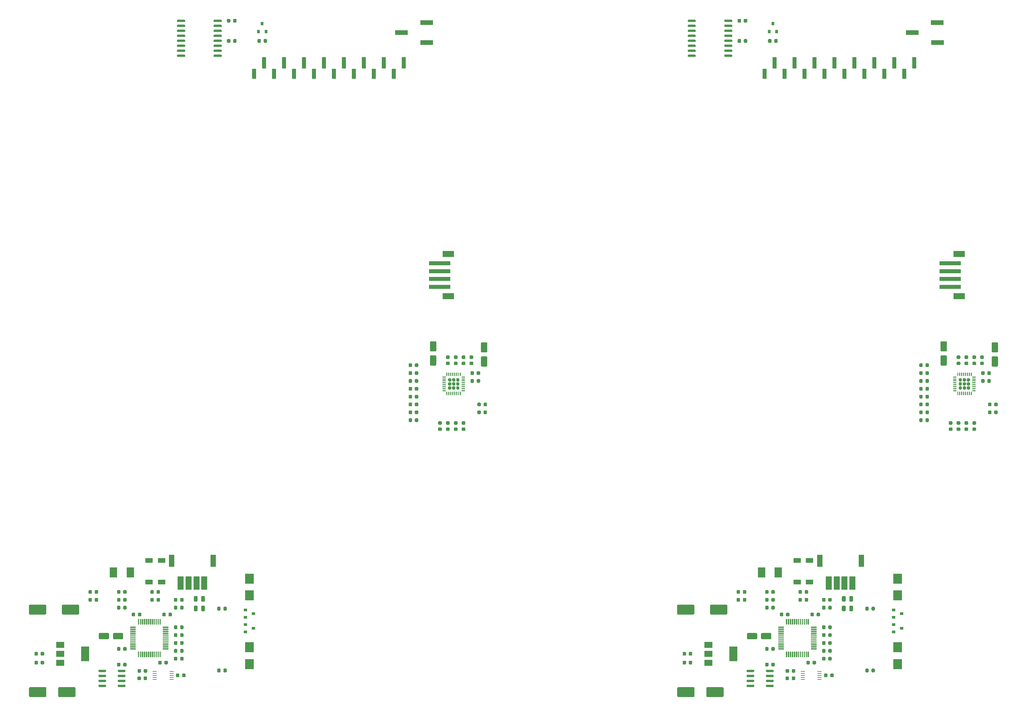
<source format=gbr>
G04 #@! TF.GenerationSoftware,KiCad,Pcbnew,(5.1.6)-1*
G04 #@! TF.CreationDate,2020-10-27T17:39:53-03:00*
G04 #@! TF.ProjectId,TP3-Panel,5450332d-5061-46e6-956c-2e6b69636164,v1.0*
G04 #@! TF.SameCoordinates,Original*
G04 #@! TF.FileFunction,Paste,Top*
G04 #@! TF.FilePolarity,Positive*
%FSLAX46Y46*%
G04 Gerber Fmt 4.6, Leading zero omitted, Abs format (unit mm)*
G04 Created by KiCad (PCBNEW (5.1.6)-1) date 2020-10-27 17:39:53*
%MOMM*%
%LPD*%
G01*
G04 APERTURE LIST*
%ADD10R,2.000000X3.800000*%
%ADD11R,2.000000X1.500000*%
%ADD12R,0.900000X0.800000*%
%ADD13R,1.100000X0.250000*%
%ADD14R,1.900000X2.600000*%
%ADD15R,1.500000X3.400000*%
%ADD16R,1.400000X3.100000*%
%ADD17R,2.300000X2.500000*%
%ADD18R,1.900000X1.300000*%
%ADD19R,1.000000X3.000000*%
%ADD20R,1.000000X2.500000*%
%ADD21R,0.800000X0.900000*%
%ADD22R,3.300000X1.200000*%
%ADD23R,5.500000X1.000000*%
%ADD24R,3.000000X1.600000*%
G04 APERTURE END LIST*
D10*
X261650000Y-202000000D03*
D11*
X255350000Y-202000000D03*
X255350000Y-204300000D03*
X255350000Y-199700000D03*
D12*
X302500000Y-190800000D03*
X302500000Y-192700000D03*
X304500000Y-191750000D03*
G36*
G01*
X286725000Y-189993750D02*
X286725000Y-190506250D01*
G75*
G02*
X286506250Y-190725000I-218750J0D01*
G01*
X286068750Y-190725000D01*
G75*
G02*
X285850000Y-190506250I0J218750D01*
G01*
X285850000Y-189993750D01*
G75*
G02*
X286068750Y-189775000I218750J0D01*
G01*
X286506250Y-189775000D01*
G75*
G02*
X286725000Y-189993750I0J-218750D01*
G01*
G37*
G36*
G01*
X285150000Y-189993750D02*
X285150000Y-190506250D01*
G75*
G02*
X284931250Y-190725000I-218750J0D01*
G01*
X284493750Y-190725000D01*
G75*
G02*
X284275000Y-190506250I0J218750D01*
G01*
X284275000Y-189993750D01*
G75*
G02*
X284493750Y-189775000I218750J0D01*
G01*
X284931250Y-189775000D01*
G75*
G02*
X285150000Y-189993750I0J-218750D01*
G01*
G37*
G36*
G01*
X297725000Y-205993750D02*
X297725000Y-206506250D01*
G75*
G02*
X297506250Y-206725000I-218750J0D01*
G01*
X297068750Y-206725000D01*
G75*
G02*
X296850000Y-206506250I0J218750D01*
G01*
X296850000Y-205993750D01*
G75*
G02*
X297068750Y-205775000I218750J0D01*
G01*
X297506250Y-205775000D01*
G75*
G02*
X297725000Y-205993750I0J-218750D01*
G01*
G37*
G36*
G01*
X296150000Y-205993750D02*
X296150000Y-206506250D01*
G75*
G02*
X295931250Y-206725000I-218750J0D01*
G01*
X295493750Y-206725000D01*
G75*
G02*
X295275000Y-206506250I0J218750D01*
G01*
X295275000Y-205993750D01*
G75*
G02*
X295493750Y-205775000I218750J0D01*
G01*
X295931250Y-205775000D01*
G75*
G02*
X296150000Y-205993750I0J-218750D01*
G01*
G37*
X302500000Y-194550000D03*
X302500000Y-196450000D03*
X304500000Y-195500000D03*
G36*
G01*
X286725000Y-198993750D02*
X286725000Y-199506250D01*
G75*
G02*
X286506250Y-199725000I-218750J0D01*
G01*
X286068750Y-199725000D01*
G75*
G02*
X285850000Y-199506250I0J218750D01*
G01*
X285850000Y-198993750D01*
G75*
G02*
X286068750Y-198775000I218750J0D01*
G01*
X286506250Y-198775000D01*
G75*
G02*
X286725000Y-198993750I0J-218750D01*
G01*
G37*
G36*
G01*
X285150000Y-198993750D02*
X285150000Y-199506250D01*
G75*
G02*
X284931250Y-199725000I-218750J0D01*
G01*
X284493750Y-199725000D01*
G75*
G02*
X284275000Y-199506250I0J218750D01*
G01*
X284275000Y-198993750D01*
G75*
G02*
X284493750Y-198775000I218750J0D01*
G01*
X284931250Y-198775000D01*
G75*
G02*
X285150000Y-198993750I0J-218750D01*
G01*
G37*
G36*
G01*
X277462500Y-206093750D02*
X277462500Y-206606250D01*
G75*
G02*
X277243750Y-206825000I-218750J0D01*
G01*
X276806250Y-206825000D01*
G75*
G02*
X276587500Y-206606250I0J218750D01*
G01*
X276587500Y-206093750D01*
G75*
G02*
X276806250Y-205875000I218750J0D01*
G01*
X277243750Y-205875000D01*
G75*
G02*
X277462500Y-206093750I0J-218750D01*
G01*
G37*
G36*
G01*
X275887500Y-206093750D02*
X275887500Y-206606250D01*
G75*
G02*
X275668750Y-206825000I-218750J0D01*
G01*
X275231250Y-206825000D01*
G75*
G02*
X275012500Y-206606250I0J218750D01*
G01*
X275012500Y-206093750D01*
G75*
G02*
X275231250Y-205875000I218750J0D01*
G01*
X275668750Y-205875000D01*
G75*
G02*
X275887500Y-206093750I0J-218750D01*
G01*
G37*
G36*
G01*
X265050000Y-206495000D02*
X265050000Y-206195000D01*
G75*
G02*
X265200000Y-206045000I150000J0D01*
G01*
X266850000Y-206045000D01*
G75*
G02*
X267000000Y-206195000I0J-150000D01*
G01*
X267000000Y-206495000D01*
G75*
G02*
X266850000Y-206645000I-150000J0D01*
G01*
X265200000Y-206645000D01*
G75*
G02*
X265050000Y-206495000I0J150000D01*
G01*
G37*
G36*
G01*
X265050000Y-207765000D02*
X265050000Y-207465000D01*
G75*
G02*
X265200000Y-207315000I150000J0D01*
G01*
X266850000Y-207315000D01*
G75*
G02*
X267000000Y-207465000I0J-150000D01*
G01*
X267000000Y-207765000D01*
G75*
G02*
X266850000Y-207915000I-150000J0D01*
G01*
X265200000Y-207915000D01*
G75*
G02*
X265050000Y-207765000I0J150000D01*
G01*
G37*
G36*
G01*
X265050000Y-209035000D02*
X265050000Y-208735000D01*
G75*
G02*
X265200000Y-208585000I150000J0D01*
G01*
X266850000Y-208585000D01*
G75*
G02*
X267000000Y-208735000I0J-150000D01*
G01*
X267000000Y-209035000D01*
G75*
G02*
X266850000Y-209185000I-150000J0D01*
G01*
X265200000Y-209185000D01*
G75*
G02*
X265050000Y-209035000I0J150000D01*
G01*
G37*
G36*
G01*
X265050000Y-210305000D02*
X265050000Y-210005000D01*
G75*
G02*
X265200000Y-209855000I150000J0D01*
G01*
X266850000Y-209855000D01*
G75*
G02*
X267000000Y-210005000I0J-150000D01*
G01*
X267000000Y-210305000D01*
G75*
G02*
X266850000Y-210455000I-150000J0D01*
G01*
X265200000Y-210455000D01*
G75*
G02*
X265050000Y-210305000I0J150000D01*
G01*
G37*
G36*
G01*
X270000000Y-210305000D02*
X270000000Y-210005000D01*
G75*
G02*
X270150000Y-209855000I150000J0D01*
G01*
X271800000Y-209855000D01*
G75*
G02*
X271950000Y-210005000I0J-150000D01*
G01*
X271950000Y-210305000D01*
G75*
G02*
X271800000Y-210455000I-150000J0D01*
G01*
X270150000Y-210455000D01*
G75*
G02*
X270000000Y-210305000I0J150000D01*
G01*
G37*
G36*
G01*
X270000000Y-209035000D02*
X270000000Y-208735000D01*
G75*
G02*
X270150000Y-208585000I150000J0D01*
G01*
X271800000Y-208585000D01*
G75*
G02*
X271950000Y-208735000I0J-150000D01*
G01*
X271950000Y-209035000D01*
G75*
G02*
X271800000Y-209185000I-150000J0D01*
G01*
X270150000Y-209185000D01*
G75*
G02*
X270000000Y-209035000I0J150000D01*
G01*
G37*
G36*
G01*
X270000000Y-207765000D02*
X270000000Y-207465000D01*
G75*
G02*
X270150000Y-207315000I150000J0D01*
G01*
X271800000Y-207315000D01*
G75*
G02*
X271950000Y-207465000I0J-150000D01*
G01*
X271950000Y-207765000D01*
G75*
G02*
X271800000Y-207915000I-150000J0D01*
G01*
X270150000Y-207915000D01*
G75*
G02*
X270000000Y-207765000I0J150000D01*
G01*
G37*
G36*
G01*
X270000000Y-206495000D02*
X270000000Y-206195000D01*
G75*
G02*
X270150000Y-206045000I150000J0D01*
G01*
X271800000Y-206045000D01*
G75*
G02*
X271950000Y-206195000I0J-150000D01*
G01*
X271950000Y-206495000D01*
G75*
G02*
X271800000Y-206645000I-150000J0D01*
G01*
X270150000Y-206645000D01*
G75*
G02*
X270000000Y-206495000I0J150000D01*
G01*
G37*
D13*
X279350000Y-206500000D03*
X279350000Y-207000000D03*
X279350000Y-207500000D03*
X279350000Y-208000000D03*
X279350000Y-208500000D03*
X283650000Y-208500000D03*
X283650000Y-208000000D03*
X283650000Y-207500000D03*
X283650000Y-207000000D03*
X283650000Y-206500000D03*
D14*
X273150000Y-181250000D03*
X268850000Y-181250000D03*
G36*
G01*
X295275000Y-190756250D02*
X295275000Y-190243750D01*
G75*
G02*
X295493750Y-190025000I218750J0D01*
G01*
X295931250Y-190025000D01*
G75*
G02*
X296150000Y-190243750I0J-218750D01*
G01*
X296150000Y-190756250D01*
G75*
G02*
X295931250Y-190975000I-218750J0D01*
G01*
X295493750Y-190975000D01*
G75*
G02*
X295275000Y-190756250I0J218750D01*
G01*
G37*
G36*
G01*
X296850000Y-190756250D02*
X296850000Y-190243750D01*
G75*
G02*
X297068750Y-190025000I218750J0D01*
G01*
X297506250Y-190025000D01*
G75*
G02*
X297725000Y-190243750I0J-218750D01*
G01*
X297725000Y-190756250D01*
G75*
G02*
X297506250Y-190975000I-218750J0D01*
G01*
X297068750Y-190975000D01*
G75*
G02*
X296850000Y-190756250I0J218750D01*
G01*
G37*
G36*
G01*
X272225000Y-189993750D02*
X272225000Y-190506250D01*
G75*
G02*
X272006250Y-190725000I-218750J0D01*
G01*
X271568750Y-190725000D01*
G75*
G02*
X271350000Y-190506250I0J218750D01*
G01*
X271350000Y-189993750D01*
G75*
G02*
X271568750Y-189775000I218750J0D01*
G01*
X272006250Y-189775000D01*
G75*
G02*
X272225000Y-189993750I0J-218750D01*
G01*
G37*
G36*
G01*
X270650000Y-189993750D02*
X270650000Y-190506250D01*
G75*
G02*
X270431250Y-190725000I-218750J0D01*
G01*
X269993750Y-190725000D01*
G75*
G02*
X269775000Y-190506250I0J218750D01*
G01*
X269775000Y-189993750D01*
G75*
G02*
X269993750Y-189775000I218750J0D01*
G01*
X270431250Y-189775000D01*
G75*
G02*
X270650000Y-189993750I0J-218750D01*
G01*
G37*
G36*
G01*
X286725000Y-187993750D02*
X286725000Y-188506250D01*
G75*
G02*
X286506250Y-188725000I-218750J0D01*
G01*
X286068750Y-188725000D01*
G75*
G02*
X285850000Y-188506250I0J218750D01*
G01*
X285850000Y-187993750D01*
G75*
G02*
X286068750Y-187775000I218750J0D01*
G01*
X286506250Y-187775000D01*
G75*
G02*
X286725000Y-187993750I0J-218750D01*
G01*
G37*
G36*
G01*
X285150000Y-187993750D02*
X285150000Y-188506250D01*
G75*
G02*
X284931250Y-188725000I-218750J0D01*
G01*
X284493750Y-188725000D01*
G75*
G02*
X284275000Y-188506250I0J218750D01*
G01*
X284275000Y-187993750D01*
G75*
G02*
X284493750Y-187775000I218750J0D01*
G01*
X284931250Y-187775000D01*
G75*
G02*
X285150000Y-187993750I0J-218750D01*
G01*
G37*
G36*
G01*
X286725000Y-196993750D02*
X286725000Y-197506250D01*
G75*
G02*
X286506250Y-197725000I-218750J0D01*
G01*
X286068750Y-197725000D01*
G75*
G02*
X285850000Y-197506250I0J218750D01*
G01*
X285850000Y-196993750D01*
G75*
G02*
X286068750Y-196775000I218750J0D01*
G01*
X286506250Y-196775000D01*
G75*
G02*
X286725000Y-196993750I0J-218750D01*
G01*
G37*
G36*
G01*
X285150000Y-196993750D02*
X285150000Y-197506250D01*
G75*
G02*
X284931250Y-197725000I-218750J0D01*
G01*
X284493750Y-197725000D01*
G75*
G02*
X284275000Y-197506250I0J218750D01*
G01*
X284275000Y-196993750D01*
G75*
G02*
X284493750Y-196775000I218750J0D01*
G01*
X284931250Y-196775000D01*
G75*
G02*
X285150000Y-196993750I0J-218750D01*
G01*
G37*
G36*
G01*
X274987500Y-208506250D02*
X274987500Y-207993750D01*
G75*
G02*
X275206250Y-207775000I218750J0D01*
G01*
X275643750Y-207775000D01*
G75*
G02*
X275862500Y-207993750I0J-218750D01*
G01*
X275862500Y-208506250D01*
G75*
G02*
X275643750Y-208725000I-218750J0D01*
G01*
X275206250Y-208725000D01*
G75*
G02*
X274987500Y-208506250I0J218750D01*
G01*
G37*
G36*
G01*
X276562500Y-208506250D02*
X276562500Y-207993750D01*
G75*
G02*
X276781250Y-207775000I218750J0D01*
G01*
X277218750Y-207775000D01*
G75*
G02*
X277437500Y-207993750I0J-218750D01*
G01*
X277437500Y-208506250D01*
G75*
G02*
X277218750Y-208725000I-218750J0D01*
G01*
X276781250Y-208725000D01*
G75*
G02*
X276562500Y-208506250I0J218750D01*
G01*
G37*
G36*
G01*
X275975000Y-191743750D02*
X275975000Y-192256250D01*
G75*
G02*
X275756250Y-192475000I-218750J0D01*
G01*
X275318750Y-192475000D01*
G75*
G02*
X275100000Y-192256250I0J218750D01*
G01*
X275100000Y-191743750D01*
G75*
G02*
X275318750Y-191525000I218750J0D01*
G01*
X275756250Y-191525000D01*
G75*
G02*
X275975000Y-191743750I0J-218750D01*
G01*
G37*
G36*
G01*
X274400000Y-191743750D02*
X274400000Y-192256250D01*
G75*
G02*
X274181250Y-192475000I-218750J0D01*
G01*
X273743750Y-192475000D01*
G75*
G02*
X273525000Y-192256250I0J218750D01*
G01*
X273525000Y-191743750D01*
G75*
G02*
X273743750Y-191525000I218750J0D01*
G01*
X274181250Y-191525000D01*
G75*
G02*
X274400000Y-191743750I0J-218750D01*
G01*
G37*
G36*
G01*
X281312500Y-192256250D02*
X281312500Y-191743750D01*
G75*
G02*
X281531250Y-191525000I218750J0D01*
G01*
X281968750Y-191525000D01*
G75*
G02*
X282187500Y-191743750I0J-218750D01*
G01*
X282187500Y-192256250D01*
G75*
G02*
X281968750Y-192475000I-218750J0D01*
G01*
X281531250Y-192475000D01*
G75*
G02*
X281312500Y-192256250I0J218750D01*
G01*
G37*
G36*
G01*
X282887500Y-192256250D02*
X282887500Y-191743750D01*
G75*
G02*
X283106250Y-191525000I218750J0D01*
G01*
X283543750Y-191525000D01*
G75*
G02*
X283762500Y-191743750I0J-218750D01*
G01*
X283762500Y-192256250D01*
G75*
G02*
X283543750Y-192475000I-218750J0D01*
G01*
X283106250Y-192475000D01*
G75*
G02*
X282887500Y-192256250I0J218750D01*
G01*
G37*
G36*
G01*
X284275000Y-201506250D02*
X284275000Y-200993750D01*
G75*
G02*
X284493750Y-200775000I218750J0D01*
G01*
X284931250Y-200775000D01*
G75*
G02*
X285150000Y-200993750I0J-218750D01*
G01*
X285150000Y-201506250D01*
G75*
G02*
X284931250Y-201725000I-218750J0D01*
G01*
X284493750Y-201725000D01*
G75*
G02*
X284275000Y-201506250I0J218750D01*
G01*
G37*
G36*
G01*
X285850000Y-201506250D02*
X285850000Y-200993750D01*
G75*
G02*
X286068750Y-200775000I218750J0D01*
G01*
X286506250Y-200775000D01*
G75*
G02*
X286725000Y-200993750I0J-218750D01*
G01*
X286725000Y-201506250D01*
G75*
G02*
X286506250Y-201725000I-218750J0D01*
G01*
X286068750Y-201725000D01*
G75*
G02*
X285850000Y-201506250I0J218750D01*
G01*
G37*
G36*
G01*
X284275000Y-203506250D02*
X284275000Y-202993750D01*
G75*
G02*
X284493750Y-202775000I218750J0D01*
G01*
X284931250Y-202775000D01*
G75*
G02*
X285150000Y-202993750I0J-218750D01*
G01*
X285150000Y-203506250D01*
G75*
G02*
X284931250Y-203725000I-218750J0D01*
G01*
X284493750Y-203725000D01*
G75*
G02*
X284275000Y-203506250I0J218750D01*
G01*
G37*
G36*
G01*
X285850000Y-203506250D02*
X285850000Y-202993750D01*
G75*
G02*
X286068750Y-202775000I218750J0D01*
G01*
X286506250Y-202775000D01*
G75*
G02*
X286725000Y-202993750I0J-218750D01*
G01*
X286725000Y-203506250D01*
G75*
G02*
X286506250Y-203725000I-218750J0D01*
G01*
X286068750Y-203725000D01*
G75*
G02*
X285850000Y-203506250I0J218750D01*
G01*
G37*
G36*
G01*
X280675000Y-193100000D02*
X280825000Y-193100000D01*
G75*
G02*
X280900000Y-193175000I0J-75000D01*
G01*
X280900000Y-194500000D01*
G75*
G02*
X280825000Y-194575000I-75000J0D01*
G01*
X280675000Y-194575000D01*
G75*
G02*
X280600000Y-194500000I0J75000D01*
G01*
X280600000Y-193175000D01*
G75*
G02*
X280675000Y-193100000I75000J0D01*
G01*
G37*
G36*
G01*
X280175000Y-193100000D02*
X280325000Y-193100000D01*
G75*
G02*
X280400000Y-193175000I0J-75000D01*
G01*
X280400000Y-194500000D01*
G75*
G02*
X280325000Y-194575000I-75000J0D01*
G01*
X280175000Y-194575000D01*
G75*
G02*
X280100000Y-194500000I0J75000D01*
G01*
X280100000Y-193175000D01*
G75*
G02*
X280175000Y-193100000I75000J0D01*
G01*
G37*
G36*
G01*
X279675000Y-193100000D02*
X279825000Y-193100000D01*
G75*
G02*
X279900000Y-193175000I0J-75000D01*
G01*
X279900000Y-194500000D01*
G75*
G02*
X279825000Y-194575000I-75000J0D01*
G01*
X279675000Y-194575000D01*
G75*
G02*
X279600000Y-194500000I0J75000D01*
G01*
X279600000Y-193175000D01*
G75*
G02*
X279675000Y-193100000I75000J0D01*
G01*
G37*
G36*
G01*
X279175000Y-193100000D02*
X279325000Y-193100000D01*
G75*
G02*
X279400000Y-193175000I0J-75000D01*
G01*
X279400000Y-194500000D01*
G75*
G02*
X279325000Y-194575000I-75000J0D01*
G01*
X279175000Y-194575000D01*
G75*
G02*
X279100000Y-194500000I0J75000D01*
G01*
X279100000Y-193175000D01*
G75*
G02*
X279175000Y-193100000I75000J0D01*
G01*
G37*
G36*
G01*
X278675000Y-193100000D02*
X278825000Y-193100000D01*
G75*
G02*
X278900000Y-193175000I0J-75000D01*
G01*
X278900000Y-194500000D01*
G75*
G02*
X278825000Y-194575000I-75000J0D01*
G01*
X278675000Y-194575000D01*
G75*
G02*
X278600000Y-194500000I0J75000D01*
G01*
X278600000Y-193175000D01*
G75*
G02*
X278675000Y-193100000I75000J0D01*
G01*
G37*
G36*
G01*
X278175000Y-193100000D02*
X278325000Y-193100000D01*
G75*
G02*
X278400000Y-193175000I0J-75000D01*
G01*
X278400000Y-194500000D01*
G75*
G02*
X278325000Y-194575000I-75000J0D01*
G01*
X278175000Y-194575000D01*
G75*
G02*
X278100000Y-194500000I0J75000D01*
G01*
X278100000Y-193175000D01*
G75*
G02*
X278175000Y-193100000I75000J0D01*
G01*
G37*
G36*
G01*
X277675000Y-193100000D02*
X277825000Y-193100000D01*
G75*
G02*
X277900000Y-193175000I0J-75000D01*
G01*
X277900000Y-194500000D01*
G75*
G02*
X277825000Y-194575000I-75000J0D01*
G01*
X277675000Y-194575000D01*
G75*
G02*
X277600000Y-194500000I0J75000D01*
G01*
X277600000Y-193175000D01*
G75*
G02*
X277675000Y-193100000I75000J0D01*
G01*
G37*
G36*
G01*
X277175000Y-193100000D02*
X277325000Y-193100000D01*
G75*
G02*
X277400000Y-193175000I0J-75000D01*
G01*
X277400000Y-194500000D01*
G75*
G02*
X277325000Y-194575000I-75000J0D01*
G01*
X277175000Y-194575000D01*
G75*
G02*
X277100000Y-194500000I0J75000D01*
G01*
X277100000Y-193175000D01*
G75*
G02*
X277175000Y-193100000I75000J0D01*
G01*
G37*
G36*
G01*
X276675000Y-193100000D02*
X276825000Y-193100000D01*
G75*
G02*
X276900000Y-193175000I0J-75000D01*
G01*
X276900000Y-194500000D01*
G75*
G02*
X276825000Y-194575000I-75000J0D01*
G01*
X276675000Y-194575000D01*
G75*
G02*
X276600000Y-194500000I0J75000D01*
G01*
X276600000Y-193175000D01*
G75*
G02*
X276675000Y-193100000I75000J0D01*
G01*
G37*
G36*
G01*
X276175000Y-193100000D02*
X276325000Y-193100000D01*
G75*
G02*
X276400000Y-193175000I0J-75000D01*
G01*
X276400000Y-194500000D01*
G75*
G02*
X276325000Y-194575000I-75000J0D01*
G01*
X276175000Y-194575000D01*
G75*
G02*
X276100000Y-194500000I0J75000D01*
G01*
X276100000Y-193175000D01*
G75*
G02*
X276175000Y-193100000I75000J0D01*
G01*
G37*
G36*
G01*
X275675000Y-193100000D02*
X275825000Y-193100000D01*
G75*
G02*
X275900000Y-193175000I0J-75000D01*
G01*
X275900000Y-194500000D01*
G75*
G02*
X275825000Y-194575000I-75000J0D01*
G01*
X275675000Y-194575000D01*
G75*
G02*
X275600000Y-194500000I0J75000D01*
G01*
X275600000Y-193175000D01*
G75*
G02*
X275675000Y-193100000I75000J0D01*
G01*
G37*
G36*
G01*
X275175000Y-193100000D02*
X275325000Y-193100000D01*
G75*
G02*
X275400000Y-193175000I0J-75000D01*
G01*
X275400000Y-194500000D01*
G75*
G02*
X275325000Y-194575000I-75000J0D01*
G01*
X275175000Y-194575000D01*
G75*
G02*
X275100000Y-194500000I0J75000D01*
G01*
X275100000Y-193175000D01*
G75*
G02*
X275175000Y-193100000I75000J0D01*
G01*
G37*
G36*
G01*
X273175000Y-195100000D02*
X274500000Y-195100000D01*
G75*
G02*
X274575000Y-195175000I0J-75000D01*
G01*
X274575000Y-195325000D01*
G75*
G02*
X274500000Y-195400000I-75000J0D01*
G01*
X273175000Y-195400000D01*
G75*
G02*
X273100000Y-195325000I0J75000D01*
G01*
X273100000Y-195175000D01*
G75*
G02*
X273175000Y-195100000I75000J0D01*
G01*
G37*
G36*
G01*
X273175000Y-195600000D02*
X274500000Y-195600000D01*
G75*
G02*
X274575000Y-195675000I0J-75000D01*
G01*
X274575000Y-195825000D01*
G75*
G02*
X274500000Y-195900000I-75000J0D01*
G01*
X273175000Y-195900000D01*
G75*
G02*
X273100000Y-195825000I0J75000D01*
G01*
X273100000Y-195675000D01*
G75*
G02*
X273175000Y-195600000I75000J0D01*
G01*
G37*
G36*
G01*
X273175000Y-196100000D02*
X274500000Y-196100000D01*
G75*
G02*
X274575000Y-196175000I0J-75000D01*
G01*
X274575000Y-196325000D01*
G75*
G02*
X274500000Y-196400000I-75000J0D01*
G01*
X273175000Y-196400000D01*
G75*
G02*
X273100000Y-196325000I0J75000D01*
G01*
X273100000Y-196175000D01*
G75*
G02*
X273175000Y-196100000I75000J0D01*
G01*
G37*
G36*
G01*
X273175000Y-196600000D02*
X274500000Y-196600000D01*
G75*
G02*
X274575000Y-196675000I0J-75000D01*
G01*
X274575000Y-196825000D01*
G75*
G02*
X274500000Y-196900000I-75000J0D01*
G01*
X273175000Y-196900000D01*
G75*
G02*
X273100000Y-196825000I0J75000D01*
G01*
X273100000Y-196675000D01*
G75*
G02*
X273175000Y-196600000I75000J0D01*
G01*
G37*
G36*
G01*
X273175000Y-197100000D02*
X274500000Y-197100000D01*
G75*
G02*
X274575000Y-197175000I0J-75000D01*
G01*
X274575000Y-197325000D01*
G75*
G02*
X274500000Y-197400000I-75000J0D01*
G01*
X273175000Y-197400000D01*
G75*
G02*
X273100000Y-197325000I0J75000D01*
G01*
X273100000Y-197175000D01*
G75*
G02*
X273175000Y-197100000I75000J0D01*
G01*
G37*
G36*
G01*
X273175000Y-197600000D02*
X274500000Y-197600000D01*
G75*
G02*
X274575000Y-197675000I0J-75000D01*
G01*
X274575000Y-197825000D01*
G75*
G02*
X274500000Y-197900000I-75000J0D01*
G01*
X273175000Y-197900000D01*
G75*
G02*
X273100000Y-197825000I0J75000D01*
G01*
X273100000Y-197675000D01*
G75*
G02*
X273175000Y-197600000I75000J0D01*
G01*
G37*
G36*
G01*
X273175000Y-198100000D02*
X274500000Y-198100000D01*
G75*
G02*
X274575000Y-198175000I0J-75000D01*
G01*
X274575000Y-198325000D01*
G75*
G02*
X274500000Y-198400000I-75000J0D01*
G01*
X273175000Y-198400000D01*
G75*
G02*
X273100000Y-198325000I0J75000D01*
G01*
X273100000Y-198175000D01*
G75*
G02*
X273175000Y-198100000I75000J0D01*
G01*
G37*
G36*
G01*
X273175000Y-198600000D02*
X274500000Y-198600000D01*
G75*
G02*
X274575000Y-198675000I0J-75000D01*
G01*
X274575000Y-198825000D01*
G75*
G02*
X274500000Y-198900000I-75000J0D01*
G01*
X273175000Y-198900000D01*
G75*
G02*
X273100000Y-198825000I0J75000D01*
G01*
X273100000Y-198675000D01*
G75*
G02*
X273175000Y-198600000I75000J0D01*
G01*
G37*
G36*
G01*
X273175000Y-199100000D02*
X274500000Y-199100000D01*
G75*
G02*
X274575000Y-199175000I0J-75000D01*
G01*
X274575000Y-199325000D01*
G75*
G02*
X274500000Y-199400000I-75000J0D01*
G01*
X273175000Y-199400000D01*
G75*
G02*
X273100000Y-199325000I0J75000D01*
G01*
X273100000Y-199175000D01*
G75*
G02*
X273175000Y-199100000I75000J0D01*
G01*
G37*
G36*
G01*
X273175000Y-199600000D02*
X274500000Y-199600000D01*
G75*
G02*
X274575000Y-199675000I0J-75000D01*
G01*
X274575000Y-199825000D01*
G75*
G02*
X274500000Y-199900000I-75000J0D01*
G01*
X273175000Y-199900000D01*
G75*
G02*
X273100000Y-199825000I0J75000D01*
G01*
X273100000Y-199675000D01*
G75*
G02*
X273175000Y-199600000I75000J0D01*
G01*
G37*
G36*
G01*
X273175000Y-200100000D02*
X274500000Y-200100000D01*
G75*
G02*
X274575000Y-200175000I0J-75000D01*
G01*
X274575000Y-200325000D01*
G75*
G02*
X274500000Y-200400000I-75000J0D01*
G01*
X273175000Y-200400000D01*
G75*
G02*
X273100000Y-200325000I0J75000D01*
G01*
X273100000Y-200175000D01*
G75*
G02*
X273175000Y-200100000I75000J0D01*
G01*
G37*
G36*
G01*
X273175000Y-200600000D02*
X274500000Y-200600000D01*
G75*
G02*
X274575000Y-200675000I0J-75000D01*
G01*
X274575000Y-200825000D01*
G75*
G02*
X274500000Y-200900000I-75000J0D01*
G01*
X273175000Y-200900000D01*
G75*
G02*
X273100000Y-200825000I0J75000D01*
G01*
X273100000Y-200675000D01*
G75*
G02*
X273175000Y-200600000I75000J0D01*
G01*
G37*
G36*
G01*
X275175000Y-201425000D02*
X275325000Y-201425000D01*
G75*
G02*
X275400000Y-201500000I0J-75000D01*
G01*
X275400000Y-202825000D01*
G75*
G02*
X275325000Y-202900000I-75000J0D01*
G01*
X275175000Y-202900000D01*
G75*
G02*
X275100000Y-202825000I0J75000D01*
G01*
X275100000Y-201500000D01*
G75*
G02*
X275175000Y-201425000I75000J0D01*
G01*
G37*
G36*
G01*
X275675000Y-201425000D02*
X275825000Y-201425000D01*
G75*
G02*
X275900000Y-201500000I0J-75000D01*
G01*
X275900000Y-202825000D01*
G75*
G02*
X275825000Y-202900000I-75000J0D01*
G01*
X275675000Y-202900000D01*
G75*
G02*
X275600000Y-202825000I0J75000D01*
G01*
X275600000Y-201500000D01*
G75*
G02*
X275675000Y-201425000I75000J0D01*
G01*
G37*
G36*
G01*
X276175000Y-201425000D02*
X276325000Y-201425000D01*
G75*
G02*
X276400000Y-201500000I0J-75000D01*
G01*
X276400000Y-202825000D01*
G75*
G02*
X276325000Y-202900000I-75000J0D01*
G01*
X276175000Y-202900000D01*
G75*
G02*
X276100000Y-202825000I0J75000D01*
G01*
X276100000Y-201500000D01*
G75*
G02*
X276175000Y-201425000I75000J0D01*
G01*
G37*
G36*
G01*
X276675000Y-201425000D02*
X276825000Y-201425000D01*
G75*
G02*
X276900000Y-201500000I0J-75000D01*
G01*
X276900000Y-202825000D01*
G75*
G02*
X276825000Y-202900000I-75000J0D01*
G01*
X276675000Y-202900000D01*
G75*
G02*
X276600000Y-202825000I0J75000D01*
G01*
X276600000Y-201500000D01*
G75*
G02*
X276675000Y-201425000I75000J0D01*
G01*
G37*
G36*
G01*
X277175000Y-201425000D02*
X277325000Y-201425000D01*
G75*
G02*
X277400000Y-201500000I0J-75000D01*
G01*
X277400000Y-202825000D01*
G75*
G02*
X277325000Y-202900000I-75000J0D01*
G01*
X277175000Y-202900000D01*
G75*
G02*
X277100000Y-202825000I0J75000D01*
G01*
X277100000Y-201500000D01*
G75*
G02*
X277175000Y-201425000I75000J0D01*
G01*
G37*
G36*
G01*
X277675000Y-201425000D02*
X277825000Y-201425000D01*
G75*
G02*
X277900000Y-201500000I0J-75000D01*
G01*
X277900000Y-202825000D01*
G75*
G02*
X277825000Y-202900000I-75000J0D01*
G01*
X277675000Y-202900000D01*
G75*
G02*
X277600000Y-202825000I0J75000D01*
G01*
X277600000Y-201500000D01*
G75*
G02*
X277675000Y-201425000I75000J0D01*
G01*
G37*
G36*
G01*
X278175000Y-201425000D02*
X278325000Y-201425000D01*
G75*
G02*
X278400000Y-201500000I0J-75000D01*
G01*
X278400000Y-202825000D01*
G75*
G02*
X278325000Y-202900000I-75000J0D01*
G01*
X278175000Y-202900000D01*
G75*
G02*
X278100000Y-202825000I0J75000D01*
G01*
X278100000Y-201500000D01*
G75*
G02*
X278175000Y-201425000I75000J0D01*
G01*
G37*
G36*
G01*
X278675000Y-201425000D02*
X278825000Y-201425000D01*
G75*
G02*
X278900000Y-201500000I0J-75000D01*
G01*
X278900000Y-202825000D01*
G75*
G02*
X278825000Y-202900000I-75000J0D01*
G01*
X278675000Y-202900000D01*
G75*
G02*
X278600000Y-202825000I0J75000D01*
G01*
X278600000Y-201500000D01*
G75*
G02*
X278675000Y-201425000I75000J0D01*
G01*
G37*
G36*
G01*
X279175000Y-201425000D02*
X279325000Y-201425000D01*
G75*
G02*
X279400000Y-201500000I0J-75000D01*
G01*
X279400000Y-202825000D01*
G75*
G02*
X279325000Y-202900000I-75000J0D01*
G01*
X279175000Y-202900000D01*
G75*
G02*
X279100000Y-202825000I0J75000D01*
G01*
X279100000Y-201500000D01*
G75*
G02*
X279175000Y-201425000I75000J0D01*
G01*
G37*
G36*
G01*
X279675000Y-201425000D02*
X279825000Y-201425000D01*
G75*
G02*
X279900000Y-201500000I0J-75000D01*
G01*
X279900000Y-202825000D01*
G75*
G02*
X279825000Y-202900000I-75000J0D01*
G01*
X279675000Y-202900000D01*
G75*
G02*
X279600000Y-202825000I0J75000D01*
G01*
X279600000Y-201500000D01*
G75*
G02*
X279675000Y-201425000I75000J0D01*
G01*
G37*
G36*
G01*
X280175000Y-201425000D02*
X280325000Y-201425000D01*
G75*
G02*
X280400000Y-201500000I0J-75000D01*
G01*
X280400000Y-202825000D01*
G75*
G02*
X280325000Y-202900000I-75000J0D01*
G01*
X280175000Y-202900000D01*
G75*
G02*
X280100000Y-202825000I0J75000D01*
G01*
X280100000Y-201500000D01*
G75*
G02*
X280175000Y-201425000I75000J0D01*
G01*
G37*
G36*
G01*
X280675000Y-201425000D02*
X280825000Y-201425000D01*
G75*
G02*
X280900000Y-201500000I0J-75000D01*
G01*
X280900000Y-202825000D01*
G75*
G02*
X280825000Y-202900000I-75000J0D01*
G01*
X280675000Y-202900000D01*
G75*
G02*
X280600000Y-202825000I0J75000D01*
G01*
X280600000Y-201500000D01*
G75*
G02*
X280675000Y-201425000I75000J0D01*
G01*
G37*
G36*
G01*
X281500000Y-200600000D02*
X282825000Y-200600000D01*
G75*
G02*
X282900000Y-200675000I0J-75000D01*
G01*
X282900000Y-200825000D01*
G75*
G02*
X282825000Y-200900000I-75000J0D01*
G01*
X281500000Y-200900000D01*
G75*
G02*
X281425000Y-200825000I0J75000D01*
G01*
X281425000Y-200675000D01*
G75*
G02*
X281500000Y-200600000I75000J0D01*
G01*
G37*
G36*
G01*
X281500000Y-200100000D02*
X282825000Y-200100000D01*
G75*
G02*
X282900000Y-200175000I0J-75000D01*
G01*
X282900000Y-200325000D01*
G75*
G02*
X282825000Y-200400000I-75000J0D01*
G01*
X281500000Y-200400000D01*
G75*
G02*
X281425000Y-200325000I0J75000D01*
G01*
X281425000Y-200175000D01*
G75*
G02*
X281500000Y-200100000I75000J0D01*
G01*
G37*
G36*
G01*
X281500000Y-199600000D02*
X282825000Y-199600000D01*
G75*
G02*
X282900000Y-199675000I0J-75000D01*
G01*
X282900000Y-199825000D01*
G75*
G02*
X282825000Y-199900000I-75000J0D01*
G01*
X281500000Y-199900000D01*
G75*
G02*
X281425000Y-199825000I0J75000D01*
G01*
X281425000Y-199675000D01*
G75*
G02*
X281500000Y-199600000I75000J0D01*
G01*
G37*
G36*
G01*
X281500000Y-199100000D02*
X282825000Y-199100000D01*
G75*
G02*
X282900000Y-199175000I0J-75000D01*
G01*
X282900000Y-199325000D01*
G75*
G02*
X282825000Y-199400000I-75000J0D01*
G01*
X281500000Y-199400000D01*
G75*
G02*
X281425000Y-199325000I0J75000D01*
G01*
X281425000Y-199175000D01*
G75*
G02*
X281500000Y-199100000I75000J0D01*
G01*
G37*
G36*
G01*
X281500000Y-198600000D02*
X282825000Y-198600000D01*
G75*
G02*
X282900000Y-198675000I0J-75000D01*
G01*
X282900000Y-198825000D01*
G75*
G02*
X282825000Y-198900000I-75000J0D01*
G01*
X281500000Y-198900000D01*
G75*
G02*
X281425000Y-198825000I0J75000D01*
G01*
X281425000Y-198675000D01*
G75*
G02*
X281500000Y-198600000I75000J0D01*
G01*
G37*
G36*
G01*
X281500000Y-198100000D02*
X282825000Y-198100000D01*
G75*
G02*
X282900000Y-198175000I0J-75000D01*
G01*
X282900000Y-198325000D01*
G75*
G02*
X282825000Y-198400000I-75000J0D01*
G01*
X281500000Y-198400000D01*
G75*
G02*
X281425000Y-198325000I0J75000D01*
G01*
X281425000Y-198175000D01*
G75*
G02*
X281500000Y-198100000I75000J0D01*
G01*
G37*
G36*
G01*
X281500000Y-197600000D02*
X282825000Y-197600000D01*
G75*
G02*
X282900000Y-197675000I0J-75000D01*
G01*
X282900000Y-197825000D01*
G75*
G02*
X282825000Y-197900000I-75000J0D01*
G01*
X281500000Y-197900000D01*
G75*
G02*
X281425000Y-197825000I0J75000D01*
G01*
X281425000Y-197675000D01*
G75*
G02*
X281500000Y-197600000I75000J0D01*
G01*
G37*
G36*
G01*
X281500000Y-197100000D02*
X282825000Y-197100000D01*
G75*
G02*
X282900000Y-197175000I0J-75000D01*
G01*
X282900000Y-197325000D01*
G75*
G02*
X282825000Y-197400000I-75000J0D01*
G01*
X281500000Y-197400000D01*
G75*
G02*
X281425000Y-197325000I0J75000D01*
G01*
X281425000Y-197175000D01*
G75*
G02*
X281500000Y-197100000I75000J0D01*
G01*
G37*
G36*
G01*
X281500000Y-196600000D02*
X282825000Y-196600000D01*
G75*
G02*
X282900000Y-196675000I0J-75000D01*
G01*
X282900000Y-196825000D01*
G75*
G02*
X282825000Y-196900000I-75000J0D01*
G01*
X281500000Y-196900000D01*
G75*
G02*
X281425000Y-196825000I0J75000D01*
G01*
X281425000Y-196675000D01*
G75*
G02*
X281500000Y-196600000I75000J0D01*
G01*
G37*
G36*
G01*
X281500000Y-196100000D02*
X282825000Y-196100000D01*
G75*
G02*
X282900000Y-196175000I0J-75000D01*
G01*
X282900000Y-196325000D01*
G75*
G02*
X282825000Y-196400000I-75000J0D01*
G01*
X281500000Y-196400000D01*
G75*
G02*
X281425000Y-196325000I0J75000D01*
G01*
X281425000Y-196175000D01*
G75*
G02*
X281500000Y-196100000I75000J0D01*
G01*
G37*
G36*
G01*
X281500000Y-195600000D02*
X282825000Y-195600000D01*
G75*
G02*
X282900000Y-195675000I0J-75000D01*
G01*
X282900000Y-195825000D01*
G75*
G02*
X282825000Y-195900000I-75000J0D01*
G01*
X281500000Y-195900000D01*
G75*
G02*
X281425000Y-195825000I0J75000D01*
G01*
X281425000Y-195675000D01*
G75*
G02*
X281500000Y-195600000I75000J0D01*
G01*
G37*
G36*
G01*
X281500000Y-195100000D02*
X282825000Y-195100000D01*
G75*
G02*
X282900000Y-195175000I0J-75000D01*
G01*
X282900000Y-195325000D01*
G75*
G02*
X282825000Y-195400000I-75000J0D01*
G01*
X281500000Y-195400000D01*
G75*
G02*
X281425000Y-195325000I0J75000D01*
G01*
X281425000Y-195175000D01*
G75*
G02*
X281500000Y-195100000I75000J0D01*
G01*
G37*
G36*
G01*
X280275000Y-204506250D02*
X280275000Y-203993750D01*
G75*
G02*
X280493750Y-203775000I218750J0D01*
G01*
X280931250Y-203775000D01*
G75*
G02*
X281150000Y-203993750I0J-218750D01*
G01*
X281150000Y-204506250D01*
G75*
G02*
X280931250Y-204725000I-218750J0D01*
G01*
X280493750Y-204725000D01*
G75*
G02*
X280275000Y-204506250I0J218750D01*
G01*
G37*
G36*
G01*
X281850000Y-204506250D02*
X281850000Y-203993750D01*
G75*
G02*
X282068750Y-203775000I218750J0D01*
G01*
X282506250Y-203775000D01*
G75*
G02*
X282725000Y-203993750I0J-218750D01*
G01*
X282725000Y-204506250D01*
G75*
G02*
X282506250Y-204725000I-218750J0D01*
G01*
X282068750Y-204725000D01*
G75*
G02*
X281850000Y-204506250I0J218750D01*
G01*
G37*
D15*
X292000000Y-184000000D03*
X290000000Y-184000000D03*
X288000000Y-184000000D03*
X286000000Y-184000000D03*
D16*
X294300000Y-178350000D03*
X283700000Y-178350000D03*
G36*
G01*
X271350000Y-196950000D02*
X271350000Y-198050000D01*
G75*
G02*
X271100000Y-198300000I-250000J0D01*
G01*
X269000000Y-198300000D01*
G75*
G02*
X268750000Y-198050000I0J250000D01*
G01*
X268750000Y-196950000D01*
G75*
G02*
X269000000Y-196700000I250000J0D01*
G01*
X271100000Y-196700000D01*
G75*
G02*
X271350000Y-196950000I0J-250000D01*
G01*
G37*
G36*
G01*
X267750000Y-196950000D02*
X267750000Y-198050000D01*
G75*
G02*
X267500000Y-198300000I-250000J0D01*
G01*
X265400000Y-198300000D01*
G75*
G02*
X265150000Y-198050000I0J250000D01*
G01*
X265150000Y-196950000D01*
G75*
G02*
X265400000Y-196700000I250000J0D01*
G01*
X267500000Y-196700000D01*
G75*
G02*
X267750000Y-196950000I0J-250000D01*
G01*
G37*
D17*
X303500000Y-200350000D03*
X303500000Y-204650000D03*
G36*
G01*
X264975000Y-185993750D02*
X264975000Y-186506250D01*
G75*
G02*
X264756250Y-186725000I-218750J0D01*
G01*
X264318750Y-186725000D01*
G75*
G02*
X264100000Y-186506250I0J218750D01*
G01*
X264100000Y-185993750D01*
G75*
G02*
X264318750Y-185775000I218750J0D01*
G01*
X264756250Y-185775000D01*
G75*
G02*
X264975000Y-185993750I0J-218750D01*
G01*
G37*
G36*
G01*
X263400000Y-185993750D02*
X263400000Y-186506250D01*
G75*
G02*
X263181250Y-186725000I-218750J0D01*
G01*
X262743750Y-186725000D01*
G75*
G02*
X262525000Y-186506250I0J218750D01*
G01*
X262525000Y-185993750D01*
G75*
G02*
X262743750Y-185775000I218750J0D01*
G01*
X263181250Y-185775000D01*
G75*
G02*
X263400000Y-185993750I0J-218750D01*
G01*
G37*
G36*
G01*
X251225000Y-201743750D02*
X251225000Y-202256250D01*
G75*
G02*
X251006250Y-202475000I-218750J0D01*
G01*
X250568750Y-202475000D01*
G75*
G02*
X250350000Y-202256250I0J218750D01*
G01*
X250350000Y-201743750D01*
G75*
G02*
X250568750Y-201525000I218750J0D01*
G01*
X251006250Y-201525000D01*
G75*
G02*
X251225000Y-201743750I0J-218750D01*
G01*
G37*
G36*
G01*
X249650000Y-201743750D02*
X249650000Y-202256250D01*
G75*
G02*
X249431250Y-202475000I-218750J0D01*
G01*
X248993750Y-202475000D01*
G75*
G02*
X248775000Y-202256250I0J218750D01*
G01*
X248775000Y-201743750D01*
G75*
G02*
X248993750Y-201525000I218750J0D01*
G01*
X249431250Y-201525000D01*
G75*
G02*
X249650000Y-201743750I0J-218750D01*
G01*
G37*
G36*
G01*
X259200000Y-210750000D02*
X259200000Y-212750000D01*
G75*
G02*
X258950000Y-213000000I-250000J0D01*
G01*
X255050000Y-213000000D01*
G75*
G02*
X254800000Y-212750000I0J250000D01*
G01*
X254800000Y-210750000D01*
G75*
G02*
X255050000Y-210500000I250000J0D01*
G01*
X258950000Y-210500000D01*
G75*
G02*
X259200000Y-210750000I0J-250000D01*
G01*
G37*
G36*
G01*
X251800000Y-210750000D02*
X251800000Y-212750000D01*
G75*
G02*
X251550000Y-213000000I-250000J0D01*
G01*
X247650000Y-213000000D01*
G75*
G02*
X247400000Y-212750000I0J250000D01*
G01*
X247400000Y-210750000D01*
G75*
G02*
X247650000Y-210500000I250000J0D01*
G01*
X251550000Y-210500000D01*
G75*
G02*
X251800000Y-210750000I0J-250000D01*
G01*
G37*
G36*
G01*
X251225000Y-203993750D02*
X251225000Y-204506250D01*
G75*
G02*
X251006250Y-204725000I-218750J0D01*
G01*
X250568750Y-204725000D01*
G75*
G02*
X250350000Y-204506250I0J218750D01*
G01*
X250350000Y-203993750D01*
G75*
G02*
X250568750Y-203775000I218750J0D01*
G01*
X251006250Y-203775000D01*
G75*
G02*
X251225000Y-203993750I0J-218750D01*
G01*
G37*
G36*
G01*
X249650000Y-203993750D02*
X249650000Y-204506250D01*
G75*
G02*
X249431250Y-204725000I-218750J0D01*
G01*
X248993750Y-204725000D01*
G75*
G02*
X248775000Y-204506250I0J218750D01*
G01*
X248775000Y-203993750D01*
G75*
G02*
X248993750Y-203775000I218750J0D01*
G01*
X249431250Y-203775000D01*
G75*
G02*
X249650000Y-203993750I0J-218750D01*
G01*
G37*
G36*
G01*
X269775000Y-186506250D02*
X269775000Y-185993750D01*
G75*
G02*
X269993750Y-185775000I218750J0D01*
G01*
X270431250Y-185775000D01*
G75*
G02*
X270650000Y-185993750I0J-218750D01*
G01*
X270650000Y-186506250D01*
G75*
G02*
X270431250Y-186725000I-218750J0D01*
G01*
X269993750Y-186725000D01*
G75*
G02*
X269775000Y-186506250I0J218750D01*
G01*
G37*
G36*
G01*
X271350000Y-186506250D02*
X271350000Y-185993750D01*
G75*
G02*
X271568750Y-185775000I218750J0D01*
G01*
X272006250Y-185775000D01*
G75*
G02*
X272225000Y-185993750I0J-218750D01*
G01*
X272225000Y-186506250D01*
G75*
G02*
X272006250Y-186725000I-218750J0D01*
G01*
X271568750Y-186725000D01*
G75*
G02*
X271350000Y-186506250I0J218750D01*
G01*
G37*
G36*
G01*
X272225000Y-204493750D02*
X272225000Y-205006250D01*
G75*
G02*
X272006250Y-205225000I-218750J0D01*
G01*
X271568750Y-205225000D01*
G75*
G02*
X271350000Y-205006250I0J218750D01*
G01*
X271350000Y-204493750D01*
G75*
G02*
X271568750Y-204275000I218750J0D01*
G01*
X272006250Y-204275000D01*
G75*
G02*
X272225000Y-204493750I0J-218750D01*
G01*
G37*
G36*
G01*
X270650000Y-204493750D02*
X270650000Y-205006250D01*
G75*
G02*
X270431250Y-205225000I-218750J0D01*
G01*
X269993750Y-205225000D01*
G75*
G02*
X269775000Y-205006250I0J218750D01*
G01*
X269775000Y-204493750D01*
G75*
G02*
X269993750Y-204275000I218750J0D01*
G01*
X270431250Y-204275000D01*
G75*
G02*
X270650000Y-204493750I0J-218750D01*
G01*
G37*
G36*
G01*
X292175000Y-187543750D02*
X292175000Y-188456250D01*
G75*
G02*
X291931250Y-188700000I-243750J0D01*
G01*
X291443750Y-188700000D01*
G75*
G02*
X291200000Y-188456250I0J243750D01*
G01*
X291200000Y-187543750D01*
G75*
G02*
X291443750Y-187300000I243750J0D01*
G01*
X291931250Y-187300000D01*
G75*
G02*
X292175000Y-187543750I0J-243750D01*
G01*
G37*
G36*
G01*
X290300000Y-187543750D02*
X290300000Y-188456250D01*
G75*
G02*
X290056250Y-188700000I-243750J0D01*
G01*
X289568750Y-188700000D01*
G75*
G02*
X289325000Y-188456250I0J243750D01*
G01*
X289325000Y-187543750D01*
G75*
G02*
X289568750Y-187300000I243750J0D01*
G01*
X290056250Y-187300000D01*
G75*
G02*
X290300000Y-187543750I0J-243750D01*
G01*
G37*
G36*
G01*
X272225000Y-200493750D02*
X272225000Y-201006250D01*
G75*
G02*
X272006250Y-201225000I-218750J0D01*
G01*
X271568750Y-201225000D01*
G75*
G02*
X271350000Y-201006250I0J218750D01*
G01*
X271350000Y-200493750D01*
G75*
G02*
X271568750Y-200275000I218750J0D01*
G01*
X272006250Y-200275000D01*
G75*
G02*
X272225000Y-200493750I0J-218750D01*
G01*
G37*
G36*
G01*
X270650000Y-200493750D02*
X270650000Y-201006250D01*
G75*
G02*
X270431250Y-201225000I-218750J0D01*
G01*
X269993750Y-201225000D01*
G75*
G02*
X269775000Y-201006250I0J218750D01*
G01*
X269775000Y-200493750D01*
G75*
G02*
X269993750Y-200275000I218750J0D01*
G01*
X270431250Y-200275000D01*
G75*
G02*
X270650000Y-200493750I0J-218750D01*
G01*
G37*
G36*
G01*
X280725000Y-187993750D02*
X280725000Y-188506250D01*
G75*
G02*
X280506250Y-188725000I-218750J0D01*
G01*
X280068750Y-188725000D01*
G75*
G02*
X279850000Y-188506250I0J218750D01*
G01*
X279850000Y-187993750D01*
G75*
G02*
X280068750Y-187775000I218750J0D01*
G01*
X280506250Y-187775000D01*
G75*
G02*
X280725000Y-187993750I0J-218750D01*
G01*
G37*
G36*
G01*
X279150000Y-187993750D02*
X279150000Y-188506250D01*
G75*
G02*
X278931250Y-188725000I-218750J0D01*
G01*
X278493750Y-188725000D01*
G75*
G02*
X278275000Y-188506250I0J218750D01*
G01*
X278275000Y-187993750D01*
G75*
G02*
X278493750Y-187775000I218750J0D01*
G01*
X278931250Y-187775000D01*
G75*
G02*
X279150000Y-187993750I0J-218750D01*
G01*
G37*
X303500000Y-182850000D03*
X303500000Y-187150000D03*
G36*
G01*
X292175000Y-189993750D02*
X292175000Y-190906250D01*
G75*
G02*
X291931250Y-191150000I-243750J0D01*
G01*
X291443750Y-191150000D01*
G75*
G02*
X291200000Y-190906250I0J243750D01*
G01*
X291200000Y-189993750D01*
G75*
G02*
X291443750Y-189750000I243750J0D01*
G01*
X291931250Y-189750000D01*
G75*
G02*
X292175000Y-189993750I0J-243750D01*
G01*
G37*
G36*
G01*
X290300000Y-189993750D02*
X290300000Y-190906250D01*
G75*
G02*
X290056250Y-191150000I-243750J0D01*
G01*
X289568750Y-191150000D01*
G75*
G02*
X289325000Y-190906250I0J243750D01*
G01*
X289325000Y-189993750D01*
G75*
G02*
X289568750Y-189750000I243750J0D01*
G01*
X290056250Y-189750000D01*
G75*
G02*
X290300000Y-189993750I0J-243750D01*
G01*
G37*
G36*
G01*
X284275000Y-195506250D02*
X284275000Y-194993750D01*
G75*
G02*
X284493750Y-194775000I218750J0D01*
G01*
X284931250Y-194775000D01*
G75*
G02*
X285150000Y-194993750I0J-218750D01*
G01*
X285150000Y-195506250D01*
G75*
G02*
X284931250Y-195725000I-218750J0D01*
G01*
X284493750Y-195725000D01*
G75*
G02*
X284275000Y-195506250I0J218750D01*
G01*
G37*
G36*
G01*
X285850000Y-195506250D02*
X285850000Y-194993750D01*
G75*
G02*
X286068750Y-194775000I218750J0D01*
G01*
X286506250Y-194775000D01*
G75*
G02*
X286725000Y-194993750I0J-218750D01*
G01*
X286725000Y-195506250D01*
G75*
G02*
X286506250Y-195725000I-218750J0D01*
G01*
X286068750Y-195725000D01*
G75*
G02*
X285850000Y-195506250I0J218750D01*
G01*
G37*
G36*
G01*
X260150000Y-189750000D02*
X260150000Y-191750000D01*
G75*
G02*
X259900000Y-192000000I-250000J0D01*
G01*
X256000000Y-192000000D01*
G75*
G02*
X255750000Y-191750000I0J250000D01*
G01*
X255750000Y-189750000D01*
G75*
G02*
X256000000Y-189500000I250000J0D01*
G01*
X259900000Y-189500000D01*
G75*
G02*
X260150000Y-189750000I0J-250000D01*
G01*
G37*
G36*
G01*
X251750000Y-189750000D02*
X251750000Y-191750000D01*
G75*
G02*
X251500000Y-192000000I-250000J0D01*
G01*
X247600000Y-192000000D01*
G75*
G02*
X247350000Y-191750000I0J250000D01*
G01*
X247350000Y-189750000D01*
G75*
G02*
X247600000Y-189500000I250000J0D01*
G01*
X251500000Y-189500000D01*
G75*
G02*
X251750000Y-189750000I0J-250000D01*
G01*
G37*
G36*
G01*
X278275000Y-186506250D02*
X278275000Y-185993750D01*
G75*
G02*
X278493750Y-185775000I218750J0D01*
G01*
X278931250Y-185775000D01*
G75*
G02*
X279150000Y-185993750I0J-218750D01*
G01*
X279150000Y-186506250D01*
G75*
G02*
X278931250Y-186725000I-218750J0D01*
G01*
X278493750Y-186725000D01*
G75*
G02*
X278275000Y-186506250I0J218750D01*
G01*
G37*
G36*
G01*
X279850000Y-186506250D02*
X279850000Y-185993750D01*
G75*
G02*
X280068750Y-185775000I218750J0D01*
G01*
X280506250Y-185775000D01*
G75*
G02*
X280725000Y-185993750I0J-218750D01*
G01*
X280725000Y-186506250D01*
G75*
G02*
X280506250Y-186725000I-218750J0D01*
G01*
X280068750Y-186725000D01*
G75*
G02*
X279850000Y-186506250I0J218750D01*
G01*
G37*
G36*
G01*
X272225000Y-187993750D02*
X272225000Y-188506250D01*
G75*
G02*
X272006250Y-188725000I-218750J0D01*
G01*
X271568750Y-188725000D01*
G75*
G02*
X271350000Y-188506250I0J218750D01*
G01*
X271350000Y-187993750D01*
G75*
G02*
X271568750Y-187775000I218750J0D01*
G01*
X272006250Y-187775000D01*
G75*
G02*
X272225000Y-187993750I0J-218750D01*
G01*
G37*
G36*
G01*
X270650000Y-187993750D02*
X270650000Y-188506250D01*
G75*
G02*
X270431250Y-188725000I-218750J0D01*
G01*
X269993750Y-188725000D01*
G75*
G02*
X269775000Y-188506250I0J218750D01*
G01*
X269775000Y-187993750D01*
G75*
G02*
X269993750Y-187775000I218750J0D01*
G01*
X270431250Y-187775000D01*
G75*
G02*
X270650000Y-187993750I0J-218750D01*
G01*
G37*
G36*
G01*
X284775000Y-207756250D02*
X284775000Y-207243750D01*
G75*
G02*
X284993750Y-207025000I218750J0D01*
G01*
X285431250Y-207025000D01*
G75*
G02*
X285650000Y-207243750I0J-218750D01*
G01*
X285650000Y-207756250D01*
G75*
G02*
X285431250Y-207975000I-218750J0D01*
G01*
X284993750Y-207975000D01*
G75*
G02*
X284775000Y-207756250I0J218750D01*
G01*
G37*
G36*
G01*
X286350000Y-207756250D02*
X286350000Y-207243750D01*
G75*
G02*
X286568750Y-207025000I218750J0D01*
G01*
X287006250Y-207025000D01*
G75*
G02*
X287225000Y-207243750I0J-218750D01*
G01*
X287225000Y-207756250D01*
G75*
G02*
X287006250Y-207975000I-218750J0D01*
G01*
X286568750Y-207975000D01*
G75*
G02*
X286350000Y-207756250I0J218750D01*
G01*
G37*
G36*
G01*
X262525000Y-188506250D02*
X262525000Y-187993750D01*
G75*
G02*
X262743750Y-187775000I218750J0D01*
G01*
X263181250Y-187775000D01*
G75*
G02*
X263400000Y-187993750I0J-218750D01*
G01*
X263400000Y-188506250D01*
G75*
G02*
X263181250Y-188725000I-218750J0D01*
G01*
X262743750Y-188725000D01*
G75*
G02*
X262525000Y-188506250I0J218750D01*
G01*
G37*
G36*
G01*
X264100000Y-188506250D02*
X264100000Y-187993750D01*
G75*
G02*
X264318750Y-187775000I218750J0D01*
G01*
X264756250Y-187775000D01*
G75*
G02*
X264975000Y-187993750I0J-218750D01*
G01*
X264975000Y-188506250D01*
G75*
G02*
X264756250Y-188725000I-218750J0D01*
G01*
X264318750Y-188725000D01*
G75*
G02*
X264100000Y-188506250I0J218750D01*
G01*
G37*
D18*
X281100000Y-183750000D03*
X281100000Y-178250000D03*
X277900000Y-178250000D03*
X277900000Y-183750000D03*
G36*
G01*
X325256250Y-128475000D02*
X324743750Y-128475000D01*
G75*
G02*
X324525000Y-128256250I0J218750D01*
G01*
X324525000Y-127818750D01*
G75*
G02*
X324743750Y-127600000I218750J0D01*
G01*
X325256250Y-127600000D01*
G75*
G02*
X325475000Y-127818750I0J-218750D01*
G01*
X325475000Y-128256250D01*
G75*
G02*
X325256250Y-128475000I-218750J0D01*
G01*
G37*
G36*
G01*
X325256250Y-126900000D02*
X324743750Y-126900000D01*
G75*
G02*
X324525000Y-126681250I0J218750D01*
G01*
X324525000Y-126243750D01*
G75*
G02*
X324743750Y-126025000I218750J0D01*
G01*
X325256250Y-126025000D01*
G75*
G02*
X325475000Y-126243750I0J-218750D01*
G01*
X325475000Y-126681250D01*
G75*
G02*
X325256250Y-126900000I-218750J0D01*
G01*
G37*
G36*
G01*
X309025000Y-128756250D02*
X309025000Y-128243750D01*
G75*
G02*
X309243750Y-128025000I218750J0D01*
G01*
X309681250Y-128025000D01*
G75*
G02*
X309900000Y-128243750I0J-218750D01*
G01*
X309900000Y-128756250D01*
G75*
G02*
X309681250Y-128975000I-218750J0D01*
G01*
X309243750Y-128975000D01*
G75*
G02*
X309025000Y-128756250I0J218750D01*
G01*
G37*
G36*
G01*
X310600000Y-128756250D02*
X310600000Y-128243750D01*
G75*
G02*
X310818750Y-128025000I218750J0D01*
G01*
X311256250Y-128025000D01*
G75*
G02*
X311475000Y-128243750I0J-218750D01*
G01*
X311475000Y-128756250D01*
G75*
G02*
X311256250Y-128975000I-218750J0D01*
G01*
X310818750Y-128975000D01*
G75*
G02*
X310600000Y-128756250I0J218750D01*
G01*
G37*
D19*
X307750000Y-51500000D03*
D20*
X305210000Y-54250000D03*
D19*
X302670000Y-51500000D03*
X297590000Y-51500000D03*
X292510000Y-51500000D03*
X287430000Y-51500000D03*
X282350000Y-51500000D03*
X277270000Y-51500000D03*
X272190000Y-51500000D03*
D20*
X300130000Y-54250000D03*
X295050000Y-54250000D03*
X289970000Y-54250000D03*
X284890000Y-54250000D03*
X279810000Y-54250000D03*
X274730000Y-54250000D03*
X269650000Y-54250000D03*
G36*
G01*
X321945000Y-134072500D02*
X321945000Y-134487500D01*
G75*
G02*
X321737500Y-134695000I-207500J0D01*
G01*
X321322500Y-134695000D01*
G75*
G02*
X321115000Y-134487500I0J207500D01*
G01*
X321115000Y-134072500D01*
G75*
G02*
X321322500Y-133865000I207500J0D01*
G01*
X321737500Y-133865000D01*
G75*
G02*
X321945000Y-134072500I0J-207500D01*
G01*
G37*
G36*
G01*
X321945000Y-133042500D02*
X321945000Y-133457500D01*
G75*
G02*
X321737500Y-133665000I-207500J0D01*
G01*
X321322500Y-133665000D01*
G75*
G02*
X321115000Y-133457500I0J207500D01*
G01*
X321115000Y-133042500D01*
G75*
G02*
X321322500Y-132835000I207500J0D01*
G01*
X321737500Y-132835000D01*
G75*
G02*
X321945000Y-133042500I0J-207500D01*
G01*
G37*
G36*
G01*
X321945000Y-132012500D02*
X321945000Y-132427500D01*
G75*
G02*
X321737500Y-132635000I-207500J0D01*
G01*
X321322500Y-132635000D01*
G75*
G02*
X321115000Y-132427500I0J207500D01*
G01*
X321115000Y-132012500D01*
G75*
G02*
X321322500Y-131805000I207500J0D01*
G01*
X321737500Y-131805000D01*
G75*
G02*
X321945000Y-132012500I0J-207500D01*
G01*
G37*
G36*
G01*
X320915000Y-134072500D02*
X320915000Y-134487500D01*
G75*
G02*
X320707500Y-134695000I-207500J0D01*
G01*
X320292500Y-134695000D01*
G75*
G02*
X320085000Y-134487500I0J207500D01*
G01*
X320085000Y-134072500D01*
G75*
G02*
X320292500Y-133865000I207500J0D01*
G01*
X320707500Y-133865000D01*
G75*
G02*
X320915000Y-134072500I0J-207500D01*
G01*
G37*
G36*
G01*
X320915000Y-133042500D02*
X320915000Y-133457500D01*
G75*
G02*
X320707500Y-133665000I-207500J0D01*
G01*
X320292500Y-133665000D01*
G75*
G02*
X320085000Y-133457500I0J207500D01*
G01*
X320085000Y-133042500D01*
G75*
G02*
X320292500Y-132835000I207500J0D01*
G01*
X320707500Y-132835000D01*
G75*
G02*
X320915000Y-133042500I0J-207500D01*
G01*
G37*
G36*
G01*
X320915000Y-132012500D02*
X320915000Y-132427500D01*
G75*
G02*
X320707500Y-132635000I-207500J0D01*
G01*
X320292500Y-132635000D01*
G75*
G02*
X320085000Y-132427500I0J207500D01*
G01*
X320085000Y-132012500D01*
G75*
G02*
X320292500Y-131805000I207500J0D01*
G01*
X320707500Y-131805000D01*
G75*
G02*
X320915000Y-132012500I0J-207500D01*
G01*
G37*
G36*
G01*
X319885000Y-134072500D02*
X319885000Y-134487500D01*
G75*
G02*
X319677500Y-134695000I-207500J0D01*
G01*
X319262500Y-134695000D01*
G75*
G02*
X319055000Y-134487500I0J207500D01*
G01*
X319055000Y-134072500D01*
G75*
G02*
X319262500Y-133865000I207500J0D01*
G01*
X319677500Y-133865000D01*
G75*
G02*
X319885000Y-134072500I0J-207500D01*
G01*
G37*
G36*
G01*
X319885000Y-133042500D02*
X319885000Y-133457500D01*
G75*
G02*
X319677500Y-133665000I-207500J0D01*
G01*
X319262500Y-133665000D01*
G75*
G02*
X319055000Y-133457500I0J207500D01*
G01*
X319055000Y-133042500D01*
G75*
G02*
X319262500Y-132835000I207500J0D01*
G01*
X319677500Y-132835000D01*
G75*
G02*
X319885000Y-133042500I0J-207500D01*
G01*
G37*
G36*
G01*
X319885000Y-132012500D02*
X319885000Y-132427500D01*
G75*
G02*
X319677500Y-132635000I-207500J0D01*
G01*
X319262500Y-132635000D01*
G75*
G02*
X319055000Y-132427500I0J207500D01*
G01*
X319055000Y-132012500D01*
G75*
G02*
X319262500Y-131805000I207500J0D01*
G01*
X319677500Y-131805000D01*
G75*
G02*
X319885000Y-132012500I0J-207500D01*
G01*
G37*
G36*
G01*
X323375000Y-134937500D02*
X323375000Y-135062500D01*
G75*
G02*
X323312500Y-135125000I-62500J0D01*
G01*
X322562500Y-135125000D01*
G75*
G02*
X322500000Y-135062500I0J62500D01*
G01*
X322500000Y-134937500D01*
G75*
G02*
X322562500Y-134875000I62500J0D01*
G01*
X323312500Y-134875000D01*
G75*
G02*
X323375000Y-134937500I0J-62500D01*
G01*
G37*
G36*
G01*
X323375000Y-134437500D02*
X323375000Y-134562500D01*
G75*
G02*
X323312500Y-134625000I-62500J0D01*
G01*
X322562500Y-134625000D01*
G75*
G02*
X322500000Y-134562500I0J62500D01*
G01*
X322500000Y-134437500D01*
G75*
G02*
X322562500Y-134375000I62500J0D01*
G01*
X323312500Y-134375000D01*
G75*
G02*
X323375000Y-134437500I0J-62500D01*
G01*
G37*
G36*
G01*
X323375000Y-133937500D02*
X323375000Y-134062500D01*
G75*
G02*
X323312500Y-134125000I-62500J0D01*
G01*
X322562500Y-134125000D01*
G75*
G02*
X322500000Y-134062500I0J62500D01*
G01*
X322500000Y-133937500D01*
G75*
G02*
X322562500Y-133875000I62500J0D01*
G01*
X323312500Y-133875000D01*
G75*
G02*
X323375000Y-133937500I0J-62500D01*
G01*
G37*
G36*
G01*
X323375000Y-133437500D02*
X323375000Y-133562500D01*
G75*
G02*
X323312500Y-133625000I-62500J0D01*
G01*
X322562500Y-133625000D01*
G75*
G02*
X322500000Y-133562500I0J62500D01*
G01*
X322500000Y-133437500D01*
G75*
G02*
X322562500Y-133375000I62500J0D01*
G01*
X323312500Y-133375000D01*
G75*
G02*
X323375000Y-133437500I0J-62500D01*
G01*
G37*
G36*
G01*
X323375000Y-132937500D02*
X323375000Y-133062500D01*
G75*
G02*
X323312500Y-133125000I-62500J0D01*
G01*
X322562500Y-133125000D01*
G75*
G02*
X322500000Y-133062500I0J62500D01*
G01*
X322500000Y-132937500D01*
G75*
G02*
X322562500Y-132875000I62500J0D01*
G01*
X323312500Y-132875000D01*
G75*
G02*
X323375000Y-132937500I0J-62500D01*
G01*
G37*
G36*
G01*
X323375000Y-132437500D02*
X323375000Y-132562500D01*
G75*
G02*
X323312500Y-132625000I-62500J0D01*
G01*
X322562500Y-132625000D01*
G75*
G02*
X322500000Y-132562500I0J62500D01*
G01*
X322500000Y-132437500D01*
G75*
G02*
X322562500Y-132375000I62500J0D01*
G01*
X323312500Y-132375000D01*
G75*
G02*
X323375000Y-132437500I0J-62500D01*
G01*
G37*
G36*
G01*
X323375000Y-131937500D02*
X323375000Y-132062500D01*
G75*
G02*
X323312500Y-132125000I-62500J0D01*
G01*
X322562500Y-132125000D01*
G75*
G02*
X322500000Y-132062500I0J62500D01*
G01*
X322500000Y-131937500D01*
G75*
G02*
X322562500Y-131875000I62500J0D01*
G01*
X323312500Y-131875000D01*
G75*
G02*
X323375000Y-131937500I0J-62500D01*
G01*
G37*
G36*
G01*
X323375000Y-131437500D02*
X323375000Y-131562500D01*
G75*
G02*
X323312500Y-131625000I-62500J0D01*
G01*
X322562500Y-131625000D01*
G75*
G02*
X322500000Y-131562500I0J62500D01*
G01*
X322500000Y-131437500D01*
G75*
G02*
X322562500Y-131375000I62500J0D01*
G01*
X323312500Y-131375000D01*
G75*
G02*
X323375000Y-131437500I0J-62500D01*
G01*
G37*
G36*
G01*
X322375000Y-130437500D02*
X322375000Y-131187500D01*
G75*
G02*
X322312500Y-131250000I-62500J0D01*
G01*
X322187500Y-131250000D01*
G75*
G02*
X322125000Y-131187500I0J62500D01*
G01*
X322125000Y-130437500D01*
G75*
G02*
X322187500Y-130375000I62500J0D01*
G01*
X322312500Y-130375000D01*
G75*
G02*
X322375000Y-130437500I0J-62500D01*
G01*
G37*
G36*
G01*
X321875000Y-130437500D02*
X321875000Y-131187500D01*
G75*
G02*
X321812500Y-131250000I-62500J0D01*
G01*
X321687500Y-131250000D01*
G75*
G02*
X321625000Y-131187500I0J62500D01*
G01*
X321625000Y-130437500D01*
G75*
G02*
X321687500Y-130375000I62500J0D01*
G01*
X321812500Y-130375000D01*
G75*
G02*
X321875000Y-130437500I0J-62500D01*
G01*
G37*
G36*
G01*
X321375000Y-130437500D02*
X321375000Y-131187500D01*
G75*
G02*
X321312500Y-131250000I-62500J0D01*
G01*
X321187500Y-131250000D01*
G75*
G02*
X321125000Y-131187500I0J62500D01*
G01*
X321125000Y-130437500D01*
G75*
G02*
X321187500Y-130375000I62500J0D01*
G01*
X321312500Y-130375000D01*
G75*
G02*
X321375000Y-130437500I0J-62500D01*
G01*
G37*
G36*
G01*
X320875000Y-130437500D02*
X320875000Y-131187500D01*
G75*
G02*
X320812500Y-131250000I-62500J0D01*
G01*
X320687500Y-131250000D01*
G75*
G02*
X320625000Y-131187500I0J62500D01*
G01*
X320625000Y-130437500D01*
G75*
G02*
X320687500Y-130375000I62500J0D01*
G01*
X320812500Y-130375000D01*
G75*
G02*
X320875000Y-130437500I0J-62500D01*
G01*
G37*
G36*
G01*
X320375000Y-130437500D02*
X320375000Y-131187500D01*
G75*
G02*
X320312500Y-131250000I-62500J0D01*
G01*
X320187500Y-131250000D01*
G75*
G02*
X320125000Y-131187500I0J62500D01*
G01*
X320125000Y-130437500D01*
G75*
G02*
X320187500Y-130375000I62500J0D01*
G01*
X320312500Y-130375000D01*
G75*
G02*
X320375000Y-130437500I0J-62500D01*
G01*
G37*
G36*
G01*
X319875000Y-130437500D02*
X319875000Y-131187500D01*
G75*
G02*
X319812500Y-131250000I-62500J0D01*
G01*
X319687500Y-131250000D01*
G75*
G02*
X319625000Y-131187500I0J62500D01*
G01*
X319625000Y-130437500D01*
G75*
G02*
X319687500Y-130375000I62500J0D01*
G01*
X319812500Y-130375000D01*
G75*
G02*
X319875000Y-130437500I0J-62500D01*
G01*
G37*
G36*
G01*
X319375000Y-130437500D02*
X319375000Y-131187500D01*
G75*
G02*
X319312500Y-131250000I-62500J0D01*
G01*
X319187500Y-131250000D01*
G75*
G02*
X319125000Y-131187500I0J62500D01*
G01*
X319125000Y-130437500D01*
G75*
G02*
X319187500Y-130375000I62500J0D01*
G01*
X319312500Y-130375000D01*
G75*
G02*
X319375000Y-130437500I0J-62500D01*
G01*
G37*
G36*
G01*
X318875000Y-130437500D02*
X318875000Y-131187500D01*
G75*
G02*
X318812500Y-131250000I-62500J0D01*
G01*
X318687500Y-131250000D01*
G75*
G02*
X318625000Y-131187500I0J62500D01*
G01*
X318625000Y-130437500D01*
G75*
G02*
X318687500Y-130375000I62500J0D01*
G01*
X318812500Y-130375000D01*
G75*
G02*
X318875000Y-130437500I0J-62500D01*
G01*
G37*
G36*
G01*
X318500000Y-131437500D02*
X318500000Y-131562500D01*
G75*
G02*
X318437500Y-131625000I-62500J0D01*
G01*
X317687500Y-131625000D01*
G75*
G02*
X317625000Y-131562500I0J62500D01*
G01*
X317625000Y-131437500D01*
G75*
G02*
X317687500Y-131375000I62500J0D01*
G01*
X318437500Y-131375000D01*
G75*
G02*
X318500000Y-131437500I0J-62500D01*
G01*
G37*
G36*
G01*
X318500000Y-131937500D02*
X318500000Y-132062500D01*
G75*
G02*
X318437500Y-132125000I-62500J0D01*
G01*
X317687500Y-132125000D01*
G75*
G02*
X317625000Y-132062500I0J62500D01*
G01*
X317625000Y-131937500D01*
G75*
G02*
X317687500Y-131875000I62500J0D01*
G01*
X318437500Y-131875000D01*
G75*
G02*
X318500000Y-131937500I0J-62500D01*
G01*
G37*
G36*
G01*
X318500000Y-132437500D02*
X318500000Y-132562500D01*
G75*
G02*
X318437500Y-132625000I-62500J0D01*
G01*
X317687500Y-132625000D01*
G75*
G02*
X317625000Y-132562500I0J62500D01*
G01*
X317625000Y-132437500D01*
G75*
G02*
X317687500Y-132375000I62500J0D01*
G01*
X318437500Y-132375000D01*
G75*
G02*
X318500000Y-132437500I0J-62500D01*
G01*
G37*
G36*
G01*
X318500000Y-132937500D02*
X318500000Y-133062500D01*
G75*
G02*
X318437500Y-133125000I-62500J0D01*
G01*
X317687500Y-133125000D01*
G75*
G02*
X317625000Y-133062500I0J62500D01*
G01*
X317625000Y-132937500D01*
G75*
G02*
X317687500Y-132875000I62500J0D01*
G01*
X318437500Y-132875000D01*
G75*
G02*
X318500000Y-132937500I0J-62500D01*
G01*
G37*
G36*
G01*
X318500000Y-133437500D02*
X318500000Y-133562500D01*
G75*
G02*
X318437500Y-133625000I-62500J0D01*
G01*
X317687500Y-133625000D01*
G75*
G02*
X317625000Y-133562500I0J62500D01*
G01*
X317625000Y-133437500D01*
G75*
G02*
X317687500Y-133375000I62500J0D01*
G01*
X318437500Y-133375000D01*
G75*
G02*
X318500000Y-133437500I0J-62500D01*
G01*
G37*
G36*
G01*
X318500000Y-133937500D02*
X318500000Y-134062500D01*
G75*
G02*
X318437500Y-134125000I-62500J0D01*
G01*
X317687500Y-134125000D01*
G75*
G02*
X317625000Y-134062500I0J62500D01*
G01*
X317625000Y-133937500D01*
G75*
G02*
X317687500Y-133875000I62500J0D01*
G01*
X318437500Y-133875000D01*
G75*
G02*
X318500000Y-133937500I0J-62500D01*
G01*
G37*
G36*
G01*
X318500000Y-134437500D02*
X318500000Y-134562500D01*
G75*
G02*
X318437500Y-134625000I-62500J0D01*
G01*
X317687500Y-134625000D01*
G75*
G02*
X317625000Y-134562500I0J62500D01*
G01*
X317625000Y-134437500D01*
G75*
G02*
X317687500Y-134375000I62500J0D01*
G01*
X318437500Y-134375000D01*
G75*
G02*
X318500000Y-134437500I0J-62500D01*
G01*
G37*
G36*
G01*
X318500000Y-134937500D02*
X318500000Y-135062500D01*
G75*
G02*
X318437500Y-135125000I-62500J0D01*
G01*
X317687500Y-135125000D01*
G75*
G02*
X317625000Y-135062500I0J62500D01*
G01*
X317625000Y-134937500D01*
G75*
G02*
X317687500Y-134875000I62500J0D01*
G01*
X318437500Y-134875000D01*
G75*
G02*
X318500000Y-134937500I0J-62500D01*
G01*
G37*
G36*
G01*
X318875000Y-135312500D02*
X318875000Y-136062500D01*
G75*
G02*
X318812500Y-136125000I-62500J0D01*
G01*
X318687500Y-136125000D01*
G75*
G02*
X318625000Y-136062500I0J62500D01*
G01*
X318625000Y-135312500D01*
G75*
G02*
X318687500Y-135250000I62500J0D01*
G01*
X318812500Y-135250000D01*
G75*
G02*
X318875000Y-135312500I0J-62500D01*
G01*
G37*
G36*
G01*
X319375000Y-135312500D02*
X319375000Y-136062500D01*
G75*
G02*
X319312500Y-136125000I-62500J0D01*
G01*
X319187500Y-136125000D01*
G75*
G02*
X319125000Y-136062500I0J62500D01*
G01*
X319125000Y-135312500D01*
G75*
G02*
X319187500Y-135250000I62500J0D01*
G01*
X319312500Y-135250000D01*
G75*
G02*
X319375000Y-135312500I0J-62500D01*
G01*
G37*
G36*
G01*
X319875000Y-135312500D02*
X319875000Y-136062500D01*
G75*
G02*
X319812500Y-136125000I-62500J0D01*
G01*
X319687500Y-136125000D01*
G75*
G02*
X319625000Y-136062500I0J62500D01*
G01*
X319625000Y-135312500D01*
G75*
G02*
X319687500Y-135250000I62500J0D01*
G01*
X319812500Y-135250000D01*
G75*
G02*
X319875000Y-135312500I0J-62500D01*
G01*
G37*
G36*
G01*
X320375000Y-135312500D02*
X320375000Y-136062500D01*
G75*
G02*
X320312500Y-136125000I-62500J0D01*
G01*
X320187500Y-136125000D01*
G75*
G02*
X320125000Y-136062500I0J62500D01*
G01*
X320125000Y-135312500D01*
G75*
G02*
X320187500Y-135250000I62500J0D01*
G01*
X320312500Y-135250000D01*
G75*
G02*
X320375000Y-135312500I0J-62500D01*
G01*
G37*
G36*
G01*
X320875000Y-135312500D02*
X320875000Y-136062500D01*
G75*
G02*
X320812500Y-136125000I-62500J0D01*
G01*
X320687500Y-136125000D01*
G75*
G02*
X320625000Y-136062500I0J62500D01*
G01*
X320625000Y-135312500D01*
G75*
G02*
X320687500Y-135250000I62500J0D01*
G01*
X320812500Y-135250000D01*
G75*
G02*
X320875000Y-135312500I0J-62500D01*
G01*
G37*
G36*
G01*
X321375000Y-135312500D02*
X321375000Y-136062500D01*
G75*
G02*
X321312500Y-136125000I-62500J0D01*
G01*
X321187500Y-136125000D01*
G75*
G02*
X321125000Y-136062500I0J62500D01*
G01*
X321125000Y-135312500D01*
G75*
G02*
X321187500Y-135250000I62500J0D01*
G01*
X321312500Y-135250000D01*
G75*
G02*
X321375000Y-135312500I0J-62500D01*
G01*
G37*
G36*
G01*
X321875000Y-135312500D02*
X321875000Y-136062500D01*
G75*
G02*
X321812500Y-136125000I-62500J0D01*
G01*
X321687500Y-136125000D01*
G75*
G02*
X321625000Y-136062500I0J62500D01*
G01*
X321625000Y-135312500D01*
G75*
G02*
X321687500Y-135250000I62500J0D01*
G01*
X321812500Y-135250000D01*
G75*
G02*
X321875000Y-135312500I0J-62500D01*
G01*
G37*
G36*
G01*
X322375000Y-135312500D02*
X322375000Y-136062500D01*
G75*
G02*
X322312500Y-136125000I-62500J0D01*
G01*
X322187500Y-136125000D01*
G75*
G02*
X322125000Y-136062500I0J62500D01*
G01*
X322125000Y-135312500D01*
G75*
G02*
X322187500Y-135250000I62500J0D01*
G01*
X322312500Y-135250000D01*
G75*
G02*
X322375000Y-135312500I0J-62500D01*
G01*
G37*
D21*
X270800000Y-43500000D03*
X272700000Y-43500000D03*
X271750000Y-41500000D03*
G36*
G01*
X315800000Y-128600000D02*
X314700000Y-128600000D01*
G75*
G02*
X314450000Y-128350000I0J250000D01*
G01*
X314450000Y-126250000D01*
G75*
G02*
X314700000Y-126000000I250000J0D01*
G01*
X315800000Y-126000000D01*
G75*
G02*
X316050000Y-126250000I0J-250000D01*
G01*
X316050000Y-128350000D01*
G75*
G02*
X315800000Y-128600000I-250000J0D01*
G01*
G37*
G36*
G01*
X315800000Y-125000000D02*
X314700000Y-125000000D01*
G75*
G02*
X314450000Y-124750000I0J250000D01*
G01*
X314450000Y-122650000D01*
G75*
G02*
X314700000Y-122400000I250000J0D01*
G01*
X315800000Y-122400000D01*
G75*
G02*
X316050000Y-122650000I0J-250000D01*
G01*
X316050000Y-124750000D01*
G75*
G02*
X315800000Y-125000000I-250000J0D01*
G01*
G37*
G36*
G01*
X262775000Y-41006250D02*
X262775000Y-40493750D01*
G75*
G02*
X262993750Y-40275000I218750J0D01*
G01*
X263431250Y-40275000D01*
G75*
G02*
X263650000Y-40493750I0J-218750D01*
G01*
X263650000Y-41006250D01*
G75*
G02*
X263431250Y-41225000I-218750J0D01*
G01*
X262993750Y-41225000D01*
G75*
G02*
X262775000Y-41006250I0J218750D01*
G01*
G37*
G36*
G01*
X264350000Y-41006250D02*
X264350000Y-40493750D01*
G75*
G02*
X264568750Y-40275000I218750J0D01*
G01*
X265006250Y-40275000D01*
G75*
G02*
X265225000Y-40493750I0J-218750D01*
G01*
X265225000Y-41006250D01*
G75*
G02*
X265006250Y-41225000I-218750J0D01*
G01*
X264568750Y-41225000D01*
G75*
G02*
X264350000Y-41006250I0J218750D01*
G01*
G37*
G36*
G01*
X323256250Y-128475000D02*
X322743750Y-128475000D01*
G75*
G02*
X322525000Y-128256250I0J218750D01*
G01*
X322525000Y-127818750D01*
G75*
G02*
X322743750Y-127600000I218750J0D01*
G01*
X323256250Y-127600000D01*
G75*
G02*
X323475000Y-127818750I0J-218750D01*
G01*
X323475000Y-128256250D01*
G75*
G02*
X323256250Y-128475000I-218750J0D01*
G01*
G37*
G36*
G01*
X323256250Y-126900000D02*
X322743750Y-126900000D01*
G75*
G02*
X322525000Y-126681250I0J218750D01*
G01*
X322525000Y-126243750D01*
G75*
G02*
X322743750Y-126025000I218750J0D01*
G01*
X323256250Y-126025000D01*
G75*
G02*
X323475000Y-126243750I0J-218750D01*
G01*
X323475000Y-126681250D01*
G75*
G02*
X323256250Y-126900000I-218750J0D01*
G01*
G37*
G36*
G01*
X309025000Y-132756250D02*
X309025000Y-132243750D01*
G75*
G02*
X309243750Y-132025000I218750J0D01*
G01*
X309681250Y-132025000D01*
G75*
G02*
X309900000Y-132243750I0J-218750D01*
G01*
X309900000Y-132756250D01*
G75*
G02*
X309681250Y-132975000I-218750J0D01*
G01*
X309243750Y-132975000D01*
G75*
G02*
X309025000Y-132756250I0J218750D01*
G01*
G37*
G36*
G01*
X310600000Y-132756250D02*
X310600000Y-132243750D01*
G75*
G02*
X310818750Y-132025000I218750J0D01*
G01*
X311256250Y-132025000D01*
G75*
G02*
X311475000Y-132243750I0J-218750D01*
G01*
X311475000Y-132756250D01*
G75*
G02*
X311256250Y-132975000I-218750J0D01*
G01*
X310818750Y-132975000D01*
G75*
G02*
X310600000Y-132756250I0J218750D01*
G01*
G37*
G36*
G01*
X328800000Y-128850000D02*
X327700000Y-128850000D01*
G75*
G02*
X327450000Y-128600000I0J250000D01*
G01*
X327450000Y-126500000D01*
G75*
G02*
X327700000Y-126250000I250000J0D01*
G01*
X328800000Y-126250000D01*
G75*
G02*
X329050000Y-126500000I0J-250000D01*
G01*
X329050000Y-128600000D01*
G75*
G02*
X328800000Y-128850000I-250000J0D01*
G01*
G37*
G36*
G01*
X328800000Y-125250000D02*
X327700000Y-125250000D01*
G75*
G02*
X327450000Y-125000000I0J250000D01*
G01*
X327450000Y-122900000D01*
G75*
G02*
X327700000Y-122650000I250000J0D01*
G01*
X328800000Y-122650000D01*
G75*
G02*
X329050000Y-122900000I0J-250000D01*
G01*
X329050000Y-125000000D01*
G75*
G02*
X328800000Y-125250000I-250000J0D01*
G01*
G37*
G36*
G01*
X324775000Y-132756250D02*
X324775000Y-132243750D01*
G75*
G02*
X324993750Y-132025000I218750J0D01*
G01*
X325431250Y-132025000D01*
G75*
G02*
X325650000Y-132243750I0J-218750D01*
G01*
X325650000Y-132756250D01*
G75*
G02*
X325431250Y-132975000I-218750J0D01*
G01*
X324993750Y-132975000D01*
G75*
G02*
X324775000Y-132756250I0J218750D01*
G01*
G37*
G36*
G01*
X326350000Y-132756250D02*
X326350000Y-132243750D01*
G75*
G02*
X326568750Y-132025000I218750J0D01*
G01*
X327006250Y-132025000D01*
G75*
G02*
X327225000Y-132243750I0J-218750D01*
G01*
X327225000Y-132756250D01*
G75*
G02*
X327006250Y-132975000I-218750J0D01*
G01*
X326568750Y-132975000D01*
G75*
G02*
X326350000Y-132756250I0J218750D01*
G01*
G37*
G36*
G01*
X270525000Y-46156250D02*
X270525000Y-45643750D01*
G75*
G02*
X270743750Y-45425000I218750J0D01*
G01*
X271181250Y-45425000D01*
G75*
G02*
X271400000Y-45643750I0J-218750D01*
G01*
X271400000Y-46156250D01*
G75*
G02*
X271181250Y-46375000I-218750J0D01*
G01*
X270743750Y-46375000D01*
G75*
G02*
X270525000Y-46156250I0J218750D01*
G01*
G37*
G36*
G01*
X272100000Y-46156250D02*
X272100000Y-45643750D01*
G75*
G02*
X272318750Y-45425000I218750J0D01*
G01*
X272756250Y-45425000D01*
G75*
G02*
X272975000Y-45643750I0J-218750D01*
G01*
X272975000Y-46156250D01*
G75*
G02*
X272756250Y-46375000I-218750J0D01*
G01*
X272318750Y-46375000D01*
G75*
G02*
X272100000Y-46156250I0J218750D01*
G01*
G37*
G36*
G01*
X309025000Y-138756250D02*
X309025000Y-138243750D01*
G75*
G02*
X309243750Y-138025000I218750J0D01*
G01*
X309681250Y-138025000D01*
G75*
G02*
X309900000Y-138243750I0J-218750D01*
G01*
X309900000Y-138756250D01*
G75*
G02*
X309681250Y-138975000I-218750J0D01*
G01*
X309243750Y-138975000D01*
G75*
G02*
X309025000Y-138756250I0J218750D01*
G01*
G37*
G36*
G01*
X310600000Y-138756250D02*
X310600000Y-138243750D01*
G75*
G02*
X310818750Y-138025000I218750J0D01*
G01*
X311256250Y-138025000D01*
G75*
G02*
X311475000Y-138243750I0J-218750D01*
G01*
X311475000Y-138756250D01*
G75*
G02*
X311256250Y-138975000I-218750J0D01*
G01*
X310818750Y-138975000D01*
G75*
G02*
X310600000Y-138756250I0J218750D01*
G01*
G37*
G36*
G01*
X317256250Y-145225000D02*
X316743750Y-145225000D01*
G75*
G02*
X316525000Y-145006250I0J218750D01*
G01*
X316525000Y-144568750D01*
G75*
G02*
X316743750Y-144350000I218750J0D01*
G01*
X317256250Y-144350000D01*
G75*
G02*
X317475000Y-144568750I0J-218750D01*
G01*
X317475000Y-145006250D01*
G75*
G02*
X317256250Y-145225000I-218750J0D01*
G01*
G37*
G36*
G01*
X317256250Y-143650000D02*
X316743750Y-143650000D01*
G75*
G02*
X316525000Y-143431250I0J218750D01*
G01*
X316525000Y-142993750D01*
G75*
G02*
X316743750Y-142775000I218750J0D01*
G01*
X317256250Y-142775000D01*
G75*
G02*
X317475000Y-142993750I0J-218750D01*
G01*
X317475000Y-143431250D01*
G75*
G02*
X317256250Y-143650000I-218750J0D01*
G01*
G37*
G36*
G01*
X319256250Y-145225000D02*
X318743750Y-145225000D01*
G75*
G02*
X318525000Y-145006250I0J218750D01*
G01*
X318525000Y-144568750D01*
G75*
G02*
X318743750Y-144350000I218750J0D01*
G01*
X319256250Y-144350000D01*
G75*
G02*
X319475000Y-144568750I0J-218750D01*
G01*
X319475000Y-145006250D01*
G75*
G02*
X319256250Y-145225000I-218750J0D01*
G01*
G37*
G36*
G01*
X319256250Y-143650000D02*
X318743750Y-143650000D01*
G75*
G02*
X318525000Y-143431250I0J218750D01*
G01*
X318525000Y-142993750D01*
G75*
G02*
X318743750Y-142775000I218750J0D01*
G01*
X319256250Y-142775000D01*
G75*
G02*
X319475000Y-142993750I0J-218750D01*
G01*
X319475000Y-143431250D01*
G75*
G02*
X319256250Y-143650000I-218750J0D01*
G01*
G37*
G36*
G01*
X328975000Y-138243750D02*
X328975000Y-138756250D01*
G75*
G02*
X328756250Y-138975000I-218750J0D01*
G01*
X328318750Y-138975000D01*
G75*
G02*
X328100000Y-138756250I0J218750D01*
G01*
X328100000Y-138243750D01*
G75*
G02*
X328318750Y-138025000I218750J0D01*
G01*
X328756250Y-138025000D01*
G75*
G02*
X328975000Y-138243750I0J-218750D01*
G01*
G37*
G36*
G01*
X327400000Y-138243750D02*
X327400000Y-138756250D01*
G75*
G02*
X327181250Y-138975000I-218750J0D01*
G01*
X326743750Y-138975000D01*
G75*
G02*
X326525000Y-138756250I0J218750D01*
G01*
X326525000Y-138243750D01*
G75*
G02*
X326743750Y-138025000I218750J0D01*
G01*
X327181250Y-138025000D01*
G75*
G02*
X327400000Y-138243750I0J-218750D01*
G01*
G37*
G36*
G01*
X327225000Y-130243750D02*
X327225000Y-130756250D01*
G75*
G02*
X327006250Y-130975000I-218750J0D01*
G01*
X326568750Y-130975000D01*
G75*
G02*
X326350000Y-130756250I0J218750D01*
G01*
X326350000Y-130243750D01*
G75*
G02*
X326568750Y-130025000I218750J0D01*
G01*
X327006250Y-130025000D01*
G75*
G02*
X327225000Y-130243750I0J-218750D01*
G01*
G37*
G36*
G01*
X325650000Y-130243750D02*
X325650000Y-130756250D01*
G75*
G02*
X325431250Y-130975000I-218750J0D01*
G01*
X324993750Y-130975000D01*
G75*
G02*
X324775000Y-130756250I0J218750D01*
G01*
X324775000Y-130243750D01*
G75*
G02*
X324993750Y-130025000I218750J0D01*
G01*
X325431250Y-130025000D01*
G75*
G02*
X325650000Y-130243750I0J-218750D01*
G01*
G37*
G36*
G01*
X321256250Y-128475000D02*
X320743750Y-128475000D01*
G75*
G02*
X320525000Y-128256250I0J218750D01*
G01*
X320525000Y-127818750D01*
G75*
G02*
X320743750Y-127600000I218750J0D01*
G01*
X321256250Y-127600000D01*
G75*
G02*
X321475000Y-127818750I0J-218750D01*
G01*
X321475000Y-128256250D01*
G75*
G02*
X321256250Y-128475000I-218750J0D01*
G01*
G37*
G36*
G01*
X321256250Y-126900000D02*
X320743750Y-126900000D01*
G75*
G02*
X320525000Y-126681250I0J218750D01*
G01*
X320525000Y-126243750D01*
G75*
G02*
X320743750Y-126025000I218750J0D01*
G01*
X321256250Y-126025000D01*
G75*
G02*
X321475000Y-126243750I0J-218750D01*
G01*
X321475000Y-126681250D01*
G75*
G02*
X321256250Y-126900000I-218750J0D01*
G01*
G37*
G36*
G01*
X309025000Y-134756250D02*
X309025000Y-134243750D01*
G75*
G02*
X309243750Y-134025000I218750J0D01*
G01*
X309681250Y-134025000D01*
G75*
G02*
X309900000Y-134243750I0J-218750D01*
G01*
X309900000Y-134756250D01*
G75*
G02*
X309681250Y-134975000I-218750J0D01*
G01*
X309243750Y-134975000D01*
G75*
G02*
X309025000Y-134756250I0J218750D01*
G01*
G37*
G36*
G01*
X310600000Y-134756250D02*
X310600000Y-134243750D01*
G75*
G02*
X310818750Y-134025000I218750J0D01*
G01*
X311256250Y-134025000D01*
G75*
G02*
X311475000Y-134243750I0J-218750D01*
G01*
X311475000Y-134756250D01*
G75*
G02*
X311256250Y-134975000I-218750J0D01*
G01*
X310818750Y-134975000D01*
G75*
G02*
X310600000Y-134756250I0J218750D01*
G01*
G37*
G36*
G01*
X309025000Y-140756250D02*
X309025000Y-140243750D01*
G75*
G02*
X309243750Y-140025000I218750J0D01*
G01*
X309681250Y-140025000D01*
G75*
G02*
X309900000Y-140243750I0J-218750D01*
G01*
X309900000Y-140756250D01*
G75*
G02*
X309681250Y-140975000I-218750J0D01*
G01*
X309243750Y-140975000D01*
G75*
G02*
X309025000Y-140756250I0J218750D01*
G01*
G37*
G36*
G01*
X310600000Y-140756250D02*
X310600000Y-140243750D01*
G75*
G02*
X310818750Y-140025000I218750J0D01*
G01*
X311256250Y-140025000D01*
G75*
G02*
X311475000Y-140243750I0J-218750D01*
G01*
X311475000Y-140756250D01*
G75*
G02*
X311256250Y-140975000I-218750J0D01*
G01*
X310818750Y-140975000D01*
G75*
G02*
X310600000Y-140756250I0J218750D01*
G01*
G37*
G36*
G01*
X328975000Y-140243750D02*
X328975000Y-140756250D01*
G75*
G02*
X328756250Y-140975000I-218750J0D01*
G01*
X328318750Y-140975000D01*
G75*
G02*
X328100000Y-140756250I0J218750D01*
G01*
X328100000Y-140243750D01*
G75*
G02*
X328318750Y-140025000I218750J0D01*
G01*
X328756250Y-140025000D01*
G75*
G02*
X328975000Y-140243750I0J-218750D01*
G01*
G37*
G36*
G01*
X327400000Y-140243750D02*
X327400000Y-140756250D01*
G75*
G02*
X327181250Y-140975000I-218750J0D01*
G01*
X326743750Y-140975000D01*
G75*
G02*
X326525000Y-140756250I0J218750D01*
G01*
X326525000Y-140243750D01*
G75*
G02*
X326743750Y-140025000I218750J0D01*
G01*
X327181250Y-140025000D01*
G75*
G02*
X327400000Y-140243750I0J-218750D01*
G01*
G37*
G36*
G01*
X309025000Y-142756250D02*
X309025000Y-142243750D01*
G75*
G02*
X309243750Y-142025000I218750J0D01*
G01*
X309681250Y-142025000D01*
G75*
G02*
X309900000Y-142243750I0J-218750D01*
G01*
X309900000Y-142756250D01*
G75*
G02*
X309681250Y-142975000I-218750J0D01*
G01*
X309243750Y-142975000D01*
G75*
G02*
X309025000Y-142756250I0J218750D01*
G01*
G37*
G36*
G01*
X310600000Y-142756250D02*
X310600000Y-142243750D01*
G75*
G02*
X310818750Y-142025000I218750J0D01*
G01*
X311256250Y-142025000D01*
G75*
G02*
X311475000Y-142243750I0J-218750D01*
G01*
X311475000Y-142756250D01*
G75*
G02*
X311256250Y-142975000I-218750J0D01*
G01*
X310818750Y-142975000D01*
G75*
G02*
X310600000Y-142756250I0J218750D01*
G01*
G37*
G36*
G01*
X309025000Y-130756250D02*
X309025000Y-130243750D01*
G75*
G02*
X309243750Y-130025000I218750J0D01*
G01*
X309681250Y-130025000D01*
G75*
G02*
X309900000Y-130243750I0J-218750D01*
G01*
X309900000Y-130756250D01*
G75*
G02*
X309681250Y-130975000I-218750J0D01*
G01*
X309243750Y-130975000D01*
G75*
G02*
X309025000Y-130756250I0J218750D01*
G01*
G37*
G36*
G01*
X310600000Y-130756250D02*
X310600000Y-130243750D01*
G75*
G02*
X310818750Y-130025000I218750J0D01*
G01*
X311256250Y-130025000D01*
G75*
G02*
X311475000Y-130243750I0J-218750D01*
G01*
X311475000Y-130756250D01*
G75*
G02*
X311256250Y-130975000I-218750J0D01*
G01*
X310818750Y-130975000D01*
G75*
G02*
X310600000Y-130756250I0J218750D01*
G01*
G37*
G36*
G01*
X309025000Y-136756250D02*
X309025000Y-136243750D01*
G75*
G02*
X309243750Y-136025000I218750J0D01*
G01*
X309681250Y-136025000D01*
G75*
G02*
X309900000Y-136243750I0J-218750D01*
G01*
X309900000Y-136756250D01*
G75*
G02*
X309681250Y-136975000I-218750J0D01*
G01*
X309243750Y-136975000D01*
G75*
G02*
X309025000Y-136756250I0J218750D01*
G01*
G37*
G36*
G01*
X310600000Y-136756250D02*
X310600000Y-136243750D01*
G75*
G02*
X310818750Y-136025000I218750J0D01*
G01*
X311256250Y-136025000D01*
G75*
G02*
X311475000Y-136243750I0J-218750D01*
G01*
X311475000Y-136756250D01*
G75*
G02*
X311256250Y-136975000I-218750J0D01*
G01*
X310818750Y-136975000D01*
G75*
G02*
X310600000Y-136756250I0J218750D01*
G01*
G37*
D22*
X307200000Y-43750000D03*
X313600000Y-41210000D03*
X313650000Y-46290000D03*
G36*
G01*
X250075000Y-40955000D02*
X250075000Y-40655000D01*
G75*
G02*
X250225000Y-40505000I150000J0D01*
G01*
X251975000Y-40505000D01*
G75*
G02*
X252125000Y-40655000I0J-150000D01*
G01*
X252125000Y-40955000D01*
G75*
G02*
X251975000Y-41105000I-150000J0D01*
G01*
X250225000Y-41105000D01*
G75*
G02*
X250075000Y-40955000I0J150000D01*
G01*
G37*
G36*
G01*
X250075000Y-42225000D02*
X250075000Y-41925000D01*
G75*
G02*
X250225000Y-41775000I150000J0D01*
G01*
X251975000Y-41775000D01*
G75*
G02*
X252125000Y-41925000I0J-150000D01*
G01*
X252125000Y-42225000D01*
G75*
G02*
X251975000Y-42375000I-150000J0D01*
G01*
X250225000Y-42375000D01*
G75*
G02*
X250075000Y-42225000I0J150000D01*
G01*
G37*
G36*
G01*
X250075000Y-43495000D02*
X250075000Y-43195000D01*
G75*
G02*
X250225000Y-43045000I150000J0D01*
G01*
X251975000Y-43045000D01*
G75*
G02*
X252125000Y-43195000I0J-150000D01*
G01*
X252125000Y-43495000D01*
G75*
G02*
X251975000Y-43645000I-150000J0D01*
G01*
X250225000Y-43645000D01*
G75*
G02*
X250075000Y-43495000I0J150000D01*
G01*
G37*
G36*
G01*
X250075000Y-44765000D02*
X250075000Y-44465000D01*
G75*
G02*
X250225000Y-44315000I150000J0D01*
G01*
X251975000Y-44315000D01*
G75*
G02*
X252125000Y-44465000I0J-150000D01*
G01*
X252125000Y-44765000D01*
G75*
G02*
X251975000Y-44915000I-150000J0D01*
G01*
X250225000Y-44915000D01*
G75*
G02*
X250075000Y-44765000I0J150000D01*
G01*
G37*
G36*
G01*
X250075000Y-46035000D02*
X250075000Y-45735000D01*
G75*
G02*
X250225000Y-45585000I150000J0D01*
G01*
X251975000Y-45585000D01*
G75*
G02*
X252125000Y-45735000I0J-150000D01*
G01*
X252125000Y-46035000D01*
G75*
G02*
X251975000Y-46185000I-150000J0D01*
G01*
X250225000Y-46185000D01*
G75*
G02*
X250075000Y-46035000I0J150000D01*
G01*
G37*
G36*
G01*
X250075000Y-47305000D02*
X250075000Y-47005000D01*
G75*
G02*
X250225000Y-46855000I150000J0D01*
G01*
X251975000Y-46855000D01*
G75*
G02*
X252125000Y-47005000I0J-150000D01*
G01*
X252125000Y-47305000D01*
G75*
G02*
X251975000Y-47455000I-150000J0D01*
G01*
X250225000Y-47455000D01*
G75*
G02*
X250075000Y-47305000I0J150000D01*
G01*
G37*
G36*
G01*
X250075000Y-48575000D02*
X250075000Y-48275000D01*
G75*
G02*
X250225000Y-48125000I150000J0D01*
G01*
X251975000Y-48125000D01*
G75*
G02*
X252125000Y-48275000I0J-150000D01*
G01*
X252125000Y-48575000D01*
G75*
G02*
X251975000Y-48725000I-150000J0D01*
G01*
X250225000Y-48725000D01*
G75*
G02*
X250075000Y-48575000I0J150000D01*
G01*
G37*
G36*
G01*
X250075000Y-49845000D02*
X250075000Y-49545000D01*
G75*
G02*
X250225000Y-49395000I150000J0D01*
G01*
X251975000Y-49395000D01*
G75*
G02*
X252125000Y-49545000I0J-150000D01*
G01*
X252125000Y-49845000D01*
G75*
G02*
X251975000Y-49995000I-150000J0D01*
G01*
X250225000Y-49995000D01*
G75*
G02*
X250075000Y-49845000I0J150000D01*
G01*
G37*
G36*
G01*
X259375000Y-49845000D02*
X259375000Y-49545000D01*
G75*
G02*
X259525000Y-49395000I150000J0D01*
G01*
X261275000Y-49395000D01*
G75*
G02*
X261425000Y-49545000I0J-150000D01*
G01*
X261425000Y-49845000D01*
G75*
G02*
X261275000Y-49995000I-150000J0D01*
G01*
X259525000Y-49995000D01*
G75*
G02*
X259375000Y-49845000I0J150000D01*
G01*
G37*
G36*
G01*
X259375000Y-48575000D02*
X259375000Y-48275000D01*
G75*
G02*
X259525000Y-48125000I150000J0D01*
G01*
X261275000Y-48125000D01*
G75*
G02*
X261425000Y-48275000I0J-150000D01*
G01*
X261425000Y-48575000D01*
G75*
G02*
X261275000Y-48725000I-150000J0D01*
G01*
X259525000Y-48725000D01*
G75*
G02*
X259375000Y-48575000I0J150000D01*
G01*
G37*
G36*
G01*
X259375000Y-47305000D02*
X259375000Y-47005000D01*
G75*
G02*
X259525000Y-46855000I150000J0D01*
G01*
X261275000Y-46855000D01*
G75*
G02*
X261425000Y-47005000I0J-150000D01*
G01*
X261425000Y-47305000D01*
G75*
G02*
X261275000Y-47455000I-150000J0D01*
G01*
X259525000Y-47455000D01*
G75*
G02*
X259375000Y-47305000I0J150000D01*
G01*
G37*
G36*
G01*
X259375000Y-46035000D02*
X259375000Y-45735000D01*
G75*
G02*
X259525000Y-45585000I150000J0D01*
G01*
X261275000Y-45585000D01*
G75*
G02*
X261425000Y-45735000I0J-150000D01*
G01*
X261425000Y-46035000D01*
G75*
G02*
X261275000Y-46185000I-150000J0D01*
G01*
X259525000Y-46185000D01*
G75*
G02*
X259375000Y-46035000I0J150000D01*
G01*
G37*
G36*
G01*
X259375000Y-44765000D02*
X259375000Y-44465000D01*
G75*
G02*
X259525000Y-44315000I150000J0D01*
G01*
X261275000Y-44315000D01*
G75*
G02*
X261425000Y-44465000I0J-150000D01*
G01*
X261425000Y-44765000D01*
G75*
G02*
X261275000Y-44915000I-150000J0D01*
G01*
X259525000Y-44915000D01*
G75*
G02*
X259375000Y-44765000I0J150000D01*
G01*
G37*
G36*
G01*
X259375000Y-43495000D02*
X259375000Y-43195000D01*
G75*
G02*
X259525000Y-43045000I150000J0D01*
G01*
X261275000Y-43045000D01*
G75*
G02*
X261425000Y-43195000I0J-150000D01*
G01*
X261425000Y-43495000D01*
G75*
G02*
X261275000Y-43645000I-150000J0D01*
G01*
X259525000Y-43645000D01*
G75*
G02*
X259375000Y-43495000I0J150000D01*
G01*
G37*
G36*
G01*
X259375000Y-42225000D02*
X259375000Y-41925000D01*
G75*
G02*
X259525000Y-41775000I150000J0D01*
G01*
X261275000Y-41775000D01*
G75*
G02*
X261425000Y-41925000I0J-150000D01*
G01*
X261425000Y-42225000D01*
G75*
G02*
X261275000Y-42375000I-150000J0D01*
G01*
X259525000Y-42375000D01*
G75*
G02*
X259375000Y-42225000I0J150000D01*
G01*
G37*
G36*
G01*
X259375000Y-40955000D02*
X259375000Y-40655000D01*
G75*
G02*
X259525000Y-40505000I150000J0D01*
G01*
X261275000Y-40505000D01*
G75*
G02*
X261425000Y-40655000I0J-150000D01*
G01*
X261425000Y-40955000D01*
G75*
G02*
X261275000Y-41105000I-150000J0D01*
G01*
X259525000Y-41105000D01*
G75*
G02*
X259375000Y-40955000I0J150000D01*
G01*
G37*
G36*
G01*
X323256250Y-145225000D02*
X322743750Y-145225000D01*
G75*
G02*
X322525000Y-145006250I0J218750D01*
G01*
X322525000Y-144568750D01*
G75*
G02*
X322743750Y-144350000I218750J0D01*
G01*
X323256250Y-144350000D01*
G75*
G02*
X323475000Y-144568750I0J-218750D01*
G01*
X323475000Y-145006250D01*
G75*
G02*
X323256250Y-145225000I-218750J0D01*
G01*
G37*
G36*
G01*
X323256250Y-143650000D02*
X322743750Y-143650000D01*
G75*
G02*
X322525000Y-143431250I0J218750D01*
G01*
X322525000Y-142993750D01*
G75*
G02*
X322743750Y-142775000I218750J0D01*
G01*
X323256250Y-142775000D01*
G75*
G02*
X323475000Y-142993750I0J-218750D01*
G01*
X323475000Y-143431250D01*
G75*
G02*
X323256250Y-143650000I-218750J0D01*
G01*
G37*
G36*
G01*
X321256250Y-145225000D02*
X320743750Y-145225000D01*
G75*
G02*
X320525000Y-145006250I0J218750D01*
G01*
X320525000Y-144568750D01*
G75*
G02*
X320743750Y-144350000I218750J0D01*
G01*
X321256250Y-144350000D01*
G75*
G02*
X321475000Y-144568750I0J-218750D01*
G01*
X321475000Y-145006250D01*
G75*
G02*
X321256250Y-145225000I-218750J0D01*
G01*
G37*
G36*
G01*
X321256250Y-143650000D02*
X320743750Y-143650000D01*
G75*
G02*
X320525000Y-143431250I0J218750D01*
G01*
X320525000Y-142993750D01*
G75*
G02*
X320743750Y-142775000I218750J0D01*
G01*
X321256250Y-142775000D01*
G75*
G02*
X321475000Y-142993750I0J-218750D01*
G01*
X321475000Y-143431250D01*
G75*
G02*
X321256250Y-143650000I-218750J0D01*
G01*
G37*
G36*
G01*
X319256250Y-128475000D02*
X318743750Y-128475000D01*
G75*
G02*
X318525000Y-128256250I0J218750D01*
G01*
X318525000Y-127818750D01*
G75*
G02*
X318743750Y-127600000I218750J0D01*
G01*
X319256250Y-127600000D01*
G75*
G02*
X319475000Y-127818750I0J-218750D01*
G01*
X319475000Y-128256250D01*
G75*
G02*
X319256250Y-128475000I-218750J0D01*
G01*
G37*
G36*
G01*
X319256250Y-126900000D02*
X318743750Y-126900000D01*
G75*
G02*
X318525000Y-126681250I0J218750D01*
G01*
X318525000Y-126243750D01*
G75*
G02*
X318743750Y-126025000I218750J0D01*
G01*
X319256250Y-126025000D01*
G75*
G02*
X319475000Y-126243750I0J-218750D01*
G01*
X319475000Y-126681250D01*
G75*
G02*
X319256250Y-126900000I-218750J0D01*
G01*
G37*
D23*
X316900000Y-106550000D03*
X316900000Y-102550000D03*
D24*
X319150000Y-110950000D03*
X319150000Y-100150000D03*
D23*
X316900000Y-108550000D03*
X316900000Y-104550000D03*
G36*
G01*
X262775000Y-46156250D02*
X262775000Y-45643750D01*
G75*
G02*
X262993750Y-45425000I218750J0D01*
G01*
X263431250Y-45425000D01*
G75*
G02*
X263650000Y-45643750I0J-218750D01*
G01*
X263650000Y-46156250D01*
G75*
G02*
X263431250Y-46375000I-218750J0D01*
G01*
X262993750Y-46375000D01*
G75*
G02*
X262775000Y-46156250I0J218750D01*
G01*
G37*
G36*
G01*
X264350000Y-46156250D02*
X264350000Y-45643750D01*
G75*
G02*
X264568750Y-45425000I218750J0D01*
G01*
X265006250Y-45425000D01*
G75*
G02*
X265225000Y-45643750I0J-218750D01*
G01*
X265225000Y-46156250D01*
G75*
G02*
X265006250Y-46375000I-218750J0D01*
G01*
X264568750Y-46375000D01*
G75*
G02*
X264350000Y-46156250I0J218750D01*
G01*
G37*
G36*
G01*
X180600000Y-136756250D02*
X180600000Y-136243750D01*
G75*
G02*
X180818750Y-136025000I218750J0D01*
G01*
X181256250Y-136025000D01*
G75*
G02*
X181475000Y-136243750I0J-218750D01*
G01*
X181475000Y-136756250D01*
G75*
G02*
X181256250Y-136975000I-218750J0D01*
G01*
X180818750Y-136975000D01*
G75*
G02*
X180600000Y-136756250I0J218750D01*
G01*
G37*
G36*
G01*
X179025000Y-136756250D02*
X179025000Y-136243750D01*
G75*
G02*
X179243750Y-136025000I218750J0D01*
G01*
X179681250Y-136025000D01*
G75*
G02*
X179900000Y-136243750I0J-218750D01*
G01*
X179900000Y-136756250D01*
G75*
G02*
X179681250Y-136975000I-218750J0D01*
G01*
X179243750Y-136975000D01*
G75*
G02*
X179025000Y-136756250I0J218750D01*
G01*
G37*
X186900000Y-104550000D03*
X186900000Y-108550000D03*
D24*
X189150000Y-100150000D03*
X189150000Y-110950000D03*
D23*
X186900000Y-102550000D03*
X186900000Y-106550000D03*
G36*
G01*
X189256250Y-126900000D02*
X188743750Y-126900000D01*
G75*
G02*
X188525000Y-126681250I0J218750D01*
G01*
X188525000Y-126243750D01*
G75*
G02*
X188743750Y-126025000I218750J0D01*
G01*
X189256250Y-126025000D01*
G75*
G02*
X189475000Y-126243750I0J-218750D01*
G01*
X189475000Y-126681250D01*
G75*
G02*
X189256250Y-126900000I-218750J0D01*
G01*
G37*
G36*
G01*
X189256250Y-128475000D02*
X188743750Y-128475000D01*
G75*
G02*
X188525000Y-128256250I0J218750D01*
G01*
X188525000Y-127818750D01*
G75*
G02*
X188743750Y-127600000I218750J0D01*
G01*
X189256250Y-127600000D01*
G75*
G02*
X189475000Y-127818750I0J-218750D01*
G01*
X189475000Y-128256250D01*
G75*
G02*
X189256250Y-128475000I-218750J0D01*
G01*
G37*
G36*
G01*
X195256250Y-126900000D02*
X194743750Y-126900000D01*
G75*
G02*
X194525000Y-126681250I0J218750D01*
G01*
X194525000Y-126243750D01*
G75*
G02*
X194743750Y-126025000I218750J0D01*
G01*
X195256250Y-126025000D01*
G75*
G02*
X195475000Y-126243750I0J-218750D01*
G01*
X195475000Y-126681250D01*
G75*
G02*
X195256250Y-126900000I-218750J0D01*
G01*
G37*
G36*
G01*
X195256250Y-128475000D02*
X194743750Y-128475000D01*
G75*
G02*
X194525000Y-128256250I0J218750D01*
G01*
X194525000Y-127818750D01*
G75*
G02*
X194743750Y-127600000I218750J0D01*
G01*
X195256250Y-127600000D01*
G75*
G02*
X195475000Y-127818750I0J-218750D01*
G01*
X195475000Y-128256250D01*
G75*
G02*
X195256250Y-128475000I-218750J0D01*
G01*
G37*
D20*
X139650000Y-54250000D03*
X144730000Y-54250000D03*
X149810000Y-54250000D03*
X154890000Y-54250000D03*
X159970000Y-54250000D03*
X165050000Y-54250000D03*
X170130000Y-54250000D03*
D19*
X142190000Y-51500000D03*
X147270000Y-51500000D03*
X152350000Y-51500000D03*
X157430000Y-51500000D03*
X162510000Y-51500000D03*
X167590000Y-51500000D03*
X172670000Y-51500000D03*
D20*
X175210000Y-54250000D03*
D19*
X177750000Y-51500000D03*
D22*
X183650000Y-46290000D03*
X183600000Y-41210000D03*
X177200000Y-43750000D03*
G36*
G01*
X129375000Y-40955000D02*
X129375000Y-40655000D01*
G75*
G02*
X129525000Y-40505000I150000J0D01*
G01*
X131275000Y-40505000D01*
G75*
G02*
X131425000Y-40655000I0J-150000D01*
G01*
X131425000Y-40955000D01*
G75*
G02*
X131275000Y-41105000I-150000J0D01*
G01*
X129525000Y-41105000D01*
G75*
G02*
X129375000Y-40955000I0J150000D01*
G01*
G37*
G36*
G01*
X129375000Y-42225000D02*
X129375000Y-41925000D01*
G75*
G02*
X129525000Y-41775000I150000J0D01*
G01*
X131275000Y-41775000D01*
G75*
G02*
X131425000Y-41925000I0J-150000D01*
G01*
X131425000Y-42225000D01*
G75*
G02*
X131275000Y-42375000I-150000J0D01*
G01*
X129525000Y-42375000D01*
G75*
G02*
X129375000Y-42225000I0J150000D01*
G01*
G37*
G36*
G01*
X129375000Y-43495000D02*
X129375000Y-43195000D01*
G75*
G02*
X129525000Y-43045000I150000J0D01*
G01*
X131275000Y-43045000D01*
G75*
G02*
X131425000Y-43195000I0J-150000D01*
G01*
X131425000Y-43495000D01*
G75*
G02*
X131275000Y-43645000I-150000J0D01*
G01*
X129525000Y-43645000D01*
G75*
G02*
X129375000Y-43495000I0J150000D01*
G01*
G37*
G36*
G01*
X129375000Y-44765000D02*
X129375000Y-44465000D01*
G75*
G02*
X129525000Y-44315000I150000J0D01*
G01*
X131275000Y-44315000D01*
G75*
G02*
X131425000Y-44465000I0J-150000D01*
G01*
X131425000Y-44765000D01*
G75*
G02*
X131275000Y-44915000I-150000J0D01*
G01*
X129525000Y-44915000D01*
G75*
G02*
X129375000Y-44765000I0J150000D01*
G01*
G37*
G36*
G01*
X129375000Y-46035000D02*
X129375000Y-45735000D01*
G75*
G02*
X129525000Y-45585000I150000J0D01*
G01*
X131275000Y-45585000D01*
G75*
G02*
X131425000Y-45735000I0J-150000D01*
G01*
X131425000Y-46035000D01*
G75*
G02*
X131275000Y-46185000I-150000J0D01*
G01*
X129525000Y-46185000D01*
G75*
G02*
X129375000Y-46035000I0J150000D01*
G01*
G37*
G36*
G01*
X129375000Y-47305000D02*
X129375000Y-47005000D01*
G75*
G02*
X129525000Y-46855000I150000J0D01*
G01*
X131275000Y-46855000D01*
G75*
G02*
X131425000Y-47005000I0J-150000D01*
G01*
X131425000Y-47305000D01*
G75*
G02*
X131275000Y-47455000I-150000J0D01*
G01*
X129525000Y-47455000D01*
G75*
G02*
X129375000Y-47305000I0J150000D01*
G01*
G37*
G36*
G01*
X129375000Y-48575000D02*
X129375000Y-48275000D01*
G75*
G02*
X129525000Y-48125000I150000J0D01*
G01*
X131275000Y-48125000D01*
G75*
G02*
X131425000Y-48275000I0J-150000D01*
G01*
X131425000Y-48575000D01*
G75*
G02*
X131275000Y-48725000I-150000J0D01*
G01*
X129525000Y-48725000D01*
G75*
G02*
X129375000Y-48575000I0J150000D01*
G01*
G37*
G36*
G01*
X129375000Y-49845000D02*
X129375000Y-49545000D01*
G75*
G02*
X129525000Y-49395000I150000J0D01*
G01*
X131275000Y-49395000D01*
G75*
G02*
X131425000Y-49545000I0J-150000D01*
G01*
X131425000Y-49845000D01*
G75*
G02*
X131275000Y-49995000I-150000J0D01*
G01*
X129525000Y-49995000D01*
G75*
G02*
X129375000Y-49845000I0J150000D01*
G01*
G37*
G36*
G01*
X120075000Y-49845000D02*
X120075000Y-49545000D01*
G75*
G02*
X120225000Y-49395000I150000J0D01*
G01*
X121975000Y-49395000D01*
G75*
G02*
X122125000Y-49545000I0J-150000D01*
G01*
X122125000Y-49845000D01*
G75*
G02*
X121975000Y-49995000I-150000J0D01*
G01*
X120225000Y-49995000D01*
G75*
G02*
X120075000Y-49845000I0J150000D01*
G01*
G37*
G36*
G01*
X120075000Y-48575000D02*
X120075000Y-48275000D01*
G75*
G02*
X120225000Y-48125000I150000J0D01*
G01*
X121975000Y-48125000D01*
G75*
G02*
X122125000Y-48275000I0J-150000D01*
G01*
X122125000Y-48575000D01*
G75*
G02*
X121975000Y-48725000I-150000J0D01*
G01*
X120225000Y-48725000D01*
G75*
G02*
X120075000Y-48575000I0J150000D01*
G01*
G37*
G36*
G01*
X120075000Y-47305000D02*
X120075000Y-47005000D01*
G75*
G02*
X120225000Y-46855000I150000J0D01*
G01*
X121975000Y-46855000D01*
G75*
G02*
X122125000Y-47005000I0J-150000D01*
G01*
X122125000Y-47305000D01*
G75*
G02*
X121975000Y-47455000I-150000J0D01*
G01*
X120225000Y-47455000D01*
G75*
G02*
X120075000Y-47305000I0J150000D01*
G01*
G37*
G36*
G01*
X120075000Y-46035000D02*
X120075000Y-45735000D01*
G75*
G02*
X120225000Y-45585000I150000J0D01*
G01*
X121975000Y-45585000D01*
G75*
G02*
X122125000Y-45735000I0J-150000D01*
G01*
X122125000Y-46035000D01*
G75*
G02*
X121975000Y-46185000I-150000J0D01*
G01*
X120225000Y-46185000D01*
G75*
G02*
X120075000Y-46035000I0J150000D01*
G01*
G37*
G36*
G01*
X120075000Y-44765000D02*
X120075000Y-44465000D01*
G75*
G02*
X120225000Y-44315000I150000J0D01*
G01*
X121975000Y-44315000D01*
G75*
G02*
X122125000Y-44465000I0J-150000D01*
G01*
X122125000Y-44765000D01*
G75*
G02*
X121975000Y-44915000I-150000J0D01*
G01*
X120225000Y-44915000D01*
G75*
G02*
X120075000Y-44765000I0J150000D01*
G01*
G37*
G36*
G01*
X120075000Y-43495000D02*
X120075000Y-43195000D01*
G75*
G02*
X120225000Y-43045000I150000J0D01*
G01*
X121975000Y-43045000D01*
G75*
G02*
X122125000Y-43195000I0J-150000D01*
G01*
X122125000Y-43495000D01*
G75*
G02*
X121975000Y-43645000I-150000J0D01*
G01*
X120225000Y-43645000D01*
G75*
G02*
X120075000Y-43495000I0J150000D01*
G01*
G37*
G36*
G01*
X120075000Y-42225000D02*
X120075000Y-41925000D01*
G75*
G02*
X120225000Y-41775000I150000J0D01*
G01*
X121975000Y-41775000D01*
G75*
G02*
X122125000Y-41925000I0J-150000D01*
G01*
X122125000Y-42225000D01*
G75*
G02*
X121975000Y-42375000I-150000J0D01*
G01*
X120225000Y-42375000D01*
G75*
G02*
X120075000Y-42225000I0J150000D01*
G01*
G37*
G36*
G01*
X120075000Y-40955000D02*
X120075000Y-40655000D01*
G75*
G02*
X120225000Y-40505000I150000J0D01*
G01*
X121975000Y-40505000D01*
G75*
G02*
X122125000Y-40655000I0J-150000D01*
G01*
X122125000Y-40955000D01*
G75*
G02*
X121975000Y-41105000I-150000J0D01*
G01*
X120225000Y-41105000D01*
G75*
G02*
X120075000Y-40955000I0J150000D01*
G01*
G37*
G36*
G01*
X192375000Y-135312500D02*
X192375000Y-136062500D01*
G75*
G02*
X192312500Y-136125000I-62500J0D01*
G01*
X192187500Y-136125000D01*
G75*
G02*
X192125000Y-136062500I0J62500D01*
G01*
X192125000Y-135312500D01*
G75*
G02*
X192187500Y-135250000I62500J0D01*
G01*
X192312500Y-135250000D01*
G75*
G02*
X192375000Y-135312500I0J-62500D01*
G01*
G37*
G36*
G01*
X191875000Y-135312500D02*
X191875000Y-136062500D01*
G75*
G02*
X191812500Y-136125000I-62500J0D01*
G01*
X191687500Y-136125000D01*
G75*
G02*
X191625000Y-136062500I0J62500D01*
G01*
X191625000Y-135312500D01*
G75*
G02*
X191687500Y-135250000I62500J0D01*
G01*
X191812500Y-135250000D01*
G75*
G02*
X191875000Y-135312500I0J-62500D01*
G01*
G37*
G36*
G01*
X191375000Y-135312500D02*
X191375000Y-136062500D01*
G75*
G02*
X191312500Y-136125000I-62500J0D01*
G01*
X191187500Y-136125000D01*
G75*
G02*
X191125000Y-136062500I0J62500D01*
G01*
X191125000Y-135312500D01*
G75*
G02*
X191187500Y-135250000I62500J0D01*
G01*
X191312500Y-135250000D01*
G75*
G02*
X191375000Y-135312500I0J-62500D01*
G01*
G37*
G36*
G01*
X190875000Y-135312500D02*
X190875000Y-136062500D01*
G75*
G02*
X190812500Y-136125000I-62500J0D01*
G01*
X190687500Y-136125000D01*
G75*
G02*
X190625000Y-136062500I0J62500D01*
G01*
X190625000Y-135312500D01*
G75*
G02*
X190687500Y-135250000I62500J0D01*
G01*
X190812500Y-135250000D01*
G75*
G02*
X190875000Y-135312500I0J-62500D01*
G01*
G37*
G36*
G01*
X190375000Y-135312500D02*
X190375000Y-136062500D01*
G75*
G02*
X190312500Y-136125000I-62500J0D01*
G01*
X190187500Y-136125000D01*
G75*
G02*
X190125000Y-136062500I0J62500D01*
G01*
X190125000Y-135312500D01*
G75*
G02*
X190187500Y-135250000I62500J0D01*
G01*
X190312500Y-135250000D01*
G75*
G02*
X190375000Y-135312500I0J-62500D01*
G01*
G37*
G36*
G01*
X189875000Y-135312500D02*
X189875000Y-136062500D01*
G75*
G02*
X189812500Y-136125000I-62500J0D01*
G01*
X189687500Y-136125000D01*
G75*
G02*
X189625000Y-136062500I0J62500D01*
G01*
X189625000Y-135312500D01*
G75*
G02*
X189687500Y-135250000I62500J0D01*
G01*
X189812500Y-135250000D01*
G75*
G02*
X189875000Y-135312500I0J-62500D01*
G01*
G37*
G36*
G01*
X189375000Y-135312500D02*
X189375000Y-136062500D01*
G75*
G02*
X189312500Y-136125000I-62500J0D01*
G01*
X189187500Y-136125000D01*
G75*
G02*
X189125000Y-136062500I0J62500D01*
G01*
X189125000Y-135312500D01*
G75*
G02*
X189187500Y-135250000I62500J0D01*
G01*
X189312500Y-135250000D01*
G75*
G02*
X189375000Y-135312500I0J-62500D01*
G01*
G37*
G36*
G01*
X188875000Y-135312500D02*
X188875000Y-136062500D01*
G75*
G02*
X188812500Y-136125000I-62500J0D01*
G01*
X188687500Y-136125000D01*
G75*
G02*
X188625000Y-136062500I0J62500D01*
G01*
X188625000Y-135312500D01*
G75*
G02*
X188687500Y-135250000I62500J0D01*
G01*
X188812500Y-135250000D01*
G75*
G02*
X188875000Y-135312500I0J-62500D01*
G01*
G37*
G36*
G01*
X188500000Y-134937500D02*
X188500000Y-135062500D01*
G75*
G02*
X188437500Y-135125000I-62500J0D01*
G01*
X187687500Y-135125000D01*
G75*
G02*
X187625000Y-135062500I0J62500D01*
G01*
X187625000Y-134937500D01*
G75*
G02*
X187687500Y-134875000I62500J0D01*
G01*
X188437500Y-134875000D01*
G75*
G02*
X188500000Y-134937500I0J-62500D01*
G01*
G37*
G36*
G01*
X188500000Y-134437500D02*
X188500000Y-134562500D01*
G75*
G02*
X188437500Y-134625000I-62500J0D01*
G01*
X187687500Y-134625000D01*
G75*
G02*
X187625000Y-134562500I0J62500D01*
G01*
X187625000Y-134437500D01*
G75*
G02*
X187687500Y-134375000I62500J0D01*
G01*
X188437500Y-134375000D01*
G75*
G02*
X188500000Y-134437500I0J-62500D01*
G01*
G37*
G36*
G01*
X188500000Y-133937500D02*
X188500000Y-134062500D01*
G75*
G02*
X188437500Y-134125000I-62500J0D01*
G01*
X187687500Y-134125000D01*
G75*
G02*
X187625000Y-134062500I0J62500D01*
G01*
X187625000Y-133937500D01*
G75*
G02*
X187687500Y-133875000I62500J0D01*
G01*
X188437500Y-133875000D01*
G75*
G02*
X188500000Y-133937500I0J-62500D01*
G01*
G37*
G36*
G01*
X188500000Y-133437500D02*
X188500000Y-133562500D01*
G75*
G02*
X188437500Y-133625000I-62500J0D01*
G01*
X187687500Y-133625000D01*
G75*
G02*
X187625000Y-133562500I0J62500D01*
G01*
X187625000Y-133437500D01*
G75*
G02*
X187687500Y-133375000I62500J0D01*
G01*
X188437500Y-133375000D01*
G75*
G02*
X188500000Y-133437500I0J-62500D01*
G01*
G37*
G36*
G01*
X188500000Y-132937500D02*
X188500000Y-133062500D01*
G75*
G02*
X188437500Y-133125000I-62500J0D01*
G01*
X187687500Y-133125000D01*
G75*
G02*
X187625000Y-133062500I0J62500D01*
G01*
X187625000Y-132937500D01*
G75*
G02*
X187687500Y-132875000I62500J0D01*
G01*
X188437500Y-132875000D01*
G75*
G02*
X188500000Y-132937500I0J-62500D01*
G01*
G37*
G36*
G01*
X188500000Y-132437500D02*
X188500000Y-132562500D01*
G75*
G02*
X188437500Y-132625000I-62500J0D01*
G01*
X187687500Y-132625000D01*
G75*
G02*
X187625000Y-132562500I0J62500D01*
G01*
X187625000Y-132437500D01*
G75*
G02*
X187687500Y-132375000I62500J0D01*
G01*
X188437500Y-132375000D01*
G75*
G02*
X188500000Y-132437500I0J-62500D01*
G01*
G37*
G36*
G01*
X188500000Y-131937500D02*
X188500000Y-132062500D01*
G75*
G02*
X188437500Y-132125000I-62500J0D01*
G01*
X187687500Y-132125000D01*
G75*
G02*
X187625000Y-132062500I0J62500D01*
G01*
X187625000Y-131937500D01*
G75*
G02*
X187687500Y-131875000I62500J0D01*
G01*
X188437500Y-131875000D01*
G75*
G02*
X188500000Y-131937500I0J-62500D01*
G01*
G37*
G36*
G01*
X188500000Y-131437500D02*
X188500000Y-131562500D01*
G75*
G02*
X188437500Y-131625000I-62500J0D01*
G01*
X187687500Y-131625000D01*
G75*
G02*
X187625000Y-131562500I0J62500D01*
G01*
X187625000Y-131437500D01*
G75*
G02*
X187687500Y-131375000I62500J0D01*
G01*
X188437500Y-131375000D01*
G75*
G02*
X188500000Y-131437500I0J-62500D01*
G01*
G37*
G36*
G01*
X188875000Y-130437500D02*
X188875000Y-131187500D01*
G75*
G02*
X188812500Y-131250000I-62500J0D01*
G01*
X188687500Y-131250000D01*
G75*
G02*
X188625000Y-131187500I0J62500D01*
G01*
X188625000Y-130437500D01*
G75*
G02*
X188687500Y-130375000I62500J0D01*
G01*
X188812500Y-130375000D01*
G75*
G02*
X188875000Y-130437500I0J-62500D01*
G01*
G37*
G36*
G01*
X189375000Y-130437500D02*
X189375000Y-131187500D01*
G75*
G02*
X189312500Y-131250000I-62500J0D01*
G01*
X189187500Y-131250000D01*
G75*
G02*
X189125000Y-131187500I0J62500D01*
G01*
X189125000Y-130437500D01*
G75*
G02*
X189187500Y-130375000I62500J0D01*
G01*
X189312500Y-130375000D01*
G75*
G02*
X189375000Y-130437500I0J-62500D01*
G01*
G37*
G36*
G01*
X189875000Y-130437500D02*
X189875000Y-131187500D01*
G75*
G02*
X189812500Y-131250000I-62500J0D01*
G01*
X189687500Y-131250000D01*
G75*
G02*
X189625000Y-131187500I0J62500D01*
G01*
X189625000Y-130437500D01*
G75*
G02*
X189687500Y-130375000I62500J0D01*
G01*
X189812500Y-130375000D01*
G75*
G02*
X189875000Y-130437500I0J-62500D01*
G01*
G37*
G36*
G01*
X190375000Y-130437500D02*
X190375000Y-131187500D01*
G75*
G02*
X190312500Y-131250000I-62500J0D01*
G01*
X190187500Y-131250000D01*
G75*
G02*
X190125000Y-131187500I0J62500D01*
G01*
X190125000Y-130437500D01*
G75*
G02*
X190187500Y-130375000I62500J0D01*
G01*
X190312500Y-130375000D01*
G75*
G02*
X190375000Y-130437500I0J-62500D01*
G01*
G37*
G36*
G01*
X190875000Y-130437500D02*
X190875000Y-131187500D01*
G75*
G02*
X190812500Y-131250000I-62500J0D01*
G01*
X190687500Y-131250000D01*
G75*
G02*
X190625000Y-131187500I0J62500D01*
G01*
X190625000Y-130437500D01*
G75*
G02*
X190687500Y-130375000I62500J0D01*
G01*
X190812500Y-130375000D01*
G75*
G02*
X190875000Y-130437500I0J-62500D01*
G01*
G37*
G36*
G01*
X191375000Y-130437500D02*
X191375000Y-131187500D01*
G75*
G02*
X191312500Y-131250000I-62500J0D01*
G01*
X191187500Y-131250000D01*
G75*
G02*
X191125000Y-131187500I0J62500D01*
G01*
X191125000Y-130437500D01*
G75*
G02*
X191187500Y-130375000I62500J0D01*
G01*
X191312500Y-130375000D01*
G75*
G02*
X191375000Y-130437500I0J-62500D01*
G01*
G37*
G36*
G01*
X191875000Y-130437500D02*
X191875000Y-131187500D01*
G75*
G02*
X191812500Y-131250000I-62500J0D01*
G01*
X191687500Y-131250000D01*
G75*
G02*
X191625000Y-131187500I0J62500D01*
G01*
X191625000Y-130437500D01*
G75*
G02*
X191687500Y-130375000I62500J0D01*
G01*
X191812500Y-130375000D01*
G75*
G02*
X191875000Y-130437500I0J-62500D01*
G01*
G37*
G36*
G01*
X192375000Y-130437500D02*
X192375000Y-131187500D01*
G75*
G02*
X192312500Y-131250000I-62500J0D01*
G01*
X192187500Y-131250000D01*
G75*
G02*
X192125000Y-131187500I0J62500D01*
G01*
X192125000Y-130437500D01*
G75*
G02*
X192187500Y-130375000I62500J0D01*
G01*
X192312500Y-130375000D01*
G75*
G02*
X192375000Y-130437500I0J-62500D01*
G01*
G37*
G36*
G01*
X193375000Y-131437500D02*
X193375000Y-131562500D01*
G75*
G02*
X193312500Y-131625000I-62500J0D01*
G01*
X192562500Y-131625000D01*
G75*
G02*
X192500000Y-131562500I0J62500D01*
G01*
X192500000Y-131437500D01*
G75*
G02*
X192562500Y-131375000I62500J0D01*
G01*
X193312500Y-131375000D01*
G75*
G02*
X193375000Y-131437500I0J-62500D01*
G01*
G37*
G36*
G01*
X193375000Y-131937500D02*
X193375000Y-132062500D01*
G75*
G02*
X193312500Y-132125000I-62500J0D01*
G01*
X192562500Y-132125000D01*
G75*
G02*
X192500000Y-132062500I0J62500D01*
G01*
X192500000Y-131937500D01*
G75*
G02*
X192562500Y-131875000I62500J0D01*
G01*
X193312500Y-131875000D01*
G75*
G02*
X193375000Y-131937500I0J-62500D01*
G01*
G37*
G36*
G01*
X193375000Y-132437500D02*
X193375000Y-132562500D01*
G75*
G02*
X193312500Y-132625000I-62500J0D01*
G01*
X192562500Y-132625000D01*
G75*
G02*
X192500000Y-132562500I0J62500D01*
G01*
X192500000Y-132437500D01*
G75*
G02*
X192562500Y-132375000I62500J0D01*
G01*
X193312500Y-132375000D01*
G75*
G02*
X193375000Y-132437500I0J-62500D01*
G01*
G37*
G36*
G01*
X193375000Y-132937500D02*
X193375000Y-133062500D01*
G75*
G02*
X193312500Y-133125000I-62500J0D01*
G01*
X192562500Y-133125000D01*
G75*
G02*
X192500000Y-133062500I0J62500D01*
G01*
X192500000Y-132937500D01*
G75*
G02*
X192562500Y-132875000I62500J0D01*
G01*
X193312500Y-132875000D01*
G75*
G02*
X193375000Y-132937500I0J-62500D01*
G01*
G37*
G36*
G01*
X193375000Y-133437500D02*
X193375000Y-133562500D01*
G75*
G02*
X193312500Y-133625000I-62500J0D01*
G01*
X192562500Y-133625000D01*
G75*
G02*
X192500000Y-133562500I0J62500D01*
G01*
X192500000Y-133437500D01*
G75*
G02*
X192562500Y-133375000I62500J0D01*
G01*
X193312500Y-133375000D01*
G75*
G02*
X193375000Y-133437500I0J-62500D01*
G01*
G37*
G36*
G01*
X193375000Y-133937500D02*
X193375000Y-134062500D01*
G75*
G02*
X193312500Y-134125000I-62500J0D01*
G01*
X192562500Y-134125000D01*
G75*
G02*
X192500000Y-134062500I0J62500D01*
G01*
X192500000Y-133937500D01*
G75*
G02*
X192562500Y-133875000I62500J0D01*
G01*
X193312500Y-133875000D01*
G75*
G02*
X193375000Y-133937500I0J-62500D01*
G01*
G37*
G36*
G01*
X193375000Y-134437500D02*
X193375000Y-134562500D01*
G75*
G02*
X193312500Y-134625000I-62500J0D01*
G01*
X192562500Y-134625000D01*
G75*
G02*
X192500000Y-134562500I0J62500D01*
G01*
X192500000Y-134437500D01*
G75*
G02*
X192562500Y-134375000I62500J0D01*
G01*
X193312500Y-134375000D01*
G75*
G02*
X193375000Y-134437500I0J-62500D01*
G01*
G37*
G36*
G01*
X193375000Y-134937500D02*
X193375000Y-135062500D01*
G75*
G02*
X193312500Y-135125000I-62500J0D01*
G01*
X192562500Y-135125000D01*
G75*
G02*
X192500000Y-135062500I0J62500D01*
G01*
X192500000Y-134937500D01*
G75*
G02*
X192562500Y-134875000I62500J0D01*
G01*
X193312500Y-134875000D01*
G75*
G02*
X193375000Y-134937500I0J-62500D01*
G01*
G37*
G36*
G01*
X189885000Y-132012500D02*
X189885000Y-132427500D01*
G75*
G02*
X189677500Y-132635000I-207500J0D01*
G01*
X189262500Y-132635000D01*
G75*
G02*
X189055000Y-132427500I0J207500D01*
G01*
X189055000Y-132012500D01*
G75*
G02*
X189262500Y-131805000I207500J0D01*
G01*
X189677500Y-131805000D01*
G75*
G02*
X189885000Y-132012500I0J-207500D01*
G01*
G37*
G36*
G01*
X189885000Y-133042500D02*
X189885000Y-133457500D01*
G75*
G02*
X189677500Y-133665000I-207500J0D01*
G01*
X189262500Y-133665000D01*
G75*
G02*
X189055000Y-133457500I0J207500D01*
G01*
X189055000Y-133042500D01*
G75*
G02*
X189262500Y-132835000I207500J0D01*
G01*
X189677500Y-132835000D01*
G75*
G02*
X189885000Y-133042500I0J-207500D01*
G01*
G37*
G36*
G01*
X189885000Y-134072500D02*
X189885000Y-134487500D01*
G75*
G02*
X189677500Y-134695000I-207500J0D01*
G01*
X189262500Y-134695000D01*
G75*
G02*
X189055000Y-134487500I0J207500D01*
G01*
X189055000Y-134072500D01*
G75*
G02*
X189262500Y-133865000I207500J0D01*
G01*
X189677500Y-133865000D01*
G75*
G02*
X189885000Y-134072500I0J-207500D01*
G01*
G37*
G36*
G01*
X190915000Y-132012500D02*
X190915000Y-132427500D01*
G75*
G02*
X190707500Y-132635000I-207500J0D01*
G01*
X190292500Y-132635000D01*
G75*
G02*
X190085000Y-132427500I0J207500D01*
G01*
X190085000Y-132012500D01*
G75*
G02*
X190292500Y-131805000I207500J0D01*
G01*
X190707500Y-131805000D01*
G75*
G02*
X190915000Y-132012500I0J-207500D01*
G01*
G37*
G36*
G01*
X190915000Y-133042500D02*
X190915000Y-133457500D01*
G75*
G02*
X190707500Y-133665000I-207500J0D01*
G01*
X190292500Y-133665000D01*
G75*
G02*
X190085000Y-133457500I0J207500D01*
G01*
X190085000Y-133042500D01*
G75*
G02*
X190292500Y-132835000I207500J0D01*
G01*
X190707500Y-132835000D01*
G75*
G02*
X190915000Y-133042500I0J-207500D01*
G01*
G37*
G36*
G01*
X190915000Y-134072500D02*
X190915000Y-134487500D01*
G75*
G02*
X190707500Y-134695000I-207500J0D01*
G01*
X190292500Y-134695000D01*
G75*
G02*
X190085000Y-134487500I0J207500D01*
G01*
X190085000Y-134072500D01*
G75*
G02*
X190292500Y-133865000I207500J0D01*
G01*
X190707500Y-133865000D01*
G75*
G02*
X190915000Y-134072500I0J-207500D01*
G01*
G37*
G36*
G01*
X191945000Y-132012500D02*
X191945000Y-132427500D01*
G75*
G02*
X191737500Y-132635000I-207500J0D01*
G01*
X191322500Y-132635000D01*
G75*
G02*
X191115000Y-132427500I0J207500D01*
G01*
X191115000Y-132012500D01*
G75*
G02*
X191322500Y-131805000I207500J0D01*
G01*
X191737500Y-131805000D01*
G75*
G02*
X191945000Y-132012500I0J-207500D01*
G01*
G37*
G36*
G01*
X191945000Y-133042500D02*
X191945000Y-133457500D01*
G75*
G02*
X191737500Y-133665000I-207500J0D01*
G01*
X191322500Y-133665000D01*
G75*
G02*
X191115000Y-133457500I0J207500D01*
G01*
X191115000Y-133042500D01*
G75*
G02*
X191322500Y-132835000I207500J0D01*
G01*
X191737500Y-132835000D01*
G75*
G02*
X191945000Y-133042500I0J-207500D01*
G01*
G37*
G36*
G01*
X191945000Y-134072500D02*
X191945000Y-134487500D01*
G75*
G02*
X191737500Y-134695000I-207500J0D01*
G01*
X191322500Y-134695000D01*
G75*
G02*
X191115000Y-134487500I0J207500D01*
G01*
X191115000Y-134072500D01*
G75*
G02*
X191322500Y-133865000I207500J0D01*
G01*
X191737500Y-133865000D01*
G75*
G02*
X191945000Y-134072500I0J-207500D01*
G01*
G37*
G36*
G01*
X142100000Y-46156250D02*
X142100000Y-45643750D01*
G75*
G02*
X142318750Y-45425000I218750J0D01*
G01*
X142756250Y-45425000D01*
G75*
G02*
X142975000Y-45643750I0J-218750D01*
G01*
X142975000Y-46156250D01*
G75*
G02*
X142756250Y-46375000I-218750J0D01*
G01*
X142318750Y-46375000D01*
G75*
G02*
X142100000Y-46156250I0J218750D01*
G01*
G37*
G36*
G01*
X140525000Y-46156250D02*
X140525000Y-45643750D01*
G75*
G02*
X140743750Y-45425000I218750J0D01*
G01*
X141181250Y-45425000D01*
G75*
G02*
X141400000Y-45643750I0J-218750D01*
G01*
X141400000Y-46156250D01*
G75*
G02*
X141181250Y-46375000I-218750J0D01*
G01*
X140743750Y-46375000D01*
G75*
G02*
X140525000Y-46156250I0J218750D01*
G01*
G37*
G36*
G01*
X134350000Y-46156250D02*
X134350000Y-45643750D01*
G75*
G02*
X134568750Y-45425000I218750J0D01*
G01*
X135006250Y-45425000D01*
G75*
G02*
X135225000Y-45643750I0J-218750D01*
G01*
X135225000Y-46156250D01*
G75*
G02*
X135006250Y-46375000I-218750J0D01*
G01*
X134568750Y-46375000D01*
G75*
G02*
X134350000Y-46156250I0J218750D01*
G01*
G37*
G36*
G01*
X132775000Y-46156250D02*
X132775000Y-45643750D01*
G75*
G02*
X132993750Y-45425000I218750J0D01*
G01*
X133431250Y-45425000D01*
G75*
G02*
X133650000Y-45643750I0J-218750D01*
G01*
X133650000Y-46156250D01*
G75*
G02*
X133431250Y-46375000I-218750J0D01*
G01*
X132993750Y-46375000D01*
G75*
G02*
X132775000Y-46156250I0J218750D01*
G01*
G37*
G36*
G01*
X180600000Y-138756250D02*
X180600000Y-138243750D01*
G75*
G02*
X180818750Y-138025000I218750J0D01*
G01*
X181256250Y-138025000D01*
G75*
G02*
X181475000Y-138243750I0J-218750D01*
G01*
X181475000Y-138756250D01*
G75*
G02*
X181256250Y-138975000I-218750J0D01*
G01*
X180818750Y-138975000D01*
G75*
G02*
X180600000Y-138756250I0J218750D01*
G01*
G37*
G36*
G01*
X179025000Y-138756250D02*
X179025000Y-138243750D01*
G75*
G02*
X179243750Y-138025000I218750J0D01*
G01*
X179681250Y-138025000D01*
G75*
G02*
X179900000Y-138243750I0J-218750D01*
G01*
X179900000Y-138756250D01*
G75*
G02*
X179681250Y-138975000I-218750J0D01*
G01*
X179243750Y-138975000D01*
G75*
G02*
X179025000Y-138756250I0J218750D01*
G01*
G37*
G36*
G01*
X180600000Y-134756250D02*
X180600000Y-134243750D01*
G75*
G02*
X180818750Y-134025000I218750J0D01*
G01*
X181256250Y-134025000D01*
G75*
G02*
X181475000Y-134243750I0J-218750D01*
G01*
X181475000Y-134756250D01*
G75*
G02*
X181256250Y-134975000I-218750J0D01*
G01*
X180818750Y-134975000D01*
G75*
G02*
X180600000Y-134756250I0J218750D01*
G01*
G37*
G36*
G01*
X179025000Y-134756250D02*
X179025000Y-134243750D01*
G75*
G02*
X179243750Y-134025000I218750J0D01*
G01*
X179681250Y-134025000D01*
G75*
G02*
X179900000Y-134243750I0J-218750D01*
G01*
X179900000Y-134756250D01*
G75*
G02*
X179681250Y-134975000I-218750J0D01*
G01*
X179243750Y-134975000D01*
G75*
G02*
X179025000Y-134756250I0J218750D01*
G01*
G37*
G36*
G01*
X180600000Y-132756250D02*
X180600000Y-132243750D01*
G75*
G02*
X180818750Y-132025000I218750J0D01*
G01*
X181256250Y-132025000D01*
G75*
G02*
X181475000Y-132243750I0J-218750D01*
G01*
X181475000Y-132756250D01*
G75*
G02*
X181256250Y-132975000I-218750J0D01*
G01*
X180818750Y-132975000D01*
G75*
G02*
X180600000Y-132756250I0J218750D01*
G01*
G37*
G36*
G01*
X179025000Y-132756250D02*
X179025000Y-132243750D01*
G75*
G02*
X179243750Y-132025000I218750J0D01*
G01*
X179681250Y-132025000D01*
G75*
G02*
X179900000Y-132243750I0J-218750D01*
G01*
X179900000Y-132756250D01*
G75*
G02*
X179681250Y-132975000I-218750J0D01*
G01*
X179243750Y-132975000D01*
G75*
G02*
X179025000Y-132756250I0J218750D01*
G01*
G37*
G36*
G01*
X180600000Y-130756250D02*
X180600000Y-130243750D01*
G75*
G02*
X180818750Y-130025000I218750J0D01*
G01*
X181256250Y-130025000D01*
G75*
G02*
X181475000Y-130243750I0J-218750D01*
G01*
X181475000Y-130756250D01*
G75*
G02*
X181256250Y-130975000I-218750J0D01*
G01*
X180818750Y-130975000D01*
G75*
G02*
X180600000Y-130756250I0J218750D01*
G01*
G37*
G36*
G01*
X179025000Y-130756250D02*
X179025000Y-130243750D01*
G75*
G02*
X179243750Y-130025000I218750J0D01*
G01*
X179681250Y-130025000D01*
G75*
G02*
X179900000Y-130243750I0J-218750D01*
G01*
X179900000Y-130756250D01*
G75*
G02*
X179681250Y-130975000I-218750J0D01*
G01*
X179243750Y-130975000D01*
G75*
G02*
X179025000Y-130756250I0J218750D01*
G01*
G37*
G36*
G01*
X180600000Y-128756250D02*
X180600000Y-128243750D01*
G75*
G02*
X180818750Y-128025000I218750J0D01*
G01*
X181256250Y-128025000D01*
G75*
G02*
X181475000Y-128243750I0J-218750D01*
G01*
X181475000Y-128756250D01*
G75*
G02*
X181256250Y-128975000I-218750J0D01*
G01*
X180818750Y-128975000D01*
G75*
G02*
X180600000Y-128756250I0J218750D01*
G01*
G37*
G36*
G01*
X179025000Y-128756250D02*
X179025000Y-128243750D01*
G75*
G02*
X179243750Y-128025000I218750J0D01*
G01*
X179681250Y-128025000D01*
G75*
G02*
X179900000Y-128243750I0J-218750D01*
G01*
X179900000Y-128756250D01*
G75*
G02*
X179681250Y-128975000I-218750J0D01*
G01*
X179243750Y-128975000D01*
G75*
G02*
X179025000Y-128756250I0J218750D01*
G01*
G37*
G36*
G01*
X193256250Y-143650000D02*
X192743750Y-143650000D01*
G75*
G02*
X192525000Y-143431250I0J218750D01*
G01*
X192525000Y-142993750D01*
G75*
G02*
X192743750Y-142775000I218750J0D01*
G01*
X193256250Y-142775000D01*
G75*
G02*
X193475000Y-142993750I0J-218750D01*
G01*
X193475000Y-143431250D01*
G75*
G02*
X193256250Y-143650000I-218750J0D01*
G01*
G37*
G36*
G01*
X193256250Y-145225000D02*
X192743750Y-145225000D01*
G75*
G02*
X192525000Y-145006250I0J218750D01*
G01*
X192525000Y-144568750D01*
G75*
G02*
X192743750Y-144350000I218750J0D01*
G01*
X193256250Y-144350000D01*
G75*
G02*
X193475000Y-144568750I0J-218750D01*
G01*
X193475000Y-145006250D01*
G75*
G02*
X193256250Y-145225000I-218750J0D01*
G01*
G37*
G36*
G01*
X191256250Y-143650000D02*
X190743750Y-143650000D01*
G75*
G02*
X190525000Y-143431250I0J218750D01*
G01*
X190525000Y-142993750D01*
G75*
G02*
X190743750Y-142775000I218750J0D01*
G01*
X191256250Y-142775000D01*
G75*
G02*
X191475000Y-142993750I0J-218750D01*
G01*
X191475000Y-143431250D01*
G75*
G02*
X191256250Y-143650000I-218750J0D01*
G01*
G37*
G36*
G01*
X191256250Y-145225000D02*
X190743750Y-145225000D01*
G75*
G02*
X190525000Y-145006250I0J218750D01*
G01*
X190525000Y-144568750D01*
G75*
G02*
X190743750Y-144350000I218750J0D01*
G01*
X191256250Y-144350000D01*
G75*
G02*
X191475000Y-144568750I0J-218750D01*
G01*
X191475000Y-145006250D01*
G75*
G02*
X191256250Y-145225000I-218750J0D01*
G01*
G37*
G36*
G01*
X189256250Y-143650000D02*
X188743750Y-143650000D01*
G75*
G02*
X188525000Y-143431250I0J218750D01*
G01*
X188525000Y-142993750D01*
G75*
G02*
X188743750Y-142775000I218750J0D01*
G01*
X189256250Y-142775000D01*
G75*
G02*
X189475000Y-142993750I0J-218750D01*
G01*
X189475000Y-143431250D01*
G75*
G02*
X189256250Y-143650000I-218750J0D01*
G01*
G37*
G36*
G01*
X189256250Y-145225000D02*
X188743750Y-145225000D01*
G75*
G02*
X188525000Y-145006250I0J218750D01*
G01*
X188525000Y-144568750D01*
G75*
G02*
X188743750Y-144350000I218750J0D01*
G01*
X189256250Y-144350000D01*
G75*
G02*
X189475000Y-144568750I0J-218750D01*
G01*
X189475000Y-145006250D01*
G75*
G02*
X189256250Y-145225000I-218750J0D01*
G01*
G37*
G36*
G01*
X187256250Y-143650000D02*
X186743750Y-143650000D01*
G75*
G02*
X186525000Y-143431250I0J218750D01*
G01*
X186525000Y-142993750D01*
G75*
G02*
X186743750Y-142775000I218750J0D01*
G01*
X187256250Y-142775000D01*
G75*
G02*
X187475000Y-142993750I0J-218750D01*
G01*
X187475000Y-143431250D01*
G75*
G02*
X187256250Y-143650000I-218750J0D01*
G01*
G37*
G36*
G01*
X187256250Y-145225000D02*
X186743750Y-145225000D01*
G75*
G02*
X186525000Y-145006250I0J218750D01*
G01*
X186525000Y-144568750D01*
G75*
G02*
X186743750Y-144350000I218750J0D01*
G01*
X187256250Y-144350000D01*
G75*
G02*
X187475000Y-144568750I0J-218750D01*
G01*
X187475000Y-145006250D01*
G75*
G02*
X187256250Y-145225000I-218750J0D01*
G01*
G37*
G36*
G01*
X180600000Y-142756250D02*
X180600000Y-142243750D01*
G75*
G02*
X180818750Y-142025000I218750J0D01*
G01*
X181256250Y-142025000D01*
G75*
G02*
X181475000Y-142243750I0J-218750D01*
G01*
X181475000Y-142756250D01*
G75*
G02*
X181256250Y-142975000I-218750J0D01*
G01*
X180818750Y-142975000D01*
G75*
G02*
X180600000Y-142756250I0J218750D01*
G01*
G37*
G36*
G01*
X179025000Y-142756250D02*
X179025000Y-142243750D01*
G75*
G02*
X179243750Y-142025000I218750J0D01*
G01*
X179681250Y-142025000D01*
G75*
G02*
X179900000Y-142243750I0J-218750D01*
G01*
X179900000Y-142756250D01*
G75*
G02*
X179681250Y-142975000I-218750J0D01*
G01*
X179243750Y-142975000D01*
G75*
G02*
X179025000Y-142756250I0J218750D01*
G01*
G37*
G36*
G01*
X180600000Y-140756250D02*
X180600000Y-140243750D01*
G75*
G02*
X180818750Y-140025000I218750J0D01*
G01*
X181256250Y-140025000D01*
G75*
G02*
X181475000Y-140243750I0J-218750D01*
G01*
X181475000Y-140756250D01*
G75*
G02*
X181256250Y-140975000I-218750J0D01*
G01*
X180818750Y-140975000D01*
G75*
G02*
X180600000Y-140756250I0J218750D01*
G01*
G37*
G36*
G01*
X179025000Y-140756250D02*
X179025000Y-140243750D01*
G75*
G02*
X179243750Y-140025000I218750J0D01*
G01*
X179681250Y-140025000D01*
G75*
G02*
X179900000Y-140243750I0J-218750D01*
G01*
X179900000Y-140756250D01*
G75*
G02*
X179681250Y-140975000I-218750J0D01*
G01*
X179243750Y-140975000D01*
G75*
G02*
X179025000Y-140756250I0J218750D01*
G01*
G37*
G36*
G01*
X197400000Y-140243750D02*
X197400000Y-140756250D01*
G75*
G02*
X197181250Y-140975000I-218750J0D01*
G01*
X196743750Y-140975000D01*
G75*
G02*
X196525000Y-140756250I0J218750D01*
G01*
X196525000Y-140243750D01*
G75*
G02*
X196743750Y-140025000I218750J0D01*
G01*
X197181250Y-140025000D01*
G75*
G02*
X197400000Y-140243750I0J-218750D01*
G01*
G37*
G36*
G01*
X198975000Y-140243750D02*
X198975000Y-140756250D01*
G75*
G02*
X198756250Y-140975000I-218750J0D01*
G01*
X198318750Y-140975000D01*
G75*
G02*
X198100000Y-140756250I0J218750D01*
G01*
X198100000Y-140243750D01*
G75*
G02*
X198318750Y-140025000I218750J0D01*
G01*
X198756250Y-140025000D01*
G75*
G02*
X198975000Y-140243750I0J-218750D01*
G01*
G37*
G36*
G01*
X197400000Y-138243750D02*
X197400000Y-138756250D01*
G75*
G02*
X197181250Y-138975000I-218750J0D01*
G01*
X196743750Y-138975000D01*
G75*
G02*
X196525000Y-138756250I0J218750D01*
G01*
X196525000Y-138243750D01*
G75*
G02*
X196743750Y-138025000I218750J0D01*
G01*
X197181250Y-138025000D01*
G75*
G02*
X197400000Y-138243750I0J-218750D01*
G01*
G37*
G36*
G01*
X198975000Y-138243750D02*
X198975000Y-138756250D01*
G75*
G02*
X198756250Y-138975000I-218750J0D01*
G01*
X198318750Y-138975000D01*
G75*
G02*
X198100000Y-138756250I0J218750D01*
G01*
X198100000Y-138243750D01*
G75*
G02*
X198318750Y-138025000I218750J0D01*
G01*
X198756250Y-138025000D01*
G75*
G02*
X198975000Y-138243750I0J-218750D01*
G01*
G37*
G36*
G01*
X191256250Y-126900000D02*
X190743750Y-126900000D01*
G75*
G02*
X190525000Y-126681250I0J218750D01*
G01*
X190525000Y-126243750D01*
G75*
G02*
X190743750Y-126025000I218750J0D01*
G01*
X191256250Y-126025000D01*
G75*
G02*
X191475000Y-126243750I0J-218750D01*
G01*
X191475000Y-126681250D01*
G75*
G02*
X191256250Y-126900000I-218750J0D01*
G01*
G37*
G36*
G01*
X191256250Y-128475000D02*
X190743750Y-128475000D01*
G75*
G02*
X190525000Y-128256250I0J218750D01*
G01*
X190525000Y-127818750D01*
G75*
G02*
X190743750Y-127600000I218750J0D01*
G01*
X191256250Y-127600000D01*
G75*
G02*
X191475000Y-127818750I0J-218750D01*
G01*
X191475000Y-128256250D01*
G75*
G02*
X191256250Y-128475000I-218750J0D01*
G01*
G37*
G36*
G01*
X195650000Y-130243750D02*
X195650000Y-130756250D01*
G75*
G02*
X195431250Y-130975000I-218750J0D01*
G01*
X194993750Y-130975000D01*
G75*
G02*
X194775000Y-130756250I0J218750D01*
G01*
X194775000Y-130243750D01*
G75*
G02*
X194993750Y-130025000I218750J0D01*
G01*
X195431250Y-130025000D01*
G75*
G02*
X195650000Y-130243750I0J-218750D01*
G01*
G37*
G36*
G01*
X197225000Y-130243750D02*
X197225000Y-130756250D01*
G75*
G02*
X197006250Y-130975000I-218750J0D01*
G01*
X196568750Y-130975000D01*
G75*
G02*
X196350000Y-130756250I0J218750D01*
G01*
X196350000Y-130243750D01*
G75*
G02*
X196568750Y-130025000I218750J0D01*
G01*
X197006250Y-130025000D01*
G75*
G02*
X197225000Y-130243750I0J-218750D01*
G01*
G37*
D21*
X141750000Y-41500000D03*
X142700000Y-43500000D03*
X140800000Y-43500000D03*
G36*
G01*
X185800000Y-125000000D02*
X184700000Y-125000000D01*
G75*
G02*
X184450000Y-124750000I0J250000D01*
G01*
X184450000Y-122650000D01*
G75*
G02*
X184700000Y-122400000I250000J0D01*
G01*
X185800000Y-122400000D01*
G75*
G02*
X186050000Y-122650000I0J-250000D01*
G01*
X186050000Y-124750000D01*
G75*
G02*
X185800000Y-125000000I-250000J0D01*
G01*
G37*
G36*
G01*
X185800000Y-128600000D02*
X184700000Y-128600000D01*
G75*
G02*
X184450000Y-128350000I0J250000D01*
G01*
X184450000Y-126250000D01*
G75*
G02*
X184700000Y-126000000I250000J0D01*
G01*
X185800000Y-126000000D01*
G75*
G02*
X186050000Y-126250000I0J-250000D01*
G01*
X186050000Y-128350000D01*
G75*
G02*
X185800000Y-128600000I-250000J0D01*
G01*
G37*
G36*
G01*
X134350000Y-41006250D02*
X134350000Y-40493750D01*
G75*
G02*
X134568750Y-40275000I218750J0D01*
G01*
X135006250Y-40275000D01*
G75*
G02*
X135225000Y-40493750I0J-218750D01*
G01*
X135225000Y-41006250D01*
G75*
G02*
X135006250Y-41225000I-218750J0D01*
G01*
X134568750Y-41225000D01*
G75*
G02*
X134350000Y-41006250I0J218750D01*
G01*
G37*
G36*
G01*
X132775000Y-41006250D02*
X132775000Y-40493750D01*
G75*
G02*
X132993750Y-40275000I218750J0D01*
G01*
X133431250Y-40275000D01*
G75*
G02*
X133650000Y-40493750I0J-218750D01*
G01*
X133650000Y-41006250D01*
G75*
G02*
X133431250Y-41225000I-218750J0D01*
G01*
X132993750Y-41225000D01*
G75*
G02*
X132775000Y-41006250I0J218750D01*
G01*
G37*
G36*
G01*
X193256250Y-126900000D02*
X192743750Y-126900000D01*
G75*
G02*
X192525000Y-126681250I0J218750D01*
G01*
X192525000Y-126243750D01*
G75*
G02*
X192743750Y-126025000I218750J0D01*
G01*
X193256250Y-126025000D01*
G75*
G02*
X193475000Y-126243750I0J-218750D01*
G01*
X193475000Y-126681250D01*
G75*
G02*
X193256250Y-126900000I-218750J0D01*
G01*
G37*
G36*
G01*
X193256250Y-128475000D02*
X192743750Y-128475000D01*
G75*
G02*
X192525000Y-128256250I0J218750D01*
G01*
X192525000Y-127818750D01*
G75*
G02*
X192743750Y-127600000I218750J0D01*
G01*
X193256250Y-127600000D01*
G75*
G02*
X193475000Y-127818750I0J-218750D01*
G01*
X193475000Y-128256250D01*
G75*
G02*
X193256250Y-128475000I-218750J0D01*
G01*
G37*
G36*
G01*
X198800000Y-125250000D02*
X197700000Y-125250000D01*
G75*
G02*
X197450000Y-125000000I0J250000D01*
G01*
X197450000Y-122900000D01*
G75*
G02*
X197700000Y-122650000I250000J0D01*
G01*
X198800000Y-122650000D01*
G75*
G02*
X199050000Y-122900000I0J-250000D01*
G01*
X199050000Y-125000000D01*
G75*
G02*
X198800000Y-125250000I-250000J0D01*
G01*
G37*
G36*
G01*
X198800000Y-128850000D02*
X197700000Y-128850000D01*
G75*
G02*
X197450000Y-128600000I0J250000D01*
G01*
X197450000Y-126500000D01*
G75*
G02*
X197700000Y-126250000I250000J0D01*
G01*
X198800000Y-126250000D01*
G75*
G02*
X199050000Y-126500000I0J-250000D01*
G01*
X199050000Y-128600000D01*
G75*
G02*
X198800000Y-128850000I-250000J0D01*
G01*
G37*
G36*
G01*
X196350000Y-132756250D02*
X196350000Y-132243750D01*
G75*
G02*
X196568750Y-132025000I218750J0D01*
G01*
X197006250Y-132025000D01*
G75*
G02*
X197225000Y-132243750I0J-218750D01*
G01*
X197225000Y-132756250D01*
G75*
G02*
X197006250Y-132975000I-218750J0D01*
G01*
X196568750Y-132975000D01*
G75*
G02*
X196350000Y-132756250I0J218750D01*
G01*
G37*
G36*
G01*
X194775000Y-132756250D02*
X194775000Y-132243750D01*
G75*
G02*
X194993750Y-132025000I218750J0D01*
G01*
X195431250Y-132025000D01*
G75*
G02*
X195650000Y-132243750I0J-218750D01*
G01*
X195650000Y-132756250D01*
G75*
G02*
X195431250Y-132975000I-218750J0D01*
G01*
X194993750Y-132975000D01*
G75*
G02*
X194775000Y-132756250I0J218750D01*
G01*
G37*
D18*
X112900000Y-183750000D03*
X112900000Y-178250000D03*
X116100000Y-178250000D03*
X116100000Y-183750000D03*
G36*
G01*
X99100000Y-188506250D02*
X99100000Y-187993750D01*
G75*
G02*
X99318750Y-187775000I218750J0D01*
G01*
X99756250Y-187775000D01*
G75*
G02*
X99975000Y-187993750I0J-218750D01*
G01*
X99975000Y-188506250D01*
G75*
G02*
X99756250Y-188725000I-218750J0D01*
G01*
X99318750Y-188725000D01*
G75*
G02*
X99100000Y-188506250I0J218750D01*
G01*
G37*
G36*
G01*
X97525000Y-188506250D02*
X97525000Y-187993750D01*
G75*
G02*
X97743750Y-187775000I218750J0D01*
G01*
X98181250Y-187775000D01*
G75*
G02*
X98400000Y-187993750I0J-218750D01*
G01*
X98400000Y-188506250D01*
G75*
G02*
X98181250Y-188725000I-218750J0D01*
G01*
X97743750Y-188725000D01*
G75*
G02*
X97525000Y-188506250I0J218750D01*
G01*
G37*
G36*
G01*
X98400000Y-185993750D02*
X98400000Y-186506250D01*
G75*
G02*
X98181250Y-186725000I-218750J0D01*
G01*
X97743750Y-186725000D01*
G75*
G02*
X97525000Y-186506250I0J218750D01*
G01*
X97525000Y-185993750D01*
G75*
G02*
X97743750Y-185775000I218750J0D01*
G01*
X98181250Y-185775000D01*
G75*
G02*
X98400000Y-185993750I0J-218750D01*
G01*
G37*
G36*
G01*
X99975000Y-185993750D02*
X99975000Y-186506250D01*
G75*
G02*
X99756250Y-186725000I-218750J0D01*
G01*
X99318750Y-186725000D01*
G75*
G02*
X99100000Y-186506250I0J218750D01*
G01*
X99100000Y-185993750D01*
G75*
G02*
X99318750Y-185775000I218750J0D01*
G01*
X99756250Y-185775000D01*
G75*
G02*
X99975000Y-185993750I0J-218750D01*
G01*
G37*
G36*
G01*
X102750000Y-196950000D02*
X102750000Y-198050000D01*
G75*
G02*
X102500000Y-198300000I-250000J0D01*
G01*
X100400000Y-198300000D01*
G75*
G02*
X100150000Y-198050000I0J250000D01*
G01*
X100150000Y-196950000D01*
G75*
G02*
X100400000Y-196700000I250000J0D01*
G01*
X102500000Y-196700000D01*
G75*
G02*
X102750000Y-196950000I0J-250000D01*
G01*
G37*
G36*
G01*
X106350000Y-196950000D02*
X106350000Y-198050000D01*
G75*
G02*
X106100000Y-198300000I-250000J0D01*
G01*
X104000000Y-198300000D01*
G75*
G02*
X103750000Y-198050000I0J250000D01*
G01*
X103750000Y-196950000D01*
G75*
G02*
X104000000Y-196700000I250000J0D01*
G01*
X106100000Y-196700000D01*
G75*
G02*
X106350000Y-196950000I0J-250000D01*
G01*
G37*
D16*
X118700000Y-178350000D03*
X129300000Y-178350000D03*
D15*
X121000000Y-184000000D03*
X123000000Y-184000000D03*
X125000000Y-184000000D03*
X127000000Y-184000000D03*
G36*
G01*
X117887500Y-192256250D02*
X117887500Y-191743750D01*
G75*
G02*
X118106250Y-191525000I218750J0D01*
G01*
X118543750Y-191525000D01*
G75*
G02*
X118762500Y-191743750I0J-218750D01*
G01*
X118762500Y-192256250D01*
G75*
G02*
X118543750Y-192475000I-218750J0D01*
G01*
X118106250Y-192475000D01*
G75*
G02*
X117887500Y-192256250I0J218750D01*
G01*
G37*
G36*
G01*
X116312500Y-192256250D02*
X116312500Y-191743750D01*
G75*
G02*
X116531250Y-191525000I218750J0D01*
G01*
X116968750Y-191525000D01*
G75*
G02*
X117187500Y-191743750I0J-218750D01*
G01*
X117187500Y-192256250D01*
G75*
G02*
X116968750Y-192475000I-218750J0D01*
G01*
X116531250Y-192475000D01*
G75*
G02*
X116312500Y-192256250I0J218750D01*
G01*
G37*
G36*
G01*
X116850000Y-204506250D02*
X116850000Y-203993750D01*
G75*
G02*
X117068750Y-203775000I218750J0D01*
G01*
X117506250Y-203775000D01*
G75*
G02*
X117725000Y-203993750I0J-218750D01*
G01*
X117725000Y-204506250D01*
G75*
G02*
X117506250Y-204725000I-218750J0D01*
G01*
X117068750Y-204725000D01*
G75*
G02*
X116850000Y-204506250I0J218750D01*
G01*
G37*
G36*
G01*
X115275000Y-204506250D02*
X115275000Y-203993750D01*
G75*
G02*
X115493750Y-203775000I218750J0D01*
G01*
X115931250Y-203775000D01*
G75*
G02*
X116150000Y-203993750I0J-218750D01*
G01*
X116150000Y-204506250D01*
G75*
G02*
X115931250Y-204725000I-218750J0D01*
G01*
X115493750Y-204725000D01*
G75*
G02*
X115275000Y-204506250I0J218750D01*
G01*
G37*
G36*
G01*
X109400000Y-191743750D02*
X109400000Y-192256250D01*
G75*
G02*
X109181250Y-192475000I-218750J0D01*
G01*
X108743750Y-192475000D01*
G75*
G02*
X108525000Y-192256250I0J218750D01*
G01*
X108525000Y-191743750D01*
G75*
G02*
X108743750Y-191525000I218750J0D01*
G01*
X109181250Y-191525000D01*
G75*
G02*
X109400000Y-191743750I0J-218750D01*
G01*
G37*
G36*
G01*
X110975000Y-191743750D02*
X110975000Y-192256250D01*
G75*
G02*
X110756250Y-192475000I-218750J0D01*
G01*
X110318750Y-192475000D01*
G75*
G02*
X110100000Y-192256250I0J218750D01*
G01*
X110100000Y-191743750D01*
G75*
G02*
X110318750Y-191525000I218750J0D01*
G01*
X110756250Y-191525000D01*
G75*
G02*
X110975000Y-191743750I0J-218750D01*
G01*
G37*
G36*
G01*
X116500000Y-195100000D02*
X117825000Y-195100000D01*
G75*
G02*
X117900000Y-195175000I0J-75000D01*
G01*
X117900000Y-195325000D01*
G75*
G02*
X117825000Y-195400000I-75000J0D01*
G01*
X116500000Y-195400000D01*
G75*
G02*
X116425000Y-195325000I0J75000D01*
G01*
X116425000Y-195175000D01*
G75*
G02*
X116500000Y-195100000I75000J0D01*
G01*
G37*
G36*
G01*
X116500000Y-195600000D02*
X117825000Y-195600000D01*
G75*
G02*
X117900000Y-195675000I0J-75000D01*
G01*
X117900000Y-195825000D01*
G75*
G02*
X117825000Y-195900000I-75000J0D01*
G01*
X116500000Y-195900000D01*
G75*
G02*
X116425000Y-195825000I0J75000D01*
G01*
X116425000Y-195675000D01*
G75*
G02*
X116500000Y-195600000I75000J0D01*
G01*
G37*
G36*
G01*
X116500000Y-196100000D02*
X117825000Y-196100000D01*
G75*
G02*
X117900000Y-196175000I0J-75000D01*
G01*
X117900000Y-196325000D01*
G75*
G02*
X117825000Y-196400000I-75000J0D01*
G01*
X116500000Y-196400000D01*
G75*
G02*
X116425000Y-196325000I0J75000D01*
G01*
X116425000Y-196175000D01*
G75*
G02*
X116500000Y-196100000I75000J0D01*
G01*
G37*
G36*
G01*
X116500000Y-196600000D02*
X117825000Y-196600000D01*
G75*
G02*
X117900000Y-196675000I0J-75000D01*
G01*
X117900000Y-196825000D01*
G75*
G02*
X117825000Y-196900000I-75000J0D01*
G01*
X116500000Y-196900000D01*
G75*
G02*
X116425000Y-196825000I0J75000D01*
G01*
X116425000Y-196675000D01*
G75*
G02*
X116500000Y-196600000I75000J0D01*
G01*
G37*
G36*
G01*
X116500000Y-197100000D02*
X117825000Y-197100000D01*
G75*
G02*
X117900000Y-197175000I0J-75000D01*
G01*
X117900000Y-197325000D01*
G75*
G02*
X117825000Y-197400000I-75000J0D01*
G01*
X116500000Y-197400000D01*
G75*
G02*
X116425000Y-197325000I0J75000D01*
G01*
X116425000Y-197175000D01*
G75*
G02*
X116500000Y-197100000I75000J0D01*
G01*
G37*
G36*
G01*
X116500000Y-197600000D02*
X117825000Y-197600000D01*
G75*
G02*
X117900000Y-197675000I0J-75000D01*
G01*
X117900000Y-197825000D01*
G75*
G02*
X117825000Y-197900000I-75000J0D01*
G01*
X116500000Y-197900000D01*
G75*
G02*
X116425000Y-197825000I0J75000D01*
G01*
X116425000Y-197675000D01*
G75*
G02*
X116500000Y-197600000I75000J0D01*
G01*
G37*
G36*
G01*
X116500000Y-198100000D02*
X117825000Y-198100000D01*
G75*
G02*
X117900000Y-198175000I0J-75000D01*
G01*
X117900000Y-198325000D01*
G75*
G02*
X117825000Y-198400000I-75000J0D01*
G01*
X116500000Y-198400000D01*
G75*
G02*
X116425000Y-198325000I0J75000D01*
G01*
X116425000Y-198175000D01*
G75*
G02*
X116500000Y-198100000I75000J0D01*
G01*
G37*
G36*
G01*
X116500000Y-198600000D02*
X117825000Y-198600000D01*
G75*
G02*
X117900000Y-198675000I0J-75000D01*
G01*
X117900000Y-198825000D01*
G75*
G02*
X117825000Y-198900000I-75000J0D01*
G01*
X116500000Y-198900000D01*
G75*
G02*
X116425000Y-198825000I0J75000D01*
G01*
X116425000Y-198675000D01*
G75*
G02*
X116500000Y-198600000I75000J0D01*
G01*
G37*
G36*
G01*
X116500000Y-199100000D02*
X117825000Y-199100000D01*
G75*
G02*
X117900000Y-199175000I0J-75000D01*
G01*
X117900000Y-199325000D01*
G75*
G02*
X117825000Y-199400000I-75000J0D01*
G01*
X116500000Y-199400000D01*
G75*
G02*
X116425000Y-199325000I0J75000D01*
G01*
X116425000Y-199175000D01*
G75*
G02*
X116500000Y-199100000I75000J0D01*
G01*
G37*
G36*
G01*
X116500000Y-199600000D02*
X117825000Y-199600000D01*
G75*
G02*
X117900000Y-199675000I0J-75000D01*
G01*
X117900000Y-199825000D01*
G75*
G02*
X117825000Y-199900000I-75000J0D01*
G01*
X116500000Y-199900000D01*
G75*
G02*
X116425000Y-199825000I0J75000D01*
G01*
X116425000Y-199675000D01*
G75*
G02*
X116500000Y-199600000I75000J0D01*
G01*
G37*
G36*
G01*
X116500000Y-200100000D02*
X117825000Y-200100000D01*
G75*
G02*
X117900000Y-200175000I0J-75000D01*
G01*
X117900000Y-200325000D01*
G75*
G02*
X117825000Y-200400000I-75000J0D01*
G01*
X116500000Y-200400000D01*
G75*
G02*
X116425000Y-200325000I0J75000D01*
G01*
X116425000Y-200175000D01*
G75*
G02*
X116500000Y-200100000I75000J0D01*
G01*
G37*
G36*
G01*
X116500000Y-200600000D02*
X117825000Y-200600000D01*
G75*
G02*
X117900000Y-200675000I0J-75000D01*
G01*
X117900000Y-200825000D01*
G75*
G02*
X117825000Y-200900000I-75000J0D01*
G01*
X116500000Y-200900000D01*
G75*
G02*
X116425000Y-200825000I0J75000D01*
G01*
X116425000Y-200675000D01*
G75*
G02*
X116500000Y-200600000I75000J0D01*
G01*
G37*
G36*
G01*
X115675000Y-201425000D02*
X115825000Y-201425000D01*
G75*
G02*
X115900000Y-201500000I0J-75000D01*
G01*
X115900000Y-202825000D01*
G75*
G02*
X115825000Y-202900000I-75000J0D01*
G01*
X115675000Y-202900000D01*
G75*
G02*
X115600000Y-202825000I0J75000D01*
G01*
X115600000Y-201500000D01*
G75*
G02*
X115675000Y-201425000I75000J0D01*
G01*
G37*
G36*
G01*
X115175000Y-201425000D02*
X115325000Y-201425000D01*
G75*
G02*
X115400000Y-201500000I0J-75000D01*
G01*
X115400000Y-202825000D01*
G75*
G02*
X115325000Y-202900000I-75000J0D01*
G01*
X115175000Y-202900000D01*
G75*
G02*
X115100000Y-202825000I0J75000D01*
G01*
X115100000Y-201500000D01*
G75*
G02*
X115175000Y-201425000I75000J0D01*
G01*
G37*
G36*
G01*
X114675000Y-201425000D02*
X114825000Y-201425000D01*
G75*
G02*
X114900000Y-201500000I0J-75000D01*
G01*
X114900000Y-202825000D01*
G75*
G02*
X114825000Y-202900000I-75000J0D01*
G01*
X114675000Y-202900000D01*
G75*
G02*
X114600000Y-202825000I0J75000D01*
G01*
X114600000Y-201500000D01*
G75*
G02*
X114675000Y-201425000I75000J0D01*
G01*
G37*
G36*
G01*
X114175000Y-201425000D02*
X114325000Y-201425000D01*
G75*
G02*
X114400000Y-201500000I0J-75000D01*
G01*
X114400000Y-202825000D01*
G75*
G02*
X114325000Y-202900000I-75000J0D01*
G01*
X114175000Y-202900000D01*
G75*
G02*
X114100000Y-202825000I0J75000D01*
G01*
X114100000Y-201500000D01*
G75*
G02*
X114175000Y-201425000I75000J0D01*
G01*
G37*
G36*
G01*
X113675000Y-201425000D02*
X113825000Y-201425000D01*
G75*
G02*
X113900000Y-201500000I0J-75000D01*
G01*
X113900000Y-202825000D01*
G75*
G02*
X113825000Y-202900000I-75000J0D01*
G01*
X113675000Y-202900000D01*
G75*
G02*
X113600000Y-202825000I0J75000D01*
G01*
X113600000Y-201500000D01*
G75*
G02*
X113675000Y-201425000I75000J0D01*
G01*
G37*
G36*
G01*
X113175000Y-201425000D02*
X113325000Y-201425000D01*
G75*
G02*
X113400000Y-201500000I0J-75000D01*
G01*
X113400000Y-202825000D01*
G75*
G02*
X113325000Y-202900000I-75000J0D01*
G01*
X113175000Y-202900000D01*
G75*
G02*
X113100000Y-202825000I0J75000D01*
G01*
X113100000Y-201500000D01*
G75*
G02*
X113175000Y-201425000I75000J0D01*
G01*
G37*
G36*
G01*
X112675000Y-201425000D02*
X112825000Y-201425000D01*
G75*
G02*
X112900000Y-201500000I0J-75000D01*
G01*
X112900000Y-202825000D01*
G75*
G02*
X112825000Y-202900000I-75000J0D01*
G01*
X112675000Y-202900000D01*
G75*
G02*
X112600000Y-202825000I0J75000D01*
G01*
X112600000Y-201500000D01*
G75*
G02*
X112675000Y-201425000I75000J0D01*
G01*
G37*
G36*
G01*
X112175000Y-201425000D02*
X112325000Y-201425000D01*
G75*
G02*
X112400000Y-201500000I0J-75000D01*
G01*
X112400000Y-202825000D01*
G75*
G02*
X112325000Y-202900000I-75000J0D01*
G01*
X112175000Y-202900000D01*
G75*
G02*
X112100000Y-202825000I0J75000D01*
G01*
X112100000Y-201500000D01*
G75*
G02*
X112175000Y-201425000I75000J0D01*
G01*
G37*
G36*
G01*
X111675000Y-201425000D02*
X111825000Y-201425000D01*
G75*
G02*
X111900000Y-201500000I0J-75000D01*
G01*
X111900000Y-202825000D01*
G75*
G02*
X111825000Y-202900000I-75000J0D01*
G01*
X111675000Y-202900000D01*
G75*
G02*
X111600000Y-202825000I0J75000D01*
G01*
X111600000Y-201500000D01*
G75*
G02*
X111675000Y-201425000I75000J0D01*
G01*
G37*
G36*
G01*
X111175000Y-201425000D02*
X111325000Y-201425000D01*
G75*
G02*
X111400000Y-201500000I0J-75000D01*
G01*
X111400000Y-202825000D01*
G75*
G02*
X111325000Y-202900000I-75000J0D01*
G01*
X111175000Y-202900000D01*
G75*
G02*
X111100000Y-202825000I0J75000D01*
G01*
X111100000Y-201500000D01*
G75*
G02*
X111175000Y-201425000I75000J0D01*
G01*
G37*
G36*
G01*
X110675000Y-201425000D02*
X110825000Y-201425000D01*
G75*
G02*
X110900000Y-201500000I0J-75000D01*
G01*
X110900000Y-202825000D01*
G75*
G02*
X110825000Y-202900000I-75000J0D01*
G01*
X110675000Y-202900000D01*
G75*
G02*
X110600000Y-202825000I0J75000D01*
G01*
X110600000Y-201500000D01*
G75*
G02*
X110675000Y-201425000I75000J0D01*
G01*
G37*
G36*
G01*
X110175000Y-201425000D02*
X110325000Y-201425000D01*
G75*
G02*
X110400000Y-201500000I0J-75000D01*
G01*
X110400000Y-202825000D01*
G75*
G02*
X110325000Y-202900000I-75000J0D01*
G01*
X110175000Y-202900000D01*
G75*
G02*
X110100000Y-202825000I0J75000D01*
G01*
X110100000Y-201500000D01*
G75*
G02*
X110175000Y-201425000I75000J0D01*
G01*
G37*
G36*
G01*
X108175000Y-200600000D02*
X109500000Y-200600000D01*
G75*
G02*
X109575000Y-200675000I0J-75000D01*
G01*
X109575000Y-200825000D01*
G75*
G02*
X109500000Y-200900000I-75000J0D01*
G01*
X108175000Y-200900000D01*
G75*
G02*
X108100000Y-200825000I0J75000D01*
G01*
X108100000Y-200675000D01*
G75*
G02*
X108175000Y-200600000I75000J0D01*
G01*
G37*
G36*
G01*
X108175000Y-200100000D02*
X109500000Y-200100000D01*
G75*
G02*
X109575000Y-200175000I0J-75000D01*
G01*
X109575000Y-200325000D01*
G75*
G02*
X109500000Y-200400000I-75000J0D01*
G01*
X108175000Y-200400000D01*
G75*
G02*
X108100000Y-200325000I0J75000D01*
G01*
X108100000Y-200175000D01*
G75*
G02*
X108175000Y-200100000I75000J0D01*
G01*
G37*
G36*
G01*
X108175000Y-199600000D02*
X109500000Y-199600000D01*
G75*
G02*
X109575000Y-199675000I0J-75000D01*
G01*
X109575000Y-199825000D01*
G75*
G02*
X109500000Y-199900000I-75000J0D01*
G01*
X108175000Y-199900000D01*
G75*
G02*
X108100000Y-199825000I0J75000D01*
G01*
X108100000Y-199675000D01*
G75*
G02*
X108175000Y-199600000I75000J0D01*
G01*
G37*
G36*
G01*
X108175000Y-199100000D02*
X109500000Y-199100000D01*
G75*
G02*
X109575000Y-199175000I0J-75000D01*
G01*
X109575000Y-199325000D01*
G75*
G02*
X109500000Y-199400000I-75000J0D01*
G01*
X108175000Y-199400000D01*
G75*
G02*
X108100000Y-199325000I0J75000D01*
G01*
X108100000Y-199175000D01*
G75*
G02*
X108175000Y-199100000I75000J0D01*
G01*
G37*
G36*
G01*
X108175000Y-198600000D02*
X109500000Y-198600000D01*
G75*
G02*
X109575000Y-198675000I0J-75000D01*
G01*
X109575000Y-198825000D01*
G75*
G02*
X109500000Y-198900000I-75000J0D01*
G01*
X108175000Y-198900000D01*
G75*
G02*
X108100000Y-198825000I0J75000D01*
G01*
X108100000Y-198675000D01*
G75*
G02*
X108175000Y-198600000I75000J0D01*
G01*
G37*
G36*
G01*
X108175000Y-198100000D02*
X109500000Y-198100000D01*
G75*
G02*
X109575000Y-198175000I0J-75000D01*
G01*
X109575000Y-198325000D01*
G75*
G02*
X109500000Y-198400000I-75000J0D01*
G01*
X108175000Y-198400000D01*
G75*
G02*
X108100000Y-198325000I0J75000D01*
G01*
X108100000Y-198175000D01*
G75*
G02*
X108175000Y-198100000I75000J0D01*
G01*
G37*
G36*
G01*
X108175000Y-197600000D02*
X109500000Y-197600000D01*
G75*
G02*
X109575000Y-197675000I0J-75000D01*
G01*
X109575000Y-197825000D01*
G75*
G02*
X109500000Y-197900000I-75000J0D01*
G01*
X108175000Y-197900000D01*
G75*
G02*
X108100000Y-197825000I0J75000D01*
G01*
X108100000Y-197675000D01*
G75*
G02*
X108175000Y-197600000I75000J0D01*
G01*
G37*
G36*
G01*
X108175000Y-197100000D02*
X109500000Y-197100000D01*
G75*
G02*
X109575000Y-197175000I0J-75000D01*
G01*
X109575000Y-197325000D01*
G75*
G02*
X109500000Y-197400000I-75000J0D01*
G01*
X108175000Y-197400000D01*
G75*
G02*
X108100000Y-197325000I0J75000D01*
G01*
X108100000Y-197175000D01*
G75*
G02*
X108175000Y-197100000I75000J0D01*
G01*
G37*
G36*
G01*
X108175000Y-196600000D02*
X109500000Y-196600000D01*
G75*
G02*
X109575000Y-196675000I0J-75000D01*
G01*
X109575000Y-196825000D01*
G75*
G02*
X109500000Y-196900000I-75000J0D01*
G01*
X108175000Y-196900000D01*
G75*
G02*
X108100000Y-196825000I0J75000D01*
G01*
X108100000Y-196675000D01*
G75*
G02*
X108175000Y-196600000I75000J0D01*
G01*
G37*
G36*
G01*
X108175000Y-196100000D02*
X109500000Y-196100000D01*
G75*
G02*
X109575000Y-196175000I0J-75000D01*
G01*
X109575000Y-196325000D01*
G75*
G02*
X109500000Y-196400000I-75000J0D01*
G01*
X108175000Y-196400000D01*
G75*
G02*
X108100000Y-196325000I0J75000D01*
G01*
X108100000Y-196175000D01*
G75*
G02*
X108175000Y-196100000I75000J0D01*
G01*
G37*
G36*
G01*
X108175000Y-195600000D02*
X109500000Y-195600000D01*
G75*
G02*
X109575000Y-195675000I0J-75000D01*
G01*
X109575000Y-195825000D01*
G75*
G02*
X109500000Y-195900000I-75000J0D01*
G01*
X108175000Y-195900000D01*
G75*
G02*
X108100000Y-195825000I0J75000D01*
G01*
X108100000Y-195675000D01*
G75*
G02*
X108175000Y-195600000I75000J0D01*
G01*
G37*
G36*
G01*
X108175000Y-195100000D02*
X109500000Y-195100000D01*
G75*
G02*
X109575000Y-195175000I0J-75000D01*
G01*
X109575000Y-195325000D01*
G75*
G02*
X109500000Y-195400000I-75000J0D01*
G01*
X108175000Y-195400000D01*
G75*
G02*
X108100000Y-195325000I0J75000D01*
G01*
X108100000Y-195175000D01*
G75*
G02*
X108175000Y-195100000I75000J0D01*
G01*
G37*
G36*
G01*
X110175000Y-193100000D02*
X110325000Y-193100000D01*
G75*
G02*
X110400000Y-193175000I0J-75000D01*
G01*
X110400000Y-194500000D01*
G75*
G02*
X110325000Y-194575000I-75000J0D01*
G01*
X110175000Y-194575000D01*
G75*
G02*
X110100000Y-194500000I0J75000D01*
G01*
X110100000Y-193175000D01*
G75*
G02*
X110175000Y-193100000I75000J0D01*
G01*
G37*
G36*
G01*
X110675000Y-193100000D02*
X110825000Y-193100000D01*
G75*
G02*
X110900000Y-193175000I0J-75000D01*
G01*
X110900000Y-194500000D01*
G75*
G02*
X110825000Y-194575000I-75000J0D01*
G01*
X110675000Y-194575000D01*
G75*
G02*
X110600000Y-194500000I0J75000D01*
G01*
X110600000Y-193175000D01*
G75*
G02*
X110675000Y-193100000I75000J0D01*
G01*
G37*
G36*
G01*
X111175000Y-193100000D02*
X111325000Y-193100000D01*
G75*
G02*
X111400000Y-193175000I0J-75000D01*
G01*
X111400000Y-194500000D01*
G75*
G02*
X111325000Y-194575000I-75000J0D01*
G01*
X111175000Y-194575000D01*
G75*
G02*
X111100000Y-194500000I0J75000D01*
G01*
X111100000Y-193175000D01*
G75*
G02*
X111175000Y-193100000I75000J0D01*
G01*
G37*
G36*
G01*
X111675000Y-193100000D02*
X111825000Y-193100000D01*
G75*
G02*
X111900000Y-193175000I0J-75000D01*
G01*
X111900000Y-194500000D01*
G75*
G02*
X111825000Y-194575000I-75000J0D01*
G01*
X111675000Y-194575000D01*
G75*
G02*
X111600000Y-194500000I0J75000D01*
G01*
X111600000Y-193175000D01*
G75*
G02*
X111675000Y-193100000I75000J0D01*
G01*
G37*
G36*
G01*
X112175000Y-193100000D02*
X112325000Y-193100000D01*
G75*
G02*
X112400000Y-193175000I0J-75000D01*
G01*
X112400000Y-194500000D01*
G75*
G02*
X112325000Y-194575000I-75000J0D01*
G01*
X112175000Y-194575000D01*
G75*
G02*
X112100000Y-194500000I0J75000D01*
G01*
X112100000Y-193175000D01*
G75*
G02*
X112175000Y-193100000I75000J0D01*
G01*
G37*
G36*
G01*
X112675000Y-193100000D02*
X112825000Y-193100000D01*
G75*
G02*
X112900000Y-193175000I0J-75000D01*
G01*
X112900000Y-194500000D01*
G75*
G02*
X112825000Y-194575000I-75000J0D01*
G01*
X112675000Y-194575000D01*
G75*
G02*
X112600000Y-194500000I0J75000D01*
G01*
X112600000Y-193175000D01*
G75*
G02*
X112675000Y-193100000I75000J0D01*
G01*
G37*
G36*
G01*
X113175000Y-193100000D02*
X113325000Y-193100000D01*
G75*
G02*
X113400000Y-193175000I0J-75000D01*
G01*
X113400000Y-194500000D01*
G75*
G02*
X113325000Y-194575000I-75000J0D01*
G01*
X113175000Y-194575000D01*
G75*
G02*
X113100000Y-194500000I0J75000D01*
G01*
X113100000Y-193175000D01*
G75*
G02*
X113175000Y-193100000I75000J0D01*
G01*
G37*
G36*
G01*
X113675000Y-193100000D02*
X113825000Y-193100000D01*
G75*
G02*
X113900000Y-193175000I0J-75000D01*
G01*
X113900000Y-194500000D01*
G75*
G02*
X113825000Y-194575000I-75000J0D01*
G01*
X113675000Y-194575000D01*
G75*
G02*
X113600000Y-194500000I0J75000D01*
G01*
X113600000Y-193175000D01*
G75*
G02*
X113675000Y-193100000I75000J0D01*
G01*
G37*
G36*
G01*
X114175000Y-193100000D02*
X114325000Y-193100000D01*
G75*
G02*
X114400000Y-193175000I0J-75000D01*
G01*
X114400000Y-194500000D01*
G75*
G02*
X114325000Y-194575000I-75000J0D01*
G01*
X114175000Y-194575000D01*
G75*
G02*
X114100000Y-194500000I0J75000D01*
G01*
X114100000Y-193175000D01*
G75*
G02*
X114175000Y-193100000I75000J0D01*
G01*
G37*
G36*
G01*
X114675000Y-193100000D02*
X114825000Y-193100000D01*
G75*
G02*
X114900000Y-193175000I0J-75000D01*
G01*
X114900000Y-194500000D01*
G75*
G02*
X114825000Y-194575000I-75000J0D01*
G01*
X114675000Y-194575000D01*
G75*
G02*
X114600000Y-194500000I0J75000D01*
G01*
X114600000Y-193175000D01*
G75*
G02*
X114675000Y-193100000I75000J0D01*
G01*
G37*
G36*
G01*
X115175000Y-193100000D02*
X115325000Y-193100000D01*
G75*
G02*
X115400000Y-193175000I0J-75000D01*
G01*
X115400000Y-194500000D01*
G75*
G02*
X115325000Y-194575000I-75000J0D01*
G01*
X115175000Y-194575000D01*
G75*
G02*
X115100000Y-194500000I0J75000D01*
G01*
X115100000Y-193175000D01*
G75*
G02*
X115175000Y-193100000I75000J0D01*
G01*
G37*
G36*
G01*
X115675000Y-193100000D02*
X115825000Y-193100000D01*
G75*
G02*
X115900000Y-193175000I0J-75000D01*
G01*
X115900000Y-194500000D01*
G75*
G02*
X115825000Y-194575000I-75000J0D01*
G01*
X115675000Y-194575000D01*
G75*
G02*
X115600000Y-194500000I0J75000D01*
G01*
X115600000Y-193175000D01*
G75*
G02*
X115675000Y-193100000I75000J0D01*
G01*
G37*
D17*
X138500000Y-204650000D03*
X138500000Y-200350000D03*
G36*
G01*
X120850000Y-203506250D02*
X120850000Y-202993750D01*
G75*
G02*
X121068750Y-202775000I218750J0D01*
G01*
X121506250Y-202775000D01*
G75*
G02*
X121725000Y-202993750I0J-218750D01*
G01*
X121725000Y-203506250D01*
G75*
G02*
X121506250Y-203725000I-218750J0D01*
G01*
X121068750Y-203725000D01*
G75*
G02*
X120850000Y-203506250I0J218750D01*
G01*
G37*
G36*
G01*
X119275000Y-203506250D02*
X119275000Y-202993750D01*
G75*
G02*
X119493750Y-202775000I218750J0D01*
G01*
X119931250Y-202775000D01*
G75*
G02*
X120150000Y-202993750I0J-218750D01*
G01*
X120150000Y-203506250D01*
G75*
G02*
X119931250Y-203725000I-218750J0D01*
G01*
X119493750Y-203725000D01*
G75*
G02*
X119275000Y-203506250I0J218750D01*
G01*
G37*
G36*
G01*
X120850000Y-201506250D02*
X120850000Y-200993750D01*
G75*
G02*
X121068750Y-200775000I218750J0D01*
G01*
X121506250Y-200775000D01*
G75*
G02*
X121725000Y-200993750I0J-218750D01*
G01*
X121725000Y-201506250D01*
G75*
G02*
X121506250Y-201725000I-218750J0D01*
G01*
X121068750Y-201725000D01*
G75*
G02*
X120850000Y-201506250I0J218750D01*
G01*
G37*
G36*
G01*
X119275000Y-201506250D02*
X119275000Y-200993750D01*
G75*
G02*
X119493750Y-200775000I218750J0D01*
G01*
X119931250Y-200775000D01*
G75*
G02*
X120150000Y-200993750I0J-218750D01*
G01*
X120150000Y-201506250D01*
G75*
G02*
X119931250Y-201725000I-218750J0D01*
G01*
X119493750Y-201725000D01*
G75*
G02*
X119275000Y-201506250I0J218750D01*
G01*
G37*
D14*
X103850000Y-181250000D03*
X108150000Y-181250000D03*
G36*
G01*
X105000000Y-206495000D02*
X105000000Y-206195000D01*
G75*
G02*
X105150000Y-206045000I150000J0D01*
G01*
X106800000Y-206045000D01*
G75*
G02*
X106950000Y-206195000I0J-150000D01*
G01*
X106950000Y-206495000D01*
G75*
G02*
X106800000Y-206645000I-150000J0D01*
G01*
X105150000Y-206645000D01*
G75*
G02*
X105000000Y-206495000I0J150000D01*
G01*
G37*
G36*
G01*
X105000000Y-207765000D02*
X105000000Y-207465000D01*
G75*
G02*
X105150000Y-207315000I150000J0D01*
G01*
X106800000Y-207315000D01*
G75*
G02*
X106950000Y-207465000I0J-150000D01*
G01*
X106950000Y-207765000D01*
G75*
G02*
X106800000Y-207915000I-150000J0D01*
G01*
X105150000Y-207915000D01*
G75*
G02*
X105000000Y-207765000I0J150000D01*
G01*
G37*
G36*
G01*
X105000000Y-209035000D02*
X105000000Y-208735000D01*
G75*
G02*
X105150000Y-208585000I150000J0D01*
G01*
X106800000Y-208585000D01*
G75*
G02*
X106950000Y-208735000I0J-150000D01*
G01*
X106950000Y-209035000D01*
G75*
G02*
X106800000Y-209185000I-150000J0D01*
G01*
X105150000Y-209185000D01*
G75*
G02*
X105000000Y-209035000I0J150000D01*
G01*
G37*
G36*
G01*
X105000000Y-210305000D02*
X105000000Y-210005000D01*
G75*
G02*
X105150000Y-209855000I150000J0D01*
G01*
X106800000Y-209855000D01*
G75*
G02*
X106950000Y-210005000I0J-150000D01*
G01*
X106950000Y-210305000D01*
G75*
G02*
X106800000Y-210455000I-150000J0D01*
G01*
X105150000Y-210455000D01*
G75*
G02*
X105000000Y-210305000I0J150000D01*
G01*
G37*
G36*
G01*
X100050000Y-210305000D02*
X100050000Y-210005000D01*
G75*
G02*
X100200000Y-209855000I150000J0D01*
G01*
X101850000Y-209855000D01*
G75*
G02*
X102000000Y-210005000I0J-150000D01*
G01*
X102000000Y-210305000D01*
G75*
G02*
X101850000Y-210455000I-150000J0D01*
G01*
X100200000Y-210455000D01*
G75*
G02*
X100050000Y-210305000I0J150000D01*
G01*
G37*
G36*
G01*
X100050000Y-209035000D02*
X100050000Y-208735000D01*
G75*
G02*
X100200000Y-208585000I150000J0D01*
G01*
X101850000Y-208585000D01*
G75*
G02*
X102000000Y-208735000I0J-150000D01*
G01*
X102000000Y-209035000D01*
G75*
G02*
X101850000Y-209185000I-150000J0D01*
G01*
X100200000Y-209185000D01*
G75*
G02*
X100050000Y-209035000I0J150000D01*
G01*
G37*
G36*
G01*
X100050000Y-207765000D02*
X100050000Y-207465000D01*
G75*
G02*
X100200000Y-207315000I150000J0D01*
G01*
X101850000Y-207315000D01*
G75*
G02*
X102000000Y-207465000I0J-150000D01*
G01*
X102000000Y-207765000D01*
G75*
G02*
X101850000Y-207915000I-150000J0D01*
G01*
X100200000Y-207915000D01*
G75*
G02*
X100050000Y-207765000I0J150000D01*
G01*
G37*
G36*
G01*
X100050000Y-206495000D02*
X100050000Y-206195000D01*
G75*
G02*
X100200000Y-206045000I150000J0D01*
G01*
X101850000Y-206045000D01*
G75*
G02*
X102000000Y-206195000I0J-150000D01*
G01*
X102000000Y-206495000D01*
G75*
G02*
X101850000Y-206645000I-150000J0D01*
G01*
X100200000Y-206645000D01*
G75*
G02*
X100050000Y-206495000I0J150000D01*
G01*
G37*
D13*
X118650000Y-206500000D03*
X118650000Y-207000000D03*
X118650000Y-207500000D03*
X118650000Y-208000000D03*
X118650000Y-208500000D03*
X114350000Y-208500000D03*
X114350000Y-208000000D03*
X114350000Y-207500000D03*
X114350000Y-207000000D03*
X114350000Y-206500000D03*
D11*
X90350000Y-199700000D03*
X90350000Y-204300000D03*
X90350000Y-202000000D03*
D10*
X96650000Y-202000000D03*
G36*
G01*
X131150000Y-205993750D02*
X131150000Y-206506250D01*
G75*
G02*
X130931250Y-206725000I-218750J0D01*
G01*
X130493750Y-206725000D01*
G75*
G02*
X130275000Y-206506250I0J218750D01*
G01*
X130275000Y-205993750D01*
G75*
G02*
X130493750Y-205775000I218750J0D01*
G01*
X130931250Y-205775000D01*
G75*
G02*
X131150000Y-205993750I0J-218750D01*
G01*
G37*
G36*
G01*
X132725000Y-205993750D02*
X132725000Y-206506250D01*
G75*
G02*
X132506250Y-206725000I-218750J0D01*
G01*
X132068750Y-206725000D01*
G75*
G02*
X131850000Y-206506250I0J218750D01*
G01*
X131850000Y-205993750D01*
G75*
G02*
X132068750Y-205775000I218750J0D01*
G01*
X132506250Y-205775000D01*
G75*
G02*
X132725000Y-205993750I0J-218750D01*
G01*
G37*
G36*
G01*
X131850000Y-190756250D02*
X131850000Y-190243750D01*
G75*
G02*
X132068750Y-190025000I218750J0D01*
G01*
X132506250Y-190025000D01*
G75*
G02*
X132725000Y-190243750I0J-218750D01*
G01*
X132725000Y-190756250D01*
G75*
G02*
X132506250Y-190975000I-218750J0D01*
G01*
X132068750Y-190975000D01*
G75*
G02*
X131850000Y-190756250I0J218750D01*
G01*
G37*
G36*
G01*
X130275000Y-190756250D02*
X130275000Y-190243750D01*
G75*
G02*
X130493750Y-190025000I218750J0D01*
G01*
X130931250Y-190025000D01*
G75*
G02*
X131150000Y-190243750I0J-218750D01*
G01*
X131150000Y-190756250D01*
G75*
G02*
X130931250Y-190975000I-218750J0D01*
G01*
X130493750Y-190975000D01*
G75*
G02*
X130275000Y-190756250I0J218750D01*
G01*
G37*
G36*
G01*
X111562500Y-208506250D02*
X111562500Y-207993750D01*
G75*
G02*
X111781250Y-207775000I218750J0D01*
G01*
X112218750Y-207775000D01*
G75*
G02*
X112437500Y-207993750I0J-218750D01*
G01*
X112437500Y-208506250D01*
G75*
G02*
X112218750Y-208725000I-218750J0D01*
G01*
X111781250Y-208725000D01*
G75*
G02*
X111562500Y-208506250I0J218750D01*
G01*
G37*
G36*
G01*
X109987500Y-208506250D02*
X109987500Y-207993750D01*
G75*
G02*
X110206250Y-207775000I218750J0D01*
G01*
X110643750Y-207775000D01*
G75*
G02*
X110862500Y-207993750I0J-218750D01*
G01*
X110862500Y-208506250D01*
G75*
G02*
X110643750Y-208725000I-218750J0D01*
G01*
X110206250Y-208725000D01*
G75*
G02*
X109987500Y-208506250I0J218750D01*
G01*
G37*
G36*
G01*
X110887500Y-206093750D02*
X110887500Y-206606250D01*
G75*
G02*
X110668750Y-206825000I-218750J0D01*
G01*
X110231250Y-206825000D01*
G75*
G02*
X110012500Y-206606250I0J218750D01*
G01*
X110012500Y-206093750D01*
G75*
G02*
X110231250Y-205875000I218750J0D01*
G01*
X110668750Y-205875000D01*
G75*
G02*
X110887500Y-206093750I0J-218750D01*
G01*
G37*
G36*
G01*
X112462500Y-206093750D02*
X112462500Y-206606250D01*
G75*
G02*
X112243750Y-206825000I-218750J0D01*
G01*
X111806250Y-206825000D01*
G75*
G02*
X111587500Y-206606250I0J218750D01*
G01*
X111587500Y-206093750D01*
G75*
G02*
X111806250Y-205875000I218750J0D01*
G01*
X112243750Y-205875000D01*
G75*
G02*
X112462500Y-206093750I0J-218750D01*
G01*
G37*
G36*
G01*
X120150000Y-196993750D02*
X120150000Y-197506250D01*
G75*
G02*
X119931250Y-197725000I-218750J0D01*
G01*
X119493750Y-197725000D01*
G75*
G02*
X119275000Y-197506250I0J218750D01*
G01*
X119275000Y-196993750D01*
G75*
G02*
X119493750Y-196775000I218750J0D01*
G01*
X119931250Y-196775000D01*
G75*
G02*
X120150000Y-196993750I0J-218750D01*
G01*
G37*
G36*
G01*
X121725000Y-196993750D02*
X121725000Y-197506250D01*
G75*
G02*
X121506250Y-197725000I-218750J0D01*
G01*
X121068750Y-197725000D01*
G75*
G02*
X120850000Y-197506250I0J218750D01*
G01*
X120850000Y-196993750D01*
G75*
G02*
X121068750Y-196775000I218750J0D01*
G01*
X121506250Y-196775000D01*
G75*
G02*
X121725000Y-196993750I0J-218750D01*
G01*
G37*
G36*
G01*
X120150000Y-198993750D02*
X120150000Y-199506250D01*
G75*
G02*
X119931250Y-199725000I-218750J0D01*
G01*
X119493750Y-199725000D01*
G75*
G02*
X119275000Y-199506250I0J218750D01*
G01*
X119275000Y-198993750D01*
G75*
G02*
X119493750Y-198775000I218750J0D01*
G01*
X119931250Y-198775000D01*
G75*
G02*
X120150000Y-198993750I0J-218750D01*
G01*
G37*
G36*
G01*
X121725000Y-198993750D02*
X121725000Y-199506250D01*
G75*
G02*
X121506250Y-199725000I-218750J0D01*
G01*
X121068750Y-199725000D01*
G75*
G02*
X120850000Y-199506250I0J218750D01*
G01*
X120850000Y-198993750D01*
G75*
G02*
X121068750Y-198775000I218750J0D01*
G01*
X121506250Y-198775000D01*
G75*
G02*
X121725000Y-198993750I0J-218750D01*
G01*
G37*
G36*
G01*
X120150000Y-187993750D02*
X120150000Y-188506250D01*
G75*
G02*
X119931250Y-188725000I-218750J0D01*
G01*
X119493750Y-188725000D01*
G75*
G02*
X119275000Y-188506250I0J218750D01*
G01*
X119275000Y-187993750D01*
G75*
G02*
X119493750Y-187775000I218750J0D01*
G01*
X119931250Y-187775000D01*
G75*
G02*
X120150000Y-187993750I0J-218750D01*
G01*
G37*
G36*
G01*
X121725000Y-187993750D02*
X121725000Y-188506250D01*
G75*
G02*
X121506250Y-188725000I-218750J0D01*
G01*
X121068750Y-188725000D01*
G75*
G02*
X120850000Y-188506250I0J218750D01*
G01*
X120850000Y-187993750D01*
G75*
G02*
X121068750Y-187775000I218750J0D01*
G01*
X121506250Y-187775000D01*
G75*
G02*
X121725000Y-187993750I0J-218750D01*
G01*
G37*
G36*
G01*
X105650000Y-189993750D02*
X105650000Y-190506250D01*
G75*
G02*
X105431250Y-190725000I-218750J0D01*
G01*
X104993750Y-190725000D01*
G75*
G02*
X104775000Y-190506250I0J218750D01*
G01*
X104775000Y-189993750D01*
G75*
G02*
X104993750Y-189775000I218750J0D01*
G01*
X105431250Y-189775000D01*
G75*
G02*
X105650000Y-189993750I0J-218750D01*
G01*
G37*
G36*
G01*
X107225000Y-189993750D02*
X107225000Y-190506250D01*
G75*
G02*
X107006250Y-190725000I-218750J0D01*
G01*
X106568750Y-190725000D01*
G75*
G02*
X106350000Y-190506250I0J218750D01*
G01*
X106350000Y-189993750D01*
G75*
G02*
X106568750Y-189775000I218750J0D01*
G01*
X107006250Y-189775000D01*
G75*
G02*
X107225000Y-189993750I0J-218750D01*
G01*
G37*
G36*
G01*
X120150000Y-189993750D02*
X120150000Y-190506250D01*
G75*
G02*
X119931250Y-190725000I-218750J0D01*
G01*
X119493750Y-190725000D01*
G75*
G02*
X119275000Y-190506250I0J218750D01*
G01*
X119275000Y-189993750D01*
G75*
G02*
X119493750Y-189775000I218750J0D01*
G01*
X119931250Y-189775000D01*
G75*
G02*
X120150000Y-189993750I0J-218750D01*
G01*
G37*
G36*
G01*
X121725000Y-189993750D02*
X121725000Y-190506250D01*
G75*
G02*
X121506250Y-190725000I-218750J0D01*
G01*
X121068750Y-190725000D01*
G75*
G02*
X120850000Y-190506250I0J218750D01*
G01*
X120850000Y-189993750D01*
G75*
G02*
X121068750Y-189775000I218750J0D01*
G01*
X121506250Y-189775000D01*
G75*
G02*
X121725000Y-189993750I0J-218750D01*
G01*
G37*
D12*
X139500000Y-195500000D03*
X137500000Y-196450000D03*
X137500000Y-194550000D03*
X139500000Y-191750000D03*
X137500000Y-192700000D03*
X137500000Y-190800000D03*
D17*
X138500000Y-187150000D03*
X138500000Y-182850000D03*
G36*
G01*
X125300000Y-187543750D02*
X125300000Y-188456250D01*
G75*
G02*
X125056250Y-188700000I-243750J0D01*
G01*
X124568750Y-188700000D01*
G75*
G02*
X124325000Y-188456250I0J243750D01*
G01*
X124325000Y-187543750D01*
G75*
G02*
X124568750Y-187300000I243750J0D01*
G01*
X125056250Y-187300000D01*
G75*
G02*
X125300000Y-187543750I0J-243750D01*
G01*
G37*
G36*
G01*
X127175000Y-187543750D02*
X127175000Y-188456250D01*
G75*
G02*
X126931250Y-188700000I-243750J0D01*
G01*
X126443750Y-188700000D01*
G75*
G02*
X126200000Y-188456250I0J243750D01*
G01*
X126200000Y-187543750D01*
G75*
G02*
X126443750Y-187300000I243750J0D01*
G01*
X126931250Y-187300000D01*
G75*
G02*
X127175000Y-187543750I0J-243750D01*
G01*
G37*
G36*
G01*
X125300000Y-189993750D02*
X125300000Y-190906250D01*
G75*
G02*
X125056250Y-191150000I-243750J0D01*
G01*
X124568750Y-191150000D01*
G75*
G02*
X124325000Y-190906250I0J243750D01*
G01*
X124325000Y-189993750D01*
G75*
G02*
X124568750Y-189750000I243750J0D01*
G01*
X125056250Y-189750000D01*
G75*
G02*
X125300000Y-189993750I0J-243750D01*
G01*
G37*
G36*
G01*
X127175000Y-189993750D02*
X127175000Y-190906250D01*
G75*
G02*
X126931250Y-191150000I-243750J0D01*
G01*
X126443750Y-191150000D01*
G75*
G02*
X126200000Y-190906250I0J243750D01*
G01*
X126200000Y-189993750D01*
G75*
G02*
X126443750Y-189750000I243750J0D01*
G01*
X126931250Y-189750000D01*
G75*
G02*
X127175000Y-189993750I0J-243750D01*
G01*
G37*
G36*
G01*
X105650000Y-204493750D02*
X105650000Y-205006250D01*
G75*
G02*
X105431250Y-205225000I-218750J0D01*
G01*
X104993750Y-205225000D01*
G75*
G02*
X104775000Y-205006250I0J218750D01*
G01*
X104775000Y-204493750D01*
G75*
G02*
X104993750Y-204275000I218750J0D01*
G01*
X105431250Y-204275000D01*
G75*
G02*
X105650000Y-204493750I0J-218750D01*
G01*
G37*
G36*
G01*
X107225000Y-204493750D02*
X107225000Y-205006250D01*
G75*
G02*
X107006250Y-205225000I-218750J0D01*
G01*
X106568750Y-205225000D01*
G75*
G02*
X106350000Y-205006250I0J218750D01*
G01*
X106350000Y-204493750D01*
G75*
G02*
X106568750Y-204275000I218750J0D01*
G01*
X107006250Y-204275000D01*
G75*
G02*
X107225000Y-204493750I0J-218750D01*
G01*
G37*
G36*
G01*
X121350000Y-207756250D02*
X121350000Y-207243750D01*
G75*
G02*
X121568750Y-207025000I218750J0D01*
G01*
X122006250Y-207025000D01*
G75*
G02*
X122225000Y-207243750I0J-218750D01*
G01*
X122225000Y-207756250D01*
G75*
G02*
X122006250Y-207975000I-218750J0D01*
G01*
X121568750Y-207975000D01*
G75*
G02*
X121350000Y-207756250I0J218750D01*
G01*
G37*
G36*
G01*
X119775000Y-207756250D02*
X119775000Y-207243750D01*
G75*
G02*
X119993750Y-207025000I218750J0D01*
G01*
X120431250Y-207025000D01*
G75*
G02*
X120650000Y-207243750I0J-218750D01*
G01*
X120650000Y-207756250D01*
G75*
G02*
X120431250Y-207975000I-218750J0D01*
G01*
X119993750Y-207975000D01*
G75*
G02*
X119775000Y-207756250I0J218750D01*
G01*
G37*
G36*
G01*
X120850000Y-195506250D02*
X120850000Y-194993750D01*
G75*
G02*
X121068750Y-194775000I218750J0D01*
G01*
X121506250Y-194775000D01*
G75*
G02*
X121725000Y-194993750I0J-218750D01*
G01*
X121725000Y-195506250D01*
G75*
G02*
X121506250Y-195725000I-218750J0D01*
G01*
X121068750Y-195725000D01*
G75*
G02*
X120850000Y-195506250I0J218750D01*
G01*
G37*
G36*
G01*
X119275000Y-195506250D02*
X119275000Y-194993750D01*
G75*
G02*
X119493750Y-194775000I218750J0D01*
G01*
X119931250Y-194775000D01*
G75*
G02*
X120150000Y-194993750I0J-218750D01*
G01*
X120150000Y-195506250D01*
G75*
G02*
X119931250Y-195725000I-218750J0D01*
G01*
X119493750Y-195725000D01*
G75*
G02*
X119275000Y-195506250I0J218750D01*
G01*
G37*
G36*
G01*
X105650000Y-200493750D02*
X105650000Y-201006250D01*
G75*
G02*
X105431250Y-201225000I-218750J0D01*
G01*
X104993750Y-201225000D01*
G75*
G02*
X104775000Y-201006250I0J218750D01*
G01*
X104775000Y-200493750D01*
G75*
G02*
X104993750Y-200275000I218750J0D01*
G01*
X105431250Y-200275000D01*
G75*
G02*
X105650000Y-200493750I0J-218750D01*
G01*
G37*
G36*
G01*
X107225000Y-200493750D02*
X107225000Y-201006250D01*
G75*
G02*
X107006250Y-201225000I-218750J0D01*
G01*
X106568750Y-201225000D01*
G75*
G02*
X106350000Y-201006250I0J218750D01*
G01*
X106350000Y-200493750D01*
G75*
G02*
X106568750Y-200275000I218750J0D01*
G01*
X107006250Y-200275000D01*
G75*
G02*
X107225000Y-200493750I0J-218750D01*
G01*
G37*
G36*
G01*
X114150000Y-187993750D02*
X114150000Y-188506250D01*
G75*
G02*
X113931250Y-188725000I-218750J0D01*
G01*
X113493750Y-188725000D01*
G75*
G02*
X113275000Y-188506250I0J218750D01*
G01*
X113275000Y-187993750D01*
G75*
G02*
X113493750Y-187775000I218750J0D01*
G01*
X113931250Y-187775000D01*
G75*
G02*
X114150000Y-187993750I0J-218750D01*
G01*
G37*
G36*
G01*
X115725000Y-187993750D02*
X115725000Y-188506250D01*
G75*
G02*
X115506250Y-188725000I-218750J0D01*
G01*
X115068750Y-188725000D01*
G75*
G02*
X114850000Y-188506250I0J218750D01*
G01*
X114850000Y-187993750D01*
G75*
G02*
X115068750Y-187775000I218750J0D01*
G01*
X115506250Y-187775000D01*
G75*
G02*
X115725000Y-187993750I0J-218750D01*
G01*
G37*
G36*
G01*
X114850000Y-186506250D02*
X114850000Y-185993750D01*
G75*
G02*
X115068750Y-185775000I218750J0D01*
G01*
X115506250Y-185775000D01*
G75*
G02*
X115725000Y-185993750I0J-218750D01*
G01*
X115725000Y-186506250D01*
G75*
G02*
X115506250Y-186725000I-218750J0D01*
G01*
X115068750Y-186725000D01*
G75*
G02*
X114850000Y-186506250I0J218750D01*
G01*
G37*
G36*
G01*
X113275000Y-186506250D02*
X113275000Y-185993750D01*
G75*
G02*
X113493750Y-185775000I218750J0D01*
G01*
X113931250Y-185775000D01*
G75*
G02*
X114150000Y-185993750I0J-218750D01*
G01*
X114150000Y-186506250D01*
G75*
G02*
X113931250Y-186725000I-218750J0D01*
G01*
X113493750Y-186725000D01*
G75*
G02*
X113275000Y-186506250I0J218750D01*
G01*
G37*
G36*
G01*
X105650000Y-187993750D02*
X105650000Y-188506250D01*
G75*
G02*
X105431250Y-188725000I-218750J0D01*
G01*
X104993750Y-188725000D01*
G75*
G02*
X104775000Y-188506250I0J218750D01*
G01*
X104775000Y-187993750D01*
G75*
G02*
X104993750Y-187775000I218750J0D01*
G01*
X105431250Y-187775000D01*
G75*
G02*
X105650000Y-187993750I0J-218750D01*
G01*
G37*
G36*
G01*
X107225000Y-187993750D02*
X107225000Y-188506250D01*
G75*
G02*
X107006250Y-188725000I-218750J0D01*
G01*
X106568750Y-188725000D01*
G75*
G02*
X106350000Y-188506250I0J218750D01*
G01*
X106350000Y-187993750D01*
G75*
G02*
X106568750Y-187775000I218750J0D01*
G01*
X107006250Y-187775000D01*
G75*
G02*
X107225000Y-187993750I0J-218750D01*
G01*
G37*
G36*
G01*
X106350000Y-186506250D02*
X106350000Y-185993750D01*
G75*
G02*
X106568750Y-185775000I218750J0D01*
G01*
X107006250Y-185775000D01*
G75*
G02*
X107225000Y-185993750I0J-218750D01*
G01*
X107225000Y-186506250D01*
G75*
G02*
X107006250Y-186725000I-218750J0D01*
G01*
X106568750Y-186725000D01*
G75*
G02*
X106350000Y-186506250I0J218750D01*
G01*
G37*
G36*
G01*
X104775000Y-186506250D02*
X104775000Y-185993750D01*
G75*
G02*
X104993750Y-185775000I218750J0D01*
G01*
X105431250Y-185775000D01*
G75*
G02*
X105650000Y-185993750I0J-218750D01*
G01*
X105650000Y-186506250D01*
G75*
G02*
X105431250Y-186725000I-218750J0D01*
G01*
X104993750Y-186725000D01*
G75*
G02*
X104775000Y-186506250I0J218750D01*
G01*
G37*
G36*
G01*
X86750000Y-189750000D02*
X86750000Y-191750000D01*
G75*
G02*
X86500000Y-192000000I-250000J0D01*
G01*
X82600000Y-192000000D01*
G75*
G02*
X82350000Y-191750000I0J250000D01*
G01*
X82350000Y-189750000D01*
G75*
G02*
X82600000Y-189500000I250000J0D01*
G01*
X86500000Y-189500000D01*
G75*
G02*
X86750000Y-189750000I0J-250000D01*
G01*
G37*
G36*
G01*
X95150000Y-189750000D02*
X95150000Y-191750000D01*
G75*
G02*
X94900000Y-192000000I-250000J0D01*
G01*
X91000000Y-192000000D01*
G75*
G02*
X90750000Y-191750000I0J250000D01*
G01*
X90750000Y-189750000D01*
G75*
G02*
X91000000Y-189500000I250000J0D01*
G01*
X94900000Y-189500000D01*
G75*
G02*
X95150000Y-189750000I0J-250000D01*
G01*
G37*
G36*
G01*
X84650000Y-201743750D02*
X84650000Y-202256250D01*
G75*
G02*
X84431250Y-202475000I-218750J0D01*
G01*
X83993750Y-202475000D01*
G75*
G02*
X83775000Y-202256250I0J218750D01*
G01*
X83775000Y-201743750D01*
G75*
G02*
X83993750Y-201525000I218750J0D01*
G01*
X84431250Y-201525000D01*
G75*
G02*
X84650000Y-201743750I0J-218750D01*
G01*
G37*
G36*
G01*
X86225000Y-201743750D02*
X86225000Y-202256250D01*
G75*
G02*
X86006250Y-202475000I-218750J0D01*
G01*
X85568750Y-202475000D01*
G75*
G02*
X85350000Y-202256250I0J218750D01*
G01*
X85350000Y-201743750D01*
G75*
G02*
X85568750Y-201525000I218750J0D01*
G01*
X86006250Y-201525000D01*
G75*
G02*
X86225000Y-201743750I0J-218750D01*
G01*
G37*
G36*
G01*
X84650000Y-203993750D02*
X84650000Y-204506250D01*
G75*
G02*
X84431250Y-204725000I-218750J0D01*
G01*
X83993750Y-204725000D01*
G75*
G02*
X83775000Y-204506250I0J218750D01*
G01*
X83775000Y-203993750D01*
G75*
G02*
X83993750Y-203775000I218750J0D01*
G01*
X84431250Y-203775000D01*
G75*
G02*
X84650000Y-203993750I0J-218750D01*
G01*
G37*
G36*
G01*
X86225000Y-203993750D02*
X86225000Y-204506250D01*
G75*
G02*
X86006250Y-204725000I-218750J0D01*
G01*
X85568750Y-204725000D01*
G75*
G02*
X85350000Y-204506250I0J218750D01*
G01*
X85350000Y-203993750D01*
G75*
G02*
X85568750Y-203775000I218750J0D01*
G01*
X86006250Y-203775000D01*
G75*
G02*
X86225000Y-203993750I0J-218750D01*
G01*
G37*
G36*
G01*
X86800000Y-210750000D02*
X86800000Y-212750000D01*
G75*
G02*
X86550000Y-213000000I-250000J0D01*
G01*
X82650000Y-213000000D01*
G75*
G02*
X82400000Y-212750000I0J250000D01*
G01*
X82400000Y-210750000D01*
G75*
G02*
X82650000Y-210500000I250000J0D01*
G01*
X86550000Y-210500000D01*
G75*
G02*
X86800000Y-210750000I0J-250000D01*
G01*
G37*
G36*
G01*
X94200000Y-210750000D02*
X94200000Y-212750000D01*
G75*
G02*
X93950000Y-213000000I-250000J0D01*
G01*
X90050000Y-213000000D01*
G75*
G02*
X89800000Y-212750000I0J250000D01*
G01*
X89800000Y-210750000D01*
G75*
G02*
X90050000Y-210500000I250000J0D01*
G01*
X93950000Y-210500000D01*
G75*
G02*
X94200000Y-210750000I0J-250000D01*
G01*
G37*
M02*

</source>
